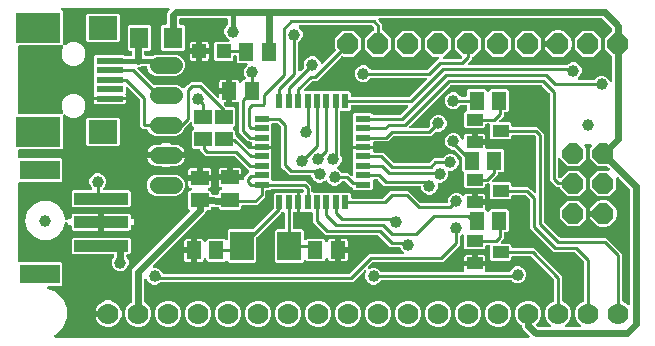
<source format=gbr>
G04 EAGLE Gerber RS-274X export*
G75*
%MOMM*%
%FSLAX34Y34*%
%LPD*%
%INTop Copper*%
%IPPOS*%
%AMOC8*
5,1,8,0,0,1.08239X$1,22.5*%
G01*
%ADD10R,1.500000X1.240000*%
%ADD11P,1.924489X8X292.500000*%
%ADD12R,1.240000X1.500000*%
%ADD13R,1.200000X1.200000*%
%ADD14R,2.000000X2.400000*%
%ADD15C,1.422400*%
%ADD16R,0.508000X1.270000*%
%ADD17R,1.270000X0.508000*%
%ADD18C,1.778000*%
%ADD19R,2.400000X2.000000*%
%ADD20R,2.308000X0.500000*%
%ADD21R,3.810000X2.540000*%
%ADD22R,4.600000X1.000000*%
%ADD23R,3.400000X1.600000*%
%ADD24R,1.400000X1.000000*%
%ADD25R,1.600000X1.803000*%
%ADD26C,1.000000*%
%ADD27C,1.008000*%
%ADD28C,0.254000*%
%ADD29C,0.609600*%
%ADD30C,0.406400*%

G36*
X436927Y5098D02*
X436927Y5098D01*
X437066Y5111D01*
X437085Y5118D01*
X437105Y5121D01*
X437234Y5172D01*
X437365Y5219D01*
X437382Y5230D01*
X437401Y5238D01*
X437513Y5319D01*
X437629Y5397D01*
X437642Y5413D01*
X437658Y5424D01*
X437747Y5532D01*
X437839Y5636D01*
X437848Y5654D01*
X437861Y5669D01*
X437920Y5795D01*
X437984Y5919D01*
X437988Y5939D01*
X437997Y5957D01*
X438023Y6093D01*
X438053Y6229D01*
X438053Y6250D01*
X438056Y6269D01*
X438048Y6408D01*
X438044Y6547D01*
X438038Y6567D01*
X438037Y6587D01*
X437994Y6719D01*
X437955Y6853D01*
X437945Y6870D01*
X437939Y6889D01*
X437864Y7007D01*
X437794Y7127D01*
X437775Y7148D01*
X437769Y7158D01*
X437754Y7172D01*
X437687Y7247D01*
X432573Y12362D01*
X431799Y14229D01*
X431799Y14834D01*
X431796Y14863D01*
X431798Y14893D01*
X431776Y15020D01*
X431759Y15149D01*
X431749Y15177D01*
X431744Y15206D01*
X431690Y15324D01*
X431642Y15445D01*
X431625Y15469D01*
X431613Y15496D01*
X431532Y15597D01*
X431456Y15702D01*
X431433Y15721D01*
X431414Y15744D01*
X431311Y15822D01*
X431211Y15905D01*
X431184Y15918D01*
X431160Y15935D01*
X431016Y16006D01*
X430693Y16140D01*
X427620Y19213D01*
X425957Y23227D01*
X425957Y27573D01*
X427620Y31587D01*
X430693Y34660D01*
X434707Y36323D01*
X439053Y36323D01*
X443067Y34660D01*
X446140Y31587D01*
X447803Y27573D01*
X447803Y23227D01*
X446140Y19213D01*
X444014Y17087D01*
X443941Y16992D01*
X443862Y16903D01*
X443844Y16867D01*
X443819Y16835D01*
X443771Y16726D01*
X443717Y16620D01*
X443708Y16581D01*
X443692Y16543D01*
X443674Y16426D01*
X443648Y16310D01*
X443649Y16269D01*
X443643Y16229D01*
X443654Y16111D01*
X443657Y15992D01*
X443669Y15953D01*
X443672Y15913D01*
X443713Y15801D01*
X443746Y15686D01*
X443766Y15652D01*
X443780Y15613D01*
X443847Y15515D01*
X443907Y15412D01*
X443947Y15367D01*
X443959Y15350D01*
X443974Y15337D01*
X444014Y15292D01*
X444963Y14342D01*
X445041Y14282D01*
X445113Y14214D01*
X445166Y14185D01*
X445214Y14148D01*
X445305Y14108D01*
X445392Y14060D01*
X445450Y14045D01*
X445506Y14021D01*
X445604Y14006D01*
X445700Y13981D01*
X445800Y13975D01*
X445820Y13971D01*
X445832Y13973D01*
X445860Y13971D01*
X455198Y13971D01*
X455335Y13988D01*
X455474Y14001D01*
X455493Y14008D01*
X455514Y14011D01*
X455642Y14062D01*
X455774Y14109D01*
X455790Y14120D01*
X455809Y14128D01*
X455922Y14209D01*
X456037Y14287D01*
X456050Y14303D01*
X456067Y14314D01*
X456155Y14422D01*
X456247Y14526D01*
X456256Y14544D01*
X456269Y14559D01*
X456329Y14685D01*
X456392Y14809D01*
X456396Y14829D01*
X456405Y14847D01*
X456431Y14983D01*
X456461Y15119D01*
X456461Y15140D01*
X456465Y15159D01*
X456456Y15298D01*
X456452Y15437D01*
X456446Y15457D01*
X456445Y15477D01*
X456402Y15609D01*
X456363Y15743D01*
X456353Y15760D01*
X456347Y15779D01*
X456272Y15897D01*
X456202Y16017D01*
X456183Y16038D01*
X456177Y16048D01*
X456162Y16062D01*
X456095Y16137D01*
X453020Y19213D01*
X451357Y23227D01*
X451357Y27573D01*
X453020Y31587D01*
X456093Y34660D01*
X458194Y35530D01*
X458219Y35545D01*
X458247Y35554D01*
X458357Y35623D01*
X458470Y35688D01*
X458491Y35708D01*
X458516Y35724D01*
X458605Y35819D01*
X458698Y35909D01*
X458714Y35934D01*
X458734Y35956D01*
X458797Y36069D01*
X458865Y36180D01*
X458873Y36208D01*
X458888Y36234D01*
X458920Y36360D01*
X458958Y36484D01*
X458960Y36513D01*
X458967Y36542D01*
X458977Y36703D01*
X458977Y53986D01*
X458965Y54084D01*
X458962Y54183D01*
X458945Y54242D01*
X458937Y54302D01*
X458901Y54394D01*
X458873Y54489D01*
X458843Y54541D01*
X458820Y54597D01*
X458762Y54677D01*
X458712Y54763D01*
X458646Y54838D01*
X458634Y54855D01*
X458624Y54863D01*
X458606Y54884D01*
X439694Y73796D01*
X439615Y73856D01*
X439543Y73924D01*
X439490Y73953D01*
X439442Y73990D01*
X439351Y74030D01*
X439265Y74078D01*
X439206Y74093D01*
X439151Y74117D01*
X439053Y74132D01*
X438957Y74157D01*
X438857Y74163D01*
X438836Y74167D01*
X438824Y74165D01*
X438796Y74167D01*
X423892Y74167D01*
X423774Y74152D01*
X423655Y74145D01*
X423617Y74132D01*
X423576Y74127D01*
X423466Y74084D01*
X423353Y74047D01*
X423318Y74025D01*
X423281Y74010D01*
X423185Y73941D01*
X423084Y73877D01*
X423056Y73847D01*
X423023Y73824D01*
X422947Y73732D01*
X422866Y73645D01*
X422846Y73610D01*
X422821Y73579D01*
X422770Y73471D01*
X422712Y73367D01*
X422702Y73327D01*
X422685Y73291D01*
X422663Y73174D01*
X422633Y73059D01*
X422629Y72999D01*
X422625Y72979D01*
X422627Y72958D01*
X422623Y72898D01*
X422623Y71628D01*
X421432Y70437D01*
X405748Y70437D01*
X404557Y71628D01*
X404557Y82398D01*
X404542Y82516D01*
X404535Y82635D01*
X404522Y82673D01*
X404517Y82714D01*
X404474Y82824D01*
X404437Y82937D01*
X404415Y82972D01*
X404400Y83009D01*
X404331Y83105D01*
X404267Y83206D01*
X404237Y83234D01*
X404214Y83267D01*
X404122Y83343D01*
X404035Y83424D01*
X404000Y83444D01*
X403969Y83469D01*
X403861Y83520D01*
X403757Y83578D01*
X403717Y83588D01*
X403681Y83605D01*
X403564Y83627D01*
X403449Y83657D01*
X403389Y83661D01*
X403369Y83665D01*
X403348Y83663D01*
X403288Y83667D01*
X401892Y83667D01*
X401774Y83652D01*
X401655Y83645D01*
X401617Y83632D01*
X401576Y83627D01*
X401466Y83584D01*
X401353Y83547D01*
X401318Y83525D01*
X401281Y83510D01*
X401185Y83441D01*
X401084Y83377D01*
X401056Y83347D01*
X401023Y83324D01*
X400947Y83232D01*
X400866Y83145D01*
X400846Y83110D01*
X400821Y83079D01*
X400770Y82971D01*
X400712Y82867D01*
X400702Y82827D01*
X400685Y82791D01*
X400663Y82674D01*
X400633Y82559D01*
X400629Y82499D01*
X400625Y82479D01*
X400627Y82458D01*
X400623Y82398D01*
X400623Y81128D01*
X399432Y79937D01*
X383748Y79937D01*
X382557Y81128D01*
X382557Y91361D01*
X382540Y91499D01*
X382527Y91637D01*
X382520Y91656D01*
X382517Y91676D01*
X382466Y91806D01*
X382419Y91936D01*
X382408Y91953D01*
X382400Y91972D01*
X382319Y92084D01*
X382241Y92199D01*
X382225Y92213D01*
X382214Y92229D01*
X382106Y92318D01*
X382002Y92410D01*
X381984Y92419D01*
X381969Y92432D01*
X381843Y92491D01*
X381719Y92555D01*
X381699Y92559D01*
X381681Y92568D01*
X381544Y92594D01*
X381409Y92624D01*
X381388Y92624D01*
X381369Y92627D01*
X381230Y92619D01*
X381091Y92615D01*
X381071Y92609D01*
X381051Y92608D01*
X380919Y92565D01*
X380785Y92526D01*
X380768Y92516D01*
X380749Y92510D01*
X380631Y92435D01*
X380511Y92365D01*
X380490Y92346D01*
X380480Y92339D01*
X380466Y92325D01*
X380390Y92258D01*
X379907Y91774D01*
X379843Y91734D01*
X379730Y91670D01*
X379709Y91649D01*
X379684Y91633D01*
X379595Y91539D01*
X379502Y91448D01*
X379486Y91423D01*
X379466Y91402D01*
X379403Y91287D01*
X379335Y91177D01*
X379327Y91149D01*
X379312Y91123D01*
X379280Y90998D01*
X379242Y90873D01*
X379240Y90844D01*
X379233Y90815D01*
X379223Y90655D01*
X379223Y83722D01*
X376917Y81416D01*
X376916Y81416D01*
X366894Y71394D01*
X364588Y69087D01*
X305424Y69087D01*
X305326Y69075D01*
X305227Y69072D01*
X305168Y69055D01*
X305108Y69047D01*
X305016Y69011D01*
X304921Y68983D01*
X304869Y68953D01*
X304813Y68930D01*
X304733Y68872D01*
X304647Y68822D01*
X304572Y68756D01*
X304555Y68744D01*
X304547Y68734D01*
X304526Y68716D01*
X301272Y65461D01*
X301229Y65406D01*
X301179Y65357D01*
X301132Y65281D01*
X301077Y65210D01*
X301049Y65146D01*
X301013Y65086D01*
X300986Y65001D01*
X300951Y64918D01*
X300940Y64849D01*
X300919Y64782D01*
X300915Y64693D01*
X300901Y64604D01*
X300907Y64534D01*
X300904Y64465D01*
X300922Y64377D01*
X300930Y64287D01*
X300954Y64221D01*
X300968Y64153D01*
X301008Y64073D01*
X301038Y63988D01*
X301077Y63930D01*
X301108Y63867D01*
X301166Y63799D01*
X301217Y63725D01*
X301269Y63679D01*
X301314Y63625D01*
X301388Y63574D01*
X301455Y63514D01*
X301517Y63483D01*
X301574Y63442D01*
X301658Y63411D01*
X301738Y63370D01*
X301806Y63354D01*
X301872Y63330D01*
X301961Y63320D01*
X302049Y63300D01*
X302118Y63302D01*
X302188Y63294D01*
X302277Y63307D01*
X302367Y63310D01*
X302434Y63329D01*
X302503Y63339D01*
X302655Y63391D01*
X304663Y64223D01*
X307477Y64223D01*
X310076Y63146D01*
X312086Y61137D01*
X312126Y61073D01*
X312190Y60960D01*
X312211Y60939D01*
X312227Y60914D01*
X312322Y60825D01*
X312412Y60732D01*
X312437Y60716D01*
X312458Y60696D01*
X312572Y60633D01*
X312683Y60565D01*
X312711Y60557D01*
X312737Y60542D01*
X312863Y60510D01*
X312987Y60472D01*
X313016Y60470D01*
X313045Y60463D01*
X313206Y60453D01*
X381506Y60453D01*
X381631Y60468D01*
X381756Y60478D01*
X381788Y60488D01*
X381821Y60493D01*
X381938Y60539D01*
X382058Y60579D01*
X382086Y60597D01*
X382117Y60610D01*
X382219Y60683D01*
X382324Y60752D01*
X382347Y60777D01*
X382375Y60796D01*
X382455Y60893D01*
X382540Y60986D01*
X382556Y61015D01*
X382577Y61041D01*
X382631Y61155D01*
X382690Y61266D01*
X382699Y61299D01*
X382713Y61329D01*
X382736Y61453D01*
X382767Y61575D01*
X382766Y61608D01*
X382773Y61641D01*
X382765Y61767D01*
X382764Y61893D01*
X382754Y61941D01*
X382753Y61959D01*
X382746Y61979D01*
X382732Y62051D01*
X382557Y62702D01*
X382557Y65471D01*
X390360Y65471D01*
X390478Y65486D01*
X390597Y65493D01*
X390635Y65505D01*
X390675Y65511D01*
X390786Y65554D01*
X390899Y65591D01*
X390933Y65613D01*
X390971Y65628D01*
X391067Y65697D01*
X391168Y65761D01*
X391196Y65791D01*
X391228Y65814D01*
X391304Y65906D01*
X391386Y65993D01*
X391405Y66028D01*
X391431Y66059D01*
X391482Y66167D01*
X391539Y66271D01*
X391549Y66311D01*
X391567Y66347D01*
X391587Y66454D01*
X391591Y66424D01*
X391635Y66314D01*
X391671Y66201D01*
X391693Y66166D01*
X391708Y66129D01*
X391778Y66032D01*
X391841Y65932D01*
X391871Y65904D01*
X391895Y65871D01*
X391986Y65795D01*
X392073Y65714D01*
X392108Y65694D01*
X392140Y65669D01*
X392247Y65618D01*
X392352Y65560D01*
X392391Y65550D01*
X392427Y65533D01*
X392544Y65511D01*
X392660Y65481D01*
X392720Y65477D01*
X392740Y65473D01*
X392760Y65475D01*
X392820Y65471D01*
X400623Y65471D01*
X400623Y62702D01*
X400448Y62051D01*
X400431Y61926D01*
X400407Y61802D01*
X400409Y61769D01*
X400405Y61735D01*
X400419Y61610D01*
X400427Y61485D01*
X400437Y61453D01*
X400441Y61420D01*
X400486Y61302D01*
X400525Y61183D01*
X400543Y61154D01*
X400555Y61123D01*
X400628Y61020D01*
X400695Y60914D01*
X400720Y60891D01*
X400739Y60863D01*
X400835Y60782D01*
X400927Y60696D01*
X400956Y60680D01*
X400982Y60658D01*
X401095Y60603D01*
X401205Y60542D01*
X401238Y60534D01*
X401268Y60519D01*
X401392Y60494D01*
X401513Y60463D01*
X401562Y60460D01*
X401580Y60456D01*
X401602Y60457D01*
X401674Y60453D01*
X420328Y60453D01*
X420358Y60456D01*
X420387Y60454D01*
X420515Y60476D01*
X420644Y60493D01*
X420671Y60503D01*
X420701Y60508D01*
X420819Y60562D01*
X420940Y60610D01*
X420964Y60627D01*
X420991Y60639D01*
X421092Y60720D01*
X421197Y60796D01*
X421216Y60819D01*
X421239Y60838D01*
X421317Y60941D01*
X421400Y61041D01*
X421412Y61068D01*
X421430Y61092D01*
X421501Y61236D01*
X421994Y62426D01*
X423984Y64416D01*
X426583Y65493D01*
X429397Y65493D01*
X431996Y64416D01*
X433986Y62426D01*
X435063Y59827D01*
X435063Y57013D01*
X433986Y54414D01*
X431996Y52424D01*
X429397Y51347D01*
X426583Y51347D01*
X423984Y52424D01*
X422932Y53476D01*
X422854Y53536D01*
X422782Y53604D01*
X422729Y53633D01*
X422681Y53670D01*
X422590Y53710D01*
X422503Y53758D01*
X422445Y53773D01*
X422389Y53797D01*
X422291Y53812D01*
X422195Y53837D01*
X422095Y53843D01*
X422075Y53847D01*
X422063Y53845D01*
X422035Y53847D01*
X313206Y53847D01*
X313176Y53844D01*
X313147Y53846D01*
X313019Y53824D01*
X312890Y53807D01*
X312863Y53797D01*
X312833Y53792D01*
X312715Y53738D01*
X312594Y53690D01*
X312570Y53673D01*
X312543Y53661D01*
X312442Y53580D01*
X312337Y53504D01*
X312318Y53481D01*
X312295Y53462D01*
X312217Y53359D01*
X312134Y53259D01*
X312122Y53232D01*
X312104Y53208D01*
X312078Y53156D01*
X310076Y51154D01*
X307477Y50077D01*
X304663Y50077D01*
X302064Y51154D01*
X300074Y53144D01*
X298997Y55743D01*
X298997Y58557D01*
X299829Y60565D01*
X299847Y60632D01*
X299875Y60696D01*
X299889Y60785D01*
X299913Y60872D01*
X299914Y60941D01*
X299925Y61010D01*
X299917Y61100D01*
X299918Y61190D01*
X299902Y61258D01*
X299895Y61327D01*
X299865Y61412D01*
X299844Y61499D01*
X299811Y61561D01*
X299788Y61626D01*
X299737Y61701D01*
X299695Y61780D01*
X299648Y61832D01*
X299609Y61889D01*
X299542Y61949D01*
X299481Y62015D01*
X299423Y62054D01*
X299371Y62100D01*
X299291Y62141D01*
X299216Y62190D01*
X299149Y62213D01*
X299087Y62245D01*
X299000Y62264D01*
X298915Y62293D01*
X298845Y62299D01*
X298777Y62314D01*
X298687Y62311D01*
X298598Y62319D01*
X298529Y62307D01*
X298459Y62305D01*
X298373Y62280D01*
X298284Y62264D01*
X298221Y62236D01*
X298154Y62216D01*
X298077Y62171D01*
X297994Y62134D01*
X297940Y62090D01*
X297880Y62055D01*
X297759Y61948D01*
X290694Y54884D01*
X288388Y52577D01*
X126605Y52577D01*
X126507Y52565D01*
X126408Y52562D01*
X126350Y52545D01*
X126290Y52537D01*
X126198Y52501D01*
X126103Y52473D01*
X126050Y52443D01*
X125994Y52420D01*
X125914Y52362D01*
X125829Y52312D01*
X125753Y52246D01*
X125737Y52234D01*
X125729Y52224D01*
X125708Y52206D01*
X124656Y51154D01*
X122057Y50077D01*
X119243Y50077D01*
X116644Y51154D01*
X114654Y53144D01*
X114203Y54233D01*
X114168Y54294D01*
X114142Y54359D01*
X114090Y54432D01*
X114045Y54510D01*
X113997Y54560D01*
X113956Y54616D01*
X113886Y54674D01*
X113824Y54738D01*
X113764Y54775D01*
X113711Y54819D01*
X113629Y54857D01*
X113553Y54904D01*
X113486Y54925D01*
X113423Y54955D01*
X113335Y54972D01*
X113249Y54998D01*
X113179Y55001D01*
X113110Y55014D01*
X113021Y55009D01*
X112931Y55013D01*
X112863Y54999D01*
X112793Y54995D01*
X112708Y54967D01*
X112620Y54949D01*
X112557Y54918D01*
X112491Y54897D01*
X112415Y54849D01*
X112334Y54809D01*
X112281Y54764D01*
X112222Y54727D01*
X112160Y54661D01*
X112092Y54603D01*
X112052Y54546D01*
X112004Y54495D01*
X111961Y54416D01*
X111909Y54343D01*
X111884Y54277D01*
X111850Y54216D01*
X111828Y54130D01*
X111796Y54045D01*
X111788Y53976D01*
X111771Y53908D01*
X111761Y53748D01*
X111761Y35966D01*
X111764Y35937D01*
X111762Y35907D01*
X111784Y35780D01*
X111801Y35651D01*
X111811Y35623D01*
X111816Y35594D01*
X111870Y35475D01*
X111918Y35355D01*
X111935Y35331D01*
X111947Y35304D01*
X112028Y35203D01*
X112104Y35098D01*
X112127Y35079D01*
X112146Y35056D01*
X112249Y34978D01*
X112349Y34895D01*
X112376Y34882D01*
X112400Y34865D01*
X112544Y34794D01*
X112867Y34660D01*
X115940Y31587D01*
X117603Y27573D01*
X117603Y23227D01*
X115940Y19213D01*
X112867Y16140D01*
X108853Y14477D01*
X104507Y14477D01*
X100493Y16140D01*
X97420Y19213D01*
X95757Y23227D01*
X95757Y27573D01*
X97420Y31587D01*
X100493Y34660D01*
X100816Y34794D01*
X100841Y34808D01*
X100869Y34817D01*
X100979Y34887D01*
X101092Y34951D01*
X101113Y34972D01*
X101138Y34987D01*
X101227Y35082D01*
X101320Y35172D01*
X101336Y35198D01*
X101356Y35219D01*
X101419Y35333D01*
X101487Y35444D01*
X101495Y35472D01*
X101510Y35498D01*
X101542Y35623D01*
X101580Y35747D01*
X101582Y35777D01*
X101589Y35806D01*
X101599Y35966D01*
X101599Y61971D01*
X102373Y63838D01*
X103980Y65446D01*
X103981Y65446D01*
X150113Y111578D01*
X150186Y111672D01*
X150264Y111761D01*
X150283Y111797D01*
X150307Y111829D01*
X150355Y111939D01*
X150409Y112044D01*
X150418Y112084D01*
X150434Y112121D01*
X150453Y112239D01*
X150479Y112355D01*
X150477Y112395D01*
X150484Y112435D01*
X150473Y112554D01*
X150469Y112673D01*
X150458Y112711D01*
X150454Y112752D01*
X150414Y112864D01*
X150380Y112978D01*
X150360Y113013D01*
X150346Y113051D01*
X150279Y113150D01*
X150219Y113252D01*
X150179Y113297D01*
X150168Y113314D01*
X150152Y113328D01*
X150113Y113373D01*
X149217Y114268D01*
X149217Y128352D01*
X150408Y129543D01*
X150801Y129543D01*
X150951Y129562D01*
X151103Y129579D01*
X151109Y129582D01*
X151116Y129583D01*
X151257Y129638D01*
X151400Y129693D01*
X151405Y129697D01*
X151412Y129700D01*
X151535Y129789D01*
X151659Y129877D01*
X151664Y129882D01*
X151669Y129886D01*
X151766Y130004D01*
X151865Y130120D01*
X151868Y130126D01*
X151872Y130131D01*
X151937Y130269D01*
X152003Y130406D01*
X152005Y130413D01*
X152007Y130419D01*
X152036Y130567D01*
X152066Y130718D01*
X152066Y130725D01*
X152067Y130731D01*
X152058Y130883D01*
X152050Y131036D01*
X152048Y131042D01*
X152047Y131049D01*
X152001Y131193D01*
X151955Y131339D01*
X151951Y131345D01*
X151949Y131351D01*
X151868Y131480D01*
X151788Y131610D01*
X151783Y131614D01*
X151779Y131620D01*
X151668Y131725D01*
X151558Y131830D01*
X151553Y131833D01*
X151548Y131838D01*
X151414Y131911D01*
X151282Y131987D01*
X151273Y131989D01*
X151269Y131992D01*
X151259Y131994D01*
X151129Y132038D01*
X150465Y132216D01*
X150002Y132483D01*
X149623Y132862D01*
X149356Y133325D01*
X149217Y133842D01*
X149217Y137771D01*
X157480Y137771D01*
X157598Y137786D01*
X157717Y137793D01*
X157755Y137806D01*
X157795Y137811D01*
X157906Y137854D01*
X158019Y137891D01*
X158054Y137913D01*
X158091Y137928D01*
X158187Y137998D01*
X158288Y138061D01*
X158316Y138091D01*
X158348Y138115D01*
X158424Y138206D01*
X158506Y138293D01*
X158525Y138328D01*
X158551Y138359D01*
X158602Y138467D01*
X158659Y138571D01*
X158670Y138611D01*
X158687Y138647D01*
X158709Y138764D01*
X158739Y138879D01*
X158743Y138940D01*
X158747Y138960D01*
X158745Y138980D01*
X158749Y139040D01*
X158749Y140311D01*
X158751Y140311D01*
X158751Y139040D01*
X158766Y138922D01*
X158773Y138803D01*
X158786Y138765D01*
X158791Y138725D01*
X158835Y138614D01*
X158871Y138501D01*
X158893Y138466D01*
X158908Y138429D01*
X158978Y138333D01*
X159041Y138232D01*
X159071Y138204D01*
X159095Y138171D01*
X159186Y138096D01*
X159273Y138014D01*
X159308Y137994D01*
X159340Y137969D01*
X159447Y137918D01*
X159551Y137860D01*
X159591Y137850D01*
X159627Y137833D01*
X159744Y137811D01*
X159859Y137781D01*
X159920Y137777D01*
X159940Y137773D01*
X159960Y137775D01*
X160020Y137771D01*
X168283Y137771D01*
X168283Y133842D01*
X168144Y133325D01*
X167877Y132862D01*
X167498Y132483D01*
X167035Y132216D01*
X166371Y132038D01*
X166230Y131980D01*
X166088Y131924D01*
X166083Y131920D01*
X166077Y131918D01*
X165954Y131827D01*
X165831Y131738D01*
X165827Y131732D01*
X165821Y131728D01*
X165725Y131610D01*
X165628Y131493D01*
X165625Y131486D01*
X165621Y131481D01*
X165558Y131343D01*
X165493Y131205D01*
X165491Y131198D01*
X165488Y131192D01*
X165461Y131042D01*
X165433Y130892D01*
X165433Y130886D01*
X165432Y130879D01*
X165443Y130726D01*
X165453Y130575D01*
X165455Y130569D01*
X165455Y130562D01*
X165504Y130416D01*
X165551Y130273D01*
X165554Y130267D01*
X165556Y130260D01*
X165640Y130131D01*
X165721Y130004D01*
X165726Y129999D01*
X165729Y129994D01*
X165841Y129890D01*
X165952Y129786D01*
X165958Y129783D01*
X165963Y129778D01*
X166098Y129705D01*
X166231Y129632D01*
X166237Y129631D01*
X166243Y129628D01*
X166392Y129591D01*
X166539Y129553D01*
X166548Y129552D01*
X166552Y129551D01*
X166563Y129551D01*
X166699Y129543D01*
X167092Y129543D01*
X168283Y128352D01*
X168283Y127446D01*
X168296Y127341D01*
X168301Y127234D01*
X168316Y127183D01*
X168323Y127131D01*
X168362Y127032D01*
X168393Y126930D01*
X168420Y126884D01*
X168440Y126835D01*
X168502Y126749D01*
X168557Y126658D01*
X168595Y126621D01*
X168626Y126578D01*
X168708Y126510D01*
X168785Y126435D01*
X168831Y126409D01*
X168871Y126375D01*
X168968Y126330D01*
X169060Y126276D01*
X169111Y126262D01*
X169159Y126239D01*
X169264Y126219D01*
X169366Y126191D01*
X169450Y126184D01*
X169471Y126180D01*
X169487Y126180D01*
X169527Y126177D01*
X173583Y126096D01*
X173714Y126110D01*
X173845Y126119D01*
X173871Y126127D01*
X173899Y126130D01*
X174022Y126176D01*
X174147Y126217D01*
X174171Y126231D01*
X174197Y126241D01*
X174305Y126316D01*
X174416Y126387D01*
X174435Y126407D01*
X174458Y126423D01*
X174544Y126522D01*
X174634Y126618D01*
X174648Y126643D01*
X174666Y126664D01*
X174724Y126782D01*
X174788Y126897D01*
X174795Y126924D01*
X174807Y126949D01*
X174834Y127078D01*
X174867Y127205D01*
X174870Y127244D01*
X174873Y127260D01*
X174872Y127282D01*
X174877Y127365D01*
X174877Y128892D01*
X176068Y130083D01*
X176461Y130083D01*
X176612Y130102D01*
X176763Y130119D01*
X176769Y130122D01*
X176776Y130123D01*
X176917Y130178D01*
X177060Y130233D01*
X177066Y130237D01*
X177072Y130240D01*
X177195Y130329D01*
X177319Y130417D01*
X177324Y130422D01*
X177329Y130426D01*
X177426Y130544D01*
X177525Y130660D01*
X177528Y130666D01*
X177532Y130671D01*
X177597Y130809D01*
X177663Y130946D01*
X177665Y130953D01*
X177667Y130959D01*
X177696Y131107D01*
X177726Y131258D01*
X177726Y131265D01*
X177727Y131271D01*
X177718Y131423D01*
X177710Y131576D01*
X177708Y131582D01*
X177708Y131589D01*
X177661Y131734D01*
X177615Y131879D01*
X177612Y131885D01*
X177609Y131891D01*
X177528Y132020D01*
X177448Y132150D01*
X177443Y132154D01*
X177439Y132160D01*
X177328Y132264D01*
X177218Y132370D01*
X177213Y132373D01*
X177208Y132378D01*
X177074Y132452D01*
X176942Y132527D01*
X176933Y132529D01*
X176929Y132532D01*
X176919Y132534D01*
X176789Y132578D01*
X176125Y132756D01*
X175662Y133023D01*
X175283Y133402D01*
X175016Y133865D01*
X174877Y134382D01*
X174877Y138311D01*
X183140Y138311D01*
X183258Y138326D01*
X183377Y138333D01*
X183415Y138346D01*
X183455Y138351D01*
X183566Y138394D01*
X183679Y138431D01*
X183714Y138453D01*
X183751Y138468D01*
X183847Y138538D01*
X183948Y138601D01*
X183976Y138631D01*
X184008Y138655D01*
X184084Y138746D01*
X184166Y138833D01*
X184185Y138868D01*
X184211Y138899D01*
X184262Y139007D01*
X184319Y139111D01*
X184330Y139151D01*
X184347Y139187D01*
X184369Y139304D01*
X184399Y139419D01*
X184403Y139480D01*
X184407Y139500D01*
X184405Y139520D01*
X184409Y139580D01*
X184409Y140851D01*
X184411Y140851D01*
X184411Y139580D01*
X184426Y139462D01*
X184433Y139343D01*
X184446Y139305D01*
X184451Y139265D01*
X184495Y139154D01*
X184531Y139041D01*
X184553Y139006D01*
X184568Y138969D01*
X184638Y138873D01*
X184701Y138772D01*
X184731Y138744D01*
X184755Y138711D01*
X184846Y138636D01*
X184933Y138554D01*
X184968Y138534D01*
X185000Y138509D01*
X185107Y138458D01*
X185211Y138400D01*
X185251Y138390D01*
X185287Y138373D01*
X185404Y138351D01*
X185519Y138321D01*
X185580Y138317D01*
X185600Y138313D01*
X185620Y138315D01*
X185680Y138311D01*
X194818Y138311D01*
X194936Y138326D01*
X195055Y138333D01*
X195093Y138346D01*
X195134Y138351D01*
X195244Y138394D01*
X195357Y138431D01*
X195392Y138453D01*
X195429Y138468D01*
X195525Y138538D01*
X195626Y138601D01*
X195654Y138631D01*
X195687Y138655D01*
X195763Y138746D01*
X195844Y138833D01*
X195864Y138868D01*
X195889Y138899D01*
X195940Y139007D01*
X195998Y139111D01*
X196008Y139151D01*
X196025Y139187D01*
X196047Y139304D01*
X196077Y139419D01*
X196081Y139480D01*
X196085Y139500D01*
X196083Y139520D01*
X196087Y139580D01*
X196087Y141068D01*
X198256Y143236D01*
X200172Y145152D01*
X200245Y145247D01*
X200323Y145336D01*
X200342Y145372D01*
X200367Y145404D01*
X200414Y145513D01*
X200468Y145619D01*
X200477Y145658D01*
X200493Y145696D01*
X200512Y145813D01*
X200538Y145929D01*
X200537Y145970D01*
X200543Y146010D01*
X200532Y146128D01*
X200528Y146247D01*
X200517Y146286D01*
X200513Y146326D01*
X200473Y146439D01*
X200440Y146553D01*
X200419Y146587D01*
X200405Y146626D01*
X200339Y146724D01*
X200278Y146827D01*
X200238Y146872D01*
X200227Y146889D01*
X200212Y146902D01*
X200172Y146947D01*
X188234Y158886D01*
X188155Y158946D01*
X188083Y159014D01*
X188030Y159043D01*
X187982Y159080D01*
X187891Y159120D01*
X187805Y159168D01*
X187746Y159183D01*
X187691Y159207D01*
X187593Y159222D01*
X187497Y159247D01*
X187397Y159253D01*
X187376Y159257D01*
X187364Y159255D01*
X187336Y159257D01*
X163732Y159257D01*
X159219Y163770D01*
X159217Y163784D01*
X159174Y163894D01*
X159137Y164007D01*
X159115Y164042D01*
X159100Y164079D01*
X159031Y164175D01*
X158967Y164276D01*
X158937Y164304D01*
X158914Y164337D01*
X158822Y164413D01*
X158735Y164494D01*
X158700Y164514D01*
X158669Y164539D01*
X158561Y164590D01*
X158457Y164648D01*
X158417Y164658D01*
X158381Y164675D01*
X158264Y164697D01*
X158149Y164727D01*
X158089Y164731D01*
X158069Y164735D01*
X158048Y164733D01*
X157988Y164737D01*
X153478Y164737D01*
X152287Y165928D01*
X152287Y180012D01*
X153848Y181573D01*
X153921Y181667D01*
X154000Y181756D01*
X154018Y181792D01*
X154043Y181824D01*
X154090Y181933D01*
X154144Y182039D01*
X154153Y182078D01*
X154169Y182116D01*
X154188Y182233D01*
X154214Y182349D01*
X154213Y182390D01*
X154219Y182430D01*
X154208Y182548D01*
X154204Y182667D01*
X154193Y182706D01*
X154189Y182746D01*
X154149Y182858D01*
X154116Y182973D01*
X154095Y183008D01*
X154082Y183046D01*
X154015Y183144D01*
X153954Y183247D01*
X153914Y183292D01*
X153903Y183309D01*
X153888Y183322D01*
X153848Y183368D01*
X152287Y184928D01*
X152287Y186462D01*
X152270Y186600D01*
X152257Y186739D01*
X152250Y186758D01*
X152247Y186778D01*
X152196Y186907D01*
X152149Y187038D01*
X152138Y187055D01*
X152130Y187073D01*
X152049Y187186D01*
X151971Y187301D01*
X151955Y187314D01*
X151944Y187331D01*
X151836Y187420D01*
X151732Y187512D01*
X151714Y187521D01*
X151699Y187534D01*
X151573Y187593D01*
X151449Y187656D01*
X151429Y187661D01*
X151411Y187669D01*
X151275Y187695D01*
X151139Y187726D01*
X151118Y187725D01*
X151099Y187729D01*
X150960Y187720D01*
X150821Y187716D01*
X150801Y187710D01*
X150781Y187709D01*
X150649Y187666D01*
X150515Y187628D01*
X150498Y187617D01*
X150479Y187611D01*
X150361Y187537D01*
X150241Y187466D01*
X150220Y187448D01*
X150210Y187441D01*
X150196Y187426D01*
X150121Y187360D01*
X146758Y183998D01*
X146698Y183919D01*
X146630Y183847D01*
X146601Y183794D01*
X146564Y183746D01*
X146524Y183655D01*
X146476Y183569D01*
X146461Y183510D01*
X146437Y183455D01*
X146422Y183357D01*
X146397Y183261D01*
X146391Y183161D01*
X146387Y183140D01*
X146389Y183128D01*
X146388Y183113D01*
X144995Y179750D01*
X142422Y177177D01*
X139061Y175785D01*
X121199Y175785D01*
X117838Y177177D01*
X115265Y179750D01*
X114609Y181334D01*
X114595Y181359D01*
X114586Y181387D01*
X114516Y181497D01*
X114452Y181610D01*
X114431Y181631D01*
X114416Y181656D01*
X114321Y181745D01*
X114231Y181838D01*
X114205Y181854D01*
X114184Y181874D01*
X114070Y181937D01*
X113959Y182005D01*
X113931Y182013D01*
X113905Y182028D01*
X113780Y182060D01*
X113656Y182098D01*
X113626Y182100D01*
X113597Y182107D01*
X113437Y182117D01*
X110392Y182117D01*
X108457Y184052D01*
X108457Y206386D01*
X108445Y206484D01*
X108442Y206583D01*
X108425Y206642D01*
X108417Y206702D01*
X108381Y206794D01*
X108353Y206889D01*
X108323Y206941D01*
X108300Y206997D01*
X108242Y207077D01*
X108192Y207163D01*
X108126Y207238D01*
X108114Y207255D01*
X108104Y207263D01*
X108086Y207284D01*
X98289Y217080D01*
X98180Y217165D01*
X98073Y217254D01*
X98054Y217262D01*
X98038Y217275D01*
X97910Y217330D01*
X97785Y217389D01*
X97765Y217393D01*
X97746Y217401D01*
X97608Y217423D01*
X97472Y217449D01*
X97452Y217448D01*
X97432Y217451D01*
X97293Y217438D01*
X97155Y217429D01*
X97136Y217423D01*
X97116Y217421D01*
X96984Y217374D01*
X96853Y217331D01*
X96835Y217320D01*
X96816Y217313D01*
X96701Y217235D01*
X96584Y217161D01*
X96570Y217146D01*
X96553Y217135D01*
X96461Y217031D01*
X96366Y216929D01*
X96356Y216912D01*
X96343Y216896D01*
X96279Y216772D01*
X96212Y216651D01*
X96207Y216631D01*
X96198Y216613D01*
X96168Y216477D01*
X96133Y216343D01*
X96131Y216315D01*
X96128Y216303D01*
X96129Y216282D01*
X96123Y216182D01*
X96123Y212155D01*
X96077Y212104D01*
X96055Y212062D01*
X96026Y212025D01*
X95981Y211922D01*
X95929Y211822D01*
X95918Y211776D01*
X95900Y211733D01*
X95882Y211622D01*
X95856Y211513D01*
X95857Y211465D01*
X95850Y211419D01*
X95860Y211307D01*
X95863Y211195D01*
X95875Y211149D01*
X95880Y211102D01*
X95918Y210997D01*
X95948Y210888D01*
X95978Y210826D01*
X96123Y210288D01*
X96123Y208789D01*
X82550Y208789D01*
X68977Y208789D01*
X68977Y210288D01*
X69131Y210860D01*
X69176Y210948D01*
X69186Y210994D01*
X69204Y211037D01*
X69221Y211148D01*
X69245Y211258D01*
X69244Y211305D01*
X69251Y211352D01*
X69239Y211464D01*
X69235Y211576D01*
X69222Y211621D01*
X69217Y211668D01*
X69178Y211773D01*
X69147Y211881D01*
X69123Y211922D01*
X69107Y211966D01*
X69043Y212059D01*
X68985Y212155D01*
X68977Y212165D01*
X68977Y218977D01*
X68980Y218983D01*
X69034Y219089D01*
X69043Y219129D01*
X69059Y219166D01*
X69078Y219283D01*
X69104Y219400D01*
X69103Y219440D01*
X69109Y219480D01*
X69098Y219598D01*
X69094Y219717D01*
X69083Y219756D01*
X69079Y219796D01*
X69039Y219909D01*
X69006Y220023D01*
X68985Y220058D01*
X68977Y220080D01*
X68977Y226977D01*
X68980Y226983D01*
X69034Y227089D01*
X69043Y227129D01*
X69059Y227166D01*
X69078Y227283D01*
X69104Y227400D01*
X69103Y227440D01*
X69109Y227480D01*
X69098Y227598D01*
X69094Y227717D01*
X69083Y227756D01*
X69079Y227796D01*
X69039Y227909D01*
X69006Y228023D01*
X68985Y228058D01*
X68977Y228080D01*
X68977Y234977D01*
X68980Y234983D01*
X69034Y235089D01*
X69043Y235129D01*
X69059Y235166D01*
X69078Y235283D01*
X69104Y235400D01*
X69103Y235440D01*
X69109Y235480D01*
X69098Y235598D01*
X69094Y235717D01*
X69083Y235756D01*
X69079Y235796D01*
X69039Y235909D01*
X69006Y236023D01*
X68985Y236058D01*
X68977Y236080D01*
X68977Y242862D01*
X70168Y244053D01*
X79789Y244053D01*
X79887Y244065D01*
X79986Y244068D01*
X80044Y244085D01*
X80104Y244093D01*
X80110Y244095D01*
X83990Y244095D01*
X84035Y244088D01*
X84131Y244063D01*
X84231Y244057D01*
X84251Y244053D01*
X84263Y244055D01*
X84291Y244053D01*
X94932Y244053D01*
X95028Y243956D01*
X95107Y243896D01*
X95179Y243828D01*
X95232Y243799D01*
X95280Y243762D01*
X95370Y243722D01*
X95457Y243674D01*
X95516Y243659D01*
X95571Y243635D01*
X95669Y243620D01*
X95765Y243595D01*
X95865Y243589D01*
X95885Y243585D01*
X95898Y243587D01*
X95926Y243585D01*
X100330Y243585D01*
X100448Y243600D01*
X100567Y243607D01*
X100605Y243620D01*
X100646Y243625D01*
X100756Y243668D01*
X100869Y243705D01*
X100904Y243727D01*
X100941Y243742D01*
X101037Y243811D01*
X101138Y243875D01*
X101166Y243905D01*
X101199Y243928D01*
X101275Y244020D01*
X101356Y244107D01*
X101376Y244142D01*
X101401Y244173D01*
X101452Y244281D01*
X101510Y244385D01*
X101520Y244425D01*
X101537Y244461D01*
X101559Y244578D01*
X101589Y244693D01*
X101593Y244753D01*
X101597Y244773D01*
X101595Y244794D01*
X101599Y244854D01*
X101599Y246763D01*
X101584Y246881D01*
X101577Y247000D01*
X101564Y247038D01*
X101559Y247079D01*
X101516Y247189D01*
X101479Y247302D01*
X101457Y247337D01*
X101442Y247374D01*
X101373Y247470D01*
X101309Y247571D01*
X101279Y247599D01*
X101256Y247632D01*
X101164Y247708D01*
X101077Y247789D01*
X101042Y247809D01*
X101011Y247834D01*
X100903Y247885D01*
X100799Y247943D01*
X100759Y247953D01*
X100723Y247970D01*
X100606Y247992D01*
X100491Y248022D01*
X100431Y248026D01*
X100411Y248030D01*
X100390Y248028D01*
X100330Y248032D01*
X98858Y248032D01*
X97667Y249223D01*
X97667Y268937D01*
X98858Y270128D01*
X116542Y270128D01*
X117733Y268937D01*
X117733Y249223D01*
X116542Y248032D01*
X113030Y248032D01*
X112912Y248017D01*
X112793Y248010D01*
X112755Y247997D01*
X112714Y247992D01*
X112604Y247949D01*
X112491Y247912D01*
X112456Y247890D01*
X112419Y247875D01*
X112323Y247806D01*
X112222Y247742D01*
X112194Y247712D01*
X112161Y247689D01*
X112085Y247597D01*
X112004Y247510D01*
X111984Y247475D01*
X111959Y247444D01*
X111908Y247336D01*
X111850Y247232D01*
X111840Y247192D01*
X111823Y247156D01*
X111801Y247039D01*
X111771Y246924D01*
X111767Y246864D01*
X111763Y246844D01*
X111765Y246823D01*
X111761Y246763D01*
X111761Y244854D01*
X111776Y244736D01*
X111783Y244617D01*
X111796Y244579D01*
X111801Y244538D01*
X111844Y244428D01*
X111881Y244315D01*
X111903Y244280D01*
X111918Y244243D01*
X111987Y244147D01*
X112051Y244046D01*
X112081Y244018D01*
X112104Y243985D01*
X112196Y243909D01*
X112283Y243828D01*
X112318Y243808D01*
X112349Y243783D01*
X112457Y243732D01*
X112561Y243674D01*
X112601Y243664D01*
X112637Y243647D01*
X112754Y243625D01*
X112869Y243595D01*
X112929Y243591D01*
X112949Y243587D01*
X112970Y243589D01*
X113030Y243585D01*
X117832Y243585D01*
X117841Y243586D01*
X117851Y243585D01*
X117999Y243606D01*
X118148Y243625D01*
X118156Y243628D01*
X118166Y243629D01*
X118318Y243681D01*
X121199Y244875D01*
X139061Y244875D01*
X142422Y243483D01*
X144995Y240910D01*
X146387Y237549D01*
X146387Y233911D01*
X144995Y230550D01*
X142422Y227977D01*
X139061Y226585D01*
X121199Y226585D01*
X117838Y227977D01*
X115265Y230550D01*
X113873Y233911D01*
X113873Y234186D01*
X113858Y234304D01*
X113851Y234423D01*
X113838Y234461D01*
X113833Y234502D01*
X113790Y234612D01*
X113753Y234725D01*
X113731Y234760D01*
X113716Y234797D01*
X113647Y234893D01*
X113583Y234994D01*
X113553Y235022D01*
X113530Y235055D01*
X113438Y235131D01*
X113351Y235212D01*
X113316Y235232D01*
X113285Y235257D01*
X113177Y235308D01*
X113073Y235366D01*
X113033Y235376D01*
X112997Y235393D01*
X112880Y235415D01*
X112765Y235445D01*
X112705Y235449D01*
X112685Y235453D01*
X112664Y235451D01*
X112604Y235455D01*
X110326Y235455D01*
X110228Y235443D01*
X110129Y235440D01*
X110071Y235423D01*
X110011Y235415D01*
X109919Y235379D01*
X109824Y235351D01*
X109771Y235321D01*
X109715Y235298D01*
X109649Y235250D01*
X107691Y234439D01*
X107306Y234439D01*
X107168Y234422D01*
X107029Y234409D01*
X107010Y234402D01*
X106990Y234399D01*
X106861Y234348D01*
X106730Y234301D01*
X106713Y234290D01*
X106695Y234282D01*
X106582Y234201D01*
X106467Y234123D01*
X106454Y234107D01*
X106437Y234096D01*
X106348Y233988D01*
X106256Y233884D01*
X106247Y233866D01*
X106234Y233851D01*
X106175Y233725D01*
X106112Y233601D01*
X106107Y233581D01*
X106099Y233563D01*
X106073Y233427D01*
X106042Y233291D01*
X106043Y233270D01*
X106039Y233251D01*
X106048Y233112D01*
X106052Y232973D01*
X106058Y232953D01*
X106059Y232933D01*
X106102Y232801D01*
X106140Y232667D01*
X106151Y232650D01*
X106157Y232631D01*
X106231Y232513D01*
X106302Y232393D01*
X106320Y232372D01*
X106327Y232362D01*
X106342Y232348D01*
X106408Y232273D01*
X119190Y219491D01*
X119213Y219473D01*
X119233Y219450D01*
X119339Y219376D01*
X119441Y219296D01*
X119469Y219284D01*
X119493Y219267D01*
X119614Y219221D01*
X119733Y219169D01*
X119762Y219165D01*
X119790Y219154D01*
X119919Y219140D01*
X120047Y219120D01*
X120077Y219122D01*
X120106Y219119D01*
X120235Y219137D01*
X120364Y219149D01*
X120392Y219159D01*
X120421Y219163D01*
X120573Y219216D01*
X121199Y219475D01*
X139061Y219475D01*
X142422Y218083D01*
X143999Y216505D01*
X144094Y216432D01*
X144183Y216353D01*
X144219Y216335D01*
X144251Y216310D01*
X144360Y216263D01*
X144466Y216209D01*
X144505Y216200D01*
X144543Y216184D01*
X144660Y216165D01*
X144776Y216139D01*
X144817Y216140D01*
X144857Y216134D01*
X144975Y216145D01*
X145094Y216149D01*
X145133Y216160D01*
X145173Y216164D01*
X145285Y216204D01*
X145400Y216237D01*
X145434Y216258D01*
X145473Y216271D01*
X145571Y216338D01*
X145674Y216399D01*
X145719Y216439D01*
X145736Y216450D01*
X145749Y216465D01*
X145794Y216505D01*
X148726Y219436D01*
X151032Y221743D01*
X160118Y221743D01*
X173271Y208590D01*
X173380Y208505D01*
X173487Y208416D01*
X173506Y208408D01*
X173522Y208395D01*
X173650Y208340D01*
X173775Y208281D01*
X173795Y208277D01*
X173814Y208269D01*
X173952Y208247D01*
X174088Y208221D01*
X174108Y208222D01*
X174128Y208219D01*
X174267Y208232D01*
X174405Y208241D01*
X174424Y208247D01*
X174444Y208249D01*
X174576Y208296D01*
X174707Y208339D01*
X174725Y208350D01*
X174744Y208357D01*
X174859Y208435D01*
X174976Y208509D01*
X174990Y208524D01*
X175007Y208535D01*
X175099Y208639D01*
X175194Y208741D01*
X175204Y208758D01*
X175217Y208774D01*
X175281Y208897D01*
X175348Y209019D01*
X175353Y209039D01*
X175362Y209057D01*
X175392Y209193D01*
X175427Y209327D01*
X175429Y209355D01*
X175432Y209367D01*
X175431Y209388D01*
X175437Y209488D01*
X175437Y211591D01*
X181131Y211591D01*
X181131Y204597D01*
X180328Y204597D01*
X180190Y204580D01*
X180051Y204567D01*
X180032Y204560D01*
X180012Y204557D01*
X179883Y204506D01*
X179752Y204459D01*
X179735Y204448D01*
X179717Y204440D01*
X179604Y204359D01*
X179489Y204281D01*
X179476Y204265D01*
X179459Y204254D01*
X179370Y204146D01*
X179278Y204042D01*
X179269Y204024D01*
X179256Y204009D01*
X179197Y203883D01*
X179134Y203759D01*
X179129Y203739D01*
X179121Y203721D01*
X179095Y203585D01*
X179064Y203449D01*
X179065Y203428D01*
X179061Y203409D01*
X179070Y203270D01*
X179074Y203131D01*
X179080Y203111D01*
X179081Y203091D01*
X179124Y202959D01*
X179162Y202825D01*
X179173Y202808D01*
X179179Y202789D01*
X179253Y202671D01*
X179324Y202551D01*
X179342Y202530D01*
X179349Y202520D01*
X179364Y202506D01*
X179430Y202431D01*
X180246Y201614D01*
X181286Y200574D01*
X181365Y200514D01*
X181437Y200446D01*
X181490Y200417D01*
X181538Y200380D01*
X181629Y200340D01*
X181715Y200292D01*
X181774Y200277D01*
X181829Y200253D01*
X181927Y200238D01*
X182023Y200213D01*
X182123Y200207D01*
X182144Y200203D01*
X182156Y200205D01*
X182184Y200203D01*
X187592Y200203D01*
X188783Y199012D01*
X188783Y184928D01*
X187222Y183368D01*
X187149Y183273D01*
X187070Y183184D01*
X187052Y183148D01*
X187027Y183116D01*
X186980Y183007D01*
X186926Y182901D01*
X186917Y182862D01*
X186901Y182824D01*
X186882Y182707D01*
X186856Y182591D01*
X186857Y182550D01*
X186851Y182510D01*
X186862Y182392D01*
X186866Y182273D01*
X186877Y182234D01*
X186881Y182194D01*
X186921Y182081D01*
X186954Y181967D01*
X186975Y181933D01*
X186988Y181894D01*
X187055Y181796D01*
X187116Y181693D01*
X187156Y181648D01*
X187167Y181631D01*
X187182Y181618D01*
X187222Y181573D01*
X188783Y180012D01*
X188783Y177094D01*
X188795Y176996D01*
X188798Y176897D01*
X188815Y176838D01*
X188823Y176778D01*
X188859Y176686D01*
X188887Y176591D01*
X188917Y176539D01*
X188940Y176483D01*
X188998Y176403D01*
X189048Y176317D01*
X189114Y176242D01*
X189126Y176225D01*
X189136Y176217D01*
X189154Y176196D01*
X200525Y164826D01*
X200634Y164741D01*
X200741Y164652D01*
X200760Y164644D01*
X200776Y164631D01*
X200904Y164576D01*
X201029Y164517D01*
X201049Y164513D01*
X201068Y164505D01*
X201206Y164483D01*
X201342Y164457D01*
X201362Y164458D01*
X201382Y164455D01*
X201521Y164468D01*
X201659Y164477D01*
X201678Y164483D01*
X201698Y164485D01*
X201830Y164532D01*
X201961Y164575D01*
X201979Y164586D01*
X201998Y164593D01*
X202113Y164671D01*
X202230Y164745D01*
X202244Y164760D01*
X202261Y164771D01*
X202353Y164875D01*
X202448Y164977D01*
X202458Y164994D01*
X202471Y165010D01*
X202535Y165134D01*
X202602Y165255D01*
X202607Y165275D01*
X202615Y165291D01*
X211074Y165291D01*
X219457Y165291D01*
X219457Y163752D01*
X219300Y163166D01*
X219288Y163143D01*
X219277Y163097D01*
X219259Y163054D01*
X219243Y162942D01*
X219218Y162833D01*
X219220Y162786D01*
X219213Y162739D01*
X219224Y162627D01*
X219228Y162515D01*
X219241Y162470D01*
X219246Y162423D01*
X219285Y162317D01*
X219316Y162209D01*
X219340Y162169D01*
X219356Y162125D01*
X219421Y162032D01*
X219457Y161971D01*
X219457Y155024D01*
X219440Y154991D01*
X219431Y154952D01*
X219415Y154915D01*
X219396Y154797D01*
X219370Y154681D01*
X219371Y154640D01*
X219365Y154601D01*
X219376Y154482D01*
X219380Y154363D01*
X219391Y154324D01*
X219395Y154284D01*
X219435Y154172D01*
X219457Y154097D01*
X219457Y147024D01*
X219440Y146991D01*
X219431Y146952D01*
X219415Y146915D01*
X219396Y146797D01*
X219370Y146681D01*
X219371Y146640D01*
X219365Y146601D01*
X219376Y146482D01*
X219380Y146363D01*
X219391Y146324D01*
X219395Y146284D01*
X219435Y146172D01*
X219457Y146097D01*
X219457Y139192D01*
X219472Y139074D01*
X219479Y138955D01*
X219492Y138917D01*
X219497Y138876D01*
X219540Y138766D01*
X219577Y138653D01*
X219599Y138618D01*
X219614Y138581D01*
X219683Y138485D01*
X219747Y138384D01*
X219777Y138356D01*
X219800Y138323D01*
X219892Y138247D01*
X219979Y138166D01*
X220014Y138146D01*
X220045Y138121D01*
X220153Y138070D01*
X220257Y138012D01*
X220297Y138002D01*
X220333Y137985D01*
X220450Y137963D01*
X220565Y137933D01*
X220625Y137929D01*
X220645Y137925D01*
X220666Y137927D01*
X220726Y137923D01*
X249018Y137923D01*
X253303Y133638D01*
X253303Y129286D01*
X253318Y129168D01*
X253325Y129049D01*
X253338Y129011D01*
X253343Y128970D01*
X253386Y128860D01*
X253423Y128747D01*
X253445Y128712D01*
X253460Y128675D01*
X253529Y128579D01*
X253593Y128478D01*
X253623Y128450D01*
X253646Y128417D01*
X253738Y128341D01*
X253825Y128260D01*
X253860Y128240D01*
X253891Y128215D01*
X253999Y128164D01*
X254103Y128106D01*
X254143Y128096D01*
X254179Y128079D01*
X254296Y128057D01*
X254411Y128027D01*
X254471Y128023D01*
X254491Y128019D01*
X254512Y128021D01*
X254572Y128017D01*
X261536Y128017D01*
X261569Y128000D01*
X261608Y127991D01*
X261645Y127975D01*
X261763Y127956D01*
X261879Y127930D01*
X261920Y127931D01*
X261959Y127925D01*
X262078Y127936D01*
X262197Y127940D01*
X262236Y127951D01*
X262276Y127955D01*
X262388Y127995D01*
X262463Y128017D01*
X269536Y128017D01*
X269569Y128000D01*
X269608Y127991D01*
X269645Y127975D01*
X269763Y127956D01*
X269879Y127930D01*
X269920Y127931D01*
X269959Y127925D01*
X270078Y127936D01*
X270197Y127940D01*
X270236Y127951D01*
X270276Y127955D01*
X270388Y127995D01*
X270463Y128017D01*
X277536Y128017D01*
X277569Y128000D01*
X277608Y127991D01*
X277645Y127975D01*
X277763Y127956D01*
X277879Y127930D01*
X277920Y127931D01*
X277959Y127925D01*
X278078Y127936D01*
X278197Y127940D01*
X278236Y127951D01*
X278276Y127955D01*
X278388Y127995D01*
X278463Y128017D01*
X285382Y128017D01*
X286573Y126826D01*
X286573Y124206D01*
X286588Y124088D01*
X286595Y123969D01*
X286608Y123931D01*
X286613Y123890D01*
X286656Y123780D01*
X286693Y123667D01*
X286715Y123632D01*
X286730Y123595D01*
X286799Y123499D01*
X286863Y123398D01*
X286893Y123370D01*
X286916Y123337D01*
X287008Y123261D01*
X287095Y123180D01*
X287130Y123160D01*
X287161Y123135D01*
X287269Y123084D01*
X287373Y123026D01*
X287413Y123016D01*
X287449Y122999D01*
X287566Y122977D01*
X287681Y122947D01*
X287741Y122943D01*
X287761Y122939D01*
X287782Y122941D01*
X287842Y122937D01*
X313320Y122937D01*
X313418Y122949D01*
X313517Y122952D01*
X313576Y122969D01*
X313636Y122977D01*
X313728Y123013D01*
X313823Y123041D01*
X313875Y123071D01*
X313931Y123094D01*
X314011Y123152D01*
X314097Y123202D01*
X314172Y123268D01*
X314189Y123280D01*
X314197Y123290D01*
X314218Y123308D01*
X319942Y129033D01*
X335378Y129033D01*
X345166Y119244D01*
X345245Y119184D01*
X345317Y119116D01*
X345370Y119087D01*
X345418Y119050D01*
X345509Y119010D01*
X345595Y118962D01*
X345654Y118947D01*
X345709Y118923D01*
X345807Y118908D01*
X345903Y118883D01*
X346003Y118877D01*
X346024Y118873D01*
X346036Y118875D01*
X346064Y118873D01*
X367578Y118873D01*
X367696Y118888D01*
X367815Y118895D01*
X367853Y118908D01*
X367894Y118913D01*
X368004Y118956D01*
X368117Y118993D01*
X368152Y119015D01*
X368189Y119030D01*
X368285Y119099D01*
X368386Y119163D01*
X368414Y119193D01*
X368447Y119216D01*
X368523Y119308D01*
X368604Y119395D01*
X368624Y119430D01*
X368649Y119461D01*
X368700Y119569D01*
X368758Y119673D01*
X368768Y119713D01*
X368785Y119749D01*
X368807Y119866D01*
X368837Y119981D01*
X368841Y120041D01*
X368845Y120061D01*
X368843Y120082D01*
X368847Y120142D01*
X368847Y122057D01*
X369924Y124656D01*
X371914Y126646D01*
X374513Y127723D01*
X377327Y127723D01*
X379926Y126646D01*
X380813Y125759D01*
X380912Y125682D01*
X381008Y125600D01*
X381038Y125585D01*
X381064Y125564D01*
X381180Y125514D01*
X381292Y125458D01*
X381325Y125451D01*
X381356Y125438D01*
X381481Y125418D01*
X381603Y125392D01*
X381637Y125393D01*
X381670Y125388D01*
X381796Y125400D01*
X381921Y125405D01*
X381953Y125415D01*
X381987Y125418D01*
X382105Y125460D01*
X382226Y125497D01*
X382254Y125514D01*
X382286Y125525D01*
X382390Y125596D01*
X382498Y125661D01*
X382521Y125685D01*
X382549Y125704D01*
X382633Y125798D01*
X382721Y125888D01*
X382748Y125929D01*
X382760Y125942D01*
X382770Y125962D01*
X382810Y126022D01*
X382963Y126288D01*
X383342Y126667D01*
X383805Y126934D01*
X384322Y127073D01*
X389091Y127073D01*
X389091Y121270D01*
X389106Y121152D01*
X389113Y121033D01*
X389125Y120995D01*
X389131Y120955D01*
X389174Y120844D01*
X389211Y120731D01*
X389233Y120697D01*
X389248Y120659D01*
X389317Y120563D01*
X389381Y120462D01*
X389411Y120434D01*
X389434Y120402D01*
X389526Y120326D01*
X389613Y120244D01*
X389648Y120225D01*
X389679Y120199D01*
X389787Y120148D01*
X389891Y120091D01*
X389931Y120081D01*
X389967Y120063D01*
X390084Y120041D01*
X390199Y120011D01*
X390259Y120007D01*
X390279Y120004D01*
X390300Y120005D01*
X390360Y120001D01*
X391551Y120001D01*
X391551Y118810D01*
X391566Y118692D01*
X391573Y118573D01*
X391586Y118535D01*
X391591Y118494D01*
X391635Y118384D01*
X391671Y118271D01*
X391693Y118236D01*
X391708Y118199D01*
X391778Y118102D01*
X391841Y118002D01*
X391871Y117974D01*
X391895Y117941D01*
X391986Y117865D01*
X392073Y117784D01*
X392108Y117764D01*
X392140Y117739D01*
X392247Y117688D01*
X392352Y117630D01*
X392391Y117620D01*
X392427Y117603D01*
X392544Y117581D01*
X392660Y117551D01*
X392720Y117547D01*
X392740Y117543D01*
X392760Y117545D01*
X392820Y117541D01*
X400623Y117541D01*
X400623Y114772D01*
X400476Y114226D01*
X400462Y114121D01*
X400439Y114018D01*
X400440Y113964D01*
X400433Y113911D01*
X400445Y113806D01*
X400448Y113700D01*
X400463Y113648D01*
X400470Y113595D01*
X400507Y113496D01*
X400537Y113395D01*
X400564Y113348D01*
X400584Y113298D01*
X400645Y113212D01*
X400698Y113121D01*
X400755Y113056D01*
X400768Y113039D01*
X400780Y113029D01*
X400805Y113000D01*
X401693Y112112D01*
X401786Y112039D01*
X401876Y111960D01*
X401912Y111942D01*
X401944Y111917D01*
X402053Y111870D01*
X402159Y111816D01*
X402199Y111807D01*
X402236Y111791D01*
X402353Y111772D01*
X402469Y111746D01*
X402510Y111747D01*
X402550Y111741D01*
X402668Y111752D01*
X402787Y111756D01*
X402826Y111767D01*
X402866Y111771D01*
X402978Y111811D01*
X403093Y111844D01*
X403127Y111865D01*
X403166Y111878D01*
X403264Y111946D01*
X403367Y112006D01*
X403412Y112046D01*
X403429Y112057D01*
X403442Y112072D01*
X403488Y112112D01*
X405048Y113673D01*
X419132Y113673D01*
X420323Y112482D01*
X420323Y95798D01*
X419132Y94607D01*
X417322Y94607D01*
X417204Y94592D01*
X417085Y94585D01*
X417047Y94572D01*
X417006Y94567D01*
X416896Y94524D01*
X416783Y94487D01*
X416748Y94465D01*
X416711Y94450D01*
X416615Y94381D01*
X416514Y94317D01*
X416486Y94287D01*
X416453Y94264D01*
X416377Y94172D01*
X416296Y94085D01*
X416276Y94050D01*
X416251Y94019D01*
X416200Y93911D01*
X416142Y93807D01*
X416132Y93767D01*
X416115Y93731D01*
X416093Y93614D01*
X416063Y93499D01*
X416059Y93439D01*
X416055Y93419D01*
X416057Y93398D01*
X416053Y93338D01*
X416053Y88802D01*
X413920Y86669D01*
X413835Y86560D01*
X413746Y86453D01*
X413738Y86434D01*
X413725Y86418D01*
X413670Y86290D01*
X413611Y86165D01*
X413607Y86145D01*
X413599Y86126D01*
X413577Y85988D01*
X413551Y85852D01*
X413552Y85832D01*
X413549Y85812D01*
X413562Y85673D01*
X413571Y85535D01*
X413577Y85516D01*
X413579Y85496D01*
X413626Y85364D01*
X413669Y85233D01*
X413680Y85215D01*
X413687Y85196D01*
X413765Y85081D01*
X413839Y84964D01*
X413854Y84950D01*
X413865Y84933D01*
X413969Y84841D01*
X414071Y84746D01*
X414088Y84736D01*
X414104Y84723D01*
X414228Y84659D01*
X414349Y84592D01*
X414369Y84587D01*
X414387Y84578D01*
X414523Y84548D01*
X414657Y84513D01*
X414685Y84511D01*
X414697Y84508D01*
X414718Y84509D01*
X414818Y84503D01*
X421432Y84503D01*
X422623Y83312D01*
X422623Y82042D01*
X422638Y81924D01*
X422645Y81805D01*
X422658Y81767D01*
X422663Y81726D01*
X422706Y81616D01*
X422743Y81503D01*
X422765Y81468D01*
X422780Y81431D01*
X422849Y81335D01*
X422913Y81234D01*
X422943Y81206D01*
X422966Y81173D01*
X423058Y81097D01*
X423145Y81016D01*
X423180Y80996D01*
X423211Y80971D01*
X423319Y80920D01*
X423423Y80862D01*
X423463Y80852D01*
X423499Y80835D01*
X423616Y80813D01*
X423731Y80783D01*
X423791Y80779D01*
X423811Y80775D01*
X423832Y80777D01*
X423892Y80773D01*
X442058Y80773D01*
X465583Y57248D01*
X465583Y36703D01*
X465586Y36674D01*
X465584Y36644D01*
X465606Y36516D01*
X465623Y36387D01*
X465633Y36360D01*
X465638Y36331D01*
X465692Y36212D01*
X465740Y36092D01*
X465757Y36068D01*
X465769Y36041D01*
X465850Y35939D01*
X465926Y35834D01*
X465949Y35815D01*
X465968Y35792D01*
X466071Y35714D01*
X466171Y35631D01*
X466198Y35619D01*
X466222Y35601D01*
X466366Y35530D01*
X468467Y34660D01*
X471540Y31587D01*
X473203Y27573D01*
X473203Y23227D01*
X471540Y19213D01*
X468465Y16137D01*
X468379Y16028D01*
X468291Y15921D01*
X468282Y15902D01*
X468270Y15886D01*
X468214Y15758D01*
X468155Y15633D01*
X468151Y15613D01*
X468143Y15594D01*
X468121Y15456D01*
X468095Y15320D01*
X468097Y15300D01*
X468093Y15280D01*
X468106Y15141D01*
X468115Y15003D01*
X468121Y14984D01*
X468123Y14964D01*
X468171Y14832D01*
X468213Y14701D01*
X468224Y14683D01*
X468231Y14664D01*
X468309Y14549D01*
X468383Y14432D01*
X468398Y14418D01*
X468409Y14401D01*
X468514Y14309D01*
X468615Y14214D01*
X468633Y14204D01*
X468648Y14191D01*
X468772Y14127D01*
X468893Y14060D01*
X468913Y14055D01*
X468931Y14046D01*
X469067Y14016D01*
X469201Y13981D01*
X469229Y13979D01*
X469241Y13976D01*
X469262Y13977D01*
X469362Y13971D01*
X480598Y13971D01*
X480735Y13988D01*
X480874Y14001D01*
X480893Y14008D01*
X480914Y14011D01*
X481042Y14062D01*
X481174Y14109D01*
X481190Y14120D01*
X481209Y14128D01*
X481322Y14209D01*
X481437Y14287D01*
X481450Y14303D01*
X481467Y14314D01*
X481555Y14422D01*
X481647Y14526D01*
X481656Y14544D01*
X481669Y14559D01*
X481729Y14685D01*
X481792Y14809D01*
X481796Y14829D01*
X481805Y14847D01*
X481831Y14983D01*
X481861Y15119D01*
X481861Y15140D01*
X481865Y15159D01*
X481856Y15298D01*
X481852Y15437D01*
X481846Y15457D01*
X481845Y15477D01*
X481802Y15609D01*
X481763Y15743D01*
X481753Y15760D01*
X481747Y15779D01*
X481672Y15897D01*
X481602Y16017D01*
X481583Y16038D01*
X481577Y16048D01*
X481562Y16062D01*
X481495Y16137D01*
X478420Y19213D01*
X476757Y23227D01*
X476757Y27573D01*
X478420Y31587D01*
X481493Y34660D01*
X483594Y35530D01*
X483619Y35545D01*
X483647Y35554D01*
X483757Y35623D01*
X483870Y35688D01*
X483891Y35708D01*
X483916Y35724D01*
X484005Y35819D01*
X484098Y35909D01*
X484114Y35934D01*
X484134Y35956D01*
X484197Y36069D01*
X484265Y36180D01*
X484273Y36208D01*
X484288Y36234D01*
X484320Y36360D01*
X484358Y36484D01*
X484360Y36513D01*
X484367Y36542D01*
X484377Y36703D01*
X484377Y69226D01*
X484365Y69324D01*
X484362Y69423D01*
X484345Y69482D01*
X484337Y69542D01*
X484301Y69634D01*
X484273Y69729D01*
X484243Y69781D01*
X484220Y69837D01*
X484162Y69917D01*
X484112Y70003D01*
X484046Y70078D01*
X484034Y70095D01*
X484024Y70103D01*
X484006Y70124D01*
X476524Y77606D01*
X476445Y77666D01*
X476373Y77734D01*
X476320Y77763D01*
X476272Y77800D01*
X476181Y77840D01*
X476095Y77888D01*
X476036Y77903D01*
X475981Y77927D01*
X475883Y77942D01*
X475787Y77967D01*
X475687Y77973D01*
X475667Y77977D01*
X475654Y77975D01*
X475626Y77977D01*
X458372Y77977D01*
X438657Y97692D01*
X438657Y121296D01*
X438645Y121394D01*
X438642Y121493D01*
X438625Y121552D01*
X438617Y121612D01*
X438581Y121704D01*
X438553Y121799D01*
X438523Y121851D01*
X438500Y121907D01*
X438442Y121987D01*
X438392Y122073D01*
X438326Y122148D01*
X438314Y122165D01*
X438304Y122173D01*
X438286Y122194D01*
X434614Y125866D01*
X434535Y125926D01*
X434463Y125994D01*
X434410Y126023D01*
X434362Y126060D01*
X434271Y126100D01*
X434185Y126148D01*
X434126Y126163D01*
X434071Y126187D01*
X433973Y126202D01*
X433877Y126227D01*
X433777Y126233D01*
X433756Y126237D01*
X433744Y126235D01*
X433716Y126237D01*
X423892Y126237D01*
X423774Y126222D01*
X423655Y126215D01*
X423617Y126202D01*
X423576Y126197D01*
X423466Y126154D01*
X423353Y126117D01*
X423318Y126095D01*
X423281Y126080D01*
X423185Y126011D01*
X423084Y125947D01*
X423056Y125917D01*
X423023Y125894D01*
X422947Y125802D01*
X422866Y125715D01*
X422846Y125680D01*
X422821Y125649D01*
X422770Y125541D01*
X422712Y125437D01*
X422702Y125397D01*
X422685Y125361D01*
X422663Y125244D01*
X422633Y125129D01*
X422629Y125069D01*
X422625Y125049D01*
X422627Y125028D01*
X422623Y124968D01*
X422623Y123698D01*
X421432Y122507D01*
X405748Y122507D01*
X404557Y123698D01*
X404557Y134468D01*
X404542Y134586D01*
X404535Y134705D01*
X404522Y134743D01*
X404517Y134784D01*
X404474Y134894D01*
X404437Y135007D01*
X404415Y135042D01*
X404400Y135079D01*
X404331Y135175D01*
X404267Y135276D01*
X404237Y135304D01*
X404214Y135337D01*
X404122Y135413D01*
X404035Y135494D01*
X404000Y135514D01*
X403969Y135539D01*
X403861Y135590D01*
X403757Y135648D01*
X403717Y135658D01*
X403681Y135675D01*
X403564Y135697D01*
X403449Y135727D01*
X403389Y135731D01*
X403369Y135735D01*
X403348Y135733D01*
X403288Y135737D01*
X401892Y135737D01*
X401774Y135722D01*
X401655Y135715D01*
X401617Y135702D01*
X401576Y135697D01*
X401466Y135654D01*
X401353Y135617D01*
X401318Y135595D01*
X401281Y135580D01*
X401185Y135511D01*
X401084Y135447D01*
X401056Y135417D01*
X401023Y135394D01*
X400947Y135302D01*
X400866Y135215D01*
X400846Y135180D01*
X400821Y135149D01*
X400770Y135041D01*
X400712Y134937D01*
X400702Y134897D01*
X400685Y134861D01*
X400663Y134744D01*
X400633Y134629D01*
X400629Y134569D01*
X400625Y134549D01*
X400627Y134528D01*
X400623Y134468D01*
X400623Y133198D01*
X399432Y132007D01*
X383748Y132007D01*
X382557Y133198D01*
X382557Y144562D01*
X382545Y144660D01*
X382542Y144760D01*
X382525Y144818D01*
X382517Y144878D01*
X382481Y144970D01*
X382453Y145065D01*
X382423Y145117D01*
X382400Y145174D01*
X382342Y145254D01*
X382292Y145339D01*
X382226Y145414D01*
X382214Y145431D01*
X382204Y145439D01*
X382186Y145460D01*
X381047Y146598D01*
X381047Y157316D01*
X381035Y157414D01*
X381032Y157513D01*
X381015Y157572D01*
X381007Y157632D01*
X380971Y157724D01*
X380943Y157819D01*
X380913Y157871D01*
X380890Y157927D01*
X380832Y158007D01*
X380782Y158093D01*
X380716Y158168D01*
X380704Y158185D01*
X380694Y158193D01*
X380676Y158214D01*
X374884Y164006D01*
X374805Y164066D01*
X374733Y164134D01*
X374680Y164163D01*
X374632Y164200D01*
X374541Y164240D01*
X374455Y164288D01*
X374396Y164303D01*
X374341Y164327D01*
X374243Y164342D01*
X374147Y164367D01*
X374047Y164373D01*
X374027Y164377D01*
X374014Y164375D01*
X373986Y164377D01*
X371973Y164377D01*
X369374Y165454D01*
X367384Y167444D01*
X366307Y170043D01*
X366307Y172857D01*
X367384Y175456D01*
X369374Y177446D01*
X371973Y178523D01*
X374787Y178523D01*
X377386Y177446D01*
X379376Y175456D01*
X380115Y173671D01*
X380150Y173611D01*
X380176Y173546D01*
X380228Y173473D01*
X380273Y173395D01*
X380321Y173345D01*
X380362Y173288D01*
X380432Y173231D01*
X380494Y173167D01*
X380554Y173130D01*
X380607Y173086D01*
X380689Y173047D01*
X380765Y173000D01*
X380832Y172980D01*
X380895Y172950D01*
X380983Y172933D01*
X381069Y172907D01*
X381139Y172903D01*
X381208Y172890D01*
X381297Y172896D01*
X381387Y172892D01*
X381455Y172906D01*
X381525Y172910D01*
X381610Y172938D01*
X381698Y172956D01*
X381761Y172987D01*
X381827Y173008D01*
X381903Y173056D01*
X381984Y173096D01*
X382037Y173141D01*
X382096Y173178D01*
X382158Y173244D01*
X382226Y173302D01*
X382266Y173359D01*
X382314Y173410D01*
X382357Y173488D01*
X382409Y173562D01*
X382434Y173627D01*
X382468Y173688D01*
X382490Y173775D01*
X382522Y173859D01*
X382530Y173929D01*
X382547Y173996D01*
X382557Y174157D01*
X382557Y176108D01*
X382696Y176625D01*
X382963Y177088D01*
X383342Y177467D01*
X383805Y177734D01*
X384322Y177873D01*
X389091Y177873D01*
X389091Y172070D01*
X389106Y171952D01*
X389113Y171833D01*
X389125Y171795D01*
X389131Y171755D01*
X389174Y171644D01*
X389211Y171531D01*
X389233Y171497D01*
X389248Y171459D01*
X389317Y171363D01*
X389381Y171262D01*
X389411Y171234D01*
X389434Y171202D01*
X389526Y171126D01*
X389613Y171044D01*
X389648Y171025D01*
X389679Y170999D01*
X389787Y170948D01*
X389891Y170891D01*
X389931Y170881D01*
X389967Y170863D01*
X390084Y170841D01*
X390199Y170811D01*
X390259Y170807D01*
X390279Y170804D01*
X390300Y170805D01*
X390360Y170801D01*
X391551Y170801D01*
X391551Y169610D01*
X391566Y169492D01*
X391573Y169373D01*
X391586Y169335D01*
X391591Y169294D01*
X391635Y169184D01*
X391671Y169071D01*
X391693Y169036D01*
X391708Y168999D01*
X391778Y168902D01*
X391841Y168802D01*
X391871Y168774D01*
X391895Y168741D01*
X391986Y168665D01*
X392073Y168584D01*
X392108Y168564D01*
X392140Y168539D01*
X392247Y168488D01*
X392352Y168430D01*
X392391Y168420D01*
X392427Y168403D01*
X392544Y168381D01*
X392660Y168351D01*
X392720Y168347D01*
X392740Y168343D01*
X392760Y168345D01*
X392820Y168341D01*
X400623Y168341D01*
X400623Y165742D01*
X400638Y165624D01*
X400645Y165505D01*
X400658Y165467D01*
X400663Y165426D01*
X400706Y165316D01*
X400743Y165203D01*
X400765Y165168D01*
X400780Y165131D01*
X400849Y165035D01*
X400913Y164934D01*
X400943Y164906D01*
X400966Y164873D01*
X401058Y164797D01*
X401145Y164716D01*
X401180Y164696D01*
X401211Y164671D01*
X401319Y164620D01*
X401423Y164562D01*
X401463Y164552D01*
X401499Y164535D01*
X401616Y164513D01*
X401731Y164483D01*
X401791Y164479D01*
X401811Y164475D01*
X401832Y164477D01*
X401892Y164473D01*
X415322Y164473D01*
X416513Y163282D01*
X416513Y146598D01*
X415322Y145407D01*
X412242Y145407D01*
X412124Y145392D01*
X412005Y145385D01*
X411967Y145372D01*
X411926Y145367D01*
X411816Y145324D01*
X411703Y145287D01*
X411668Y145265D01*
X411631Y145250D01*
X411535Y145181D01*
X411434Y145117D01*
X411406Y145087D01*
X411373Y145064D01*
X411297Y144972D01*
X411216Y144885D01*
X411196Y144850D01*
X411171Y144819D01*
X411120Y144711D01*
X411062Y144607D01*
X411052Y144567D01*
X411035Y144531D01*
X411013Y144414D01*
X410983Y144299D01*
X410979Y144239D01*
X410975Y144219D01*
X410977Y144198D01*
X410973Y144138D01*
X410973Y143412D01*
X408666Y141106D01*
X406300Y138739D01*
X406215Y138630D01*
X406126Y138523D01*
X406118Y138504D01*
X406105Y138488D01*
X406050Y138360D01*
X405991Y138235D01*
X405987Y138215D01*
X405979Y138196D01*
X405957Y138058D01*
X405931Y137922D01*
X405932Y137902D01*
X405929Y137882D01*
X405942Y137743D01*
X405951Y137605D01*
X405957Y137586D01*
X405959Y137566D01*
X406006Y137434D01*
X406049Y137303D01*
X406060Y137285D01*
X406067Y137266D01*
X406145Y137151D01*
X406219Y137034D01*
X406234Y137020D01*
X406245Y137003D01*
X406349Y136911D01*
X406451Y136816D01*
X406468Y136806D01*
X406484Y136793D01*
X406608Y136729D01*
X406729Y136662D01*
X406749Y136657D01*
X406767Y136648D01*
X406903Y136618D01*
X407037Y136583D01*
X407065Y136581D01*
X407077Y136578D01*
X407098Y136579D01*
X407198Y136573D01*
X421432Y136573D01*
X422623Y135382D01*
X422623Y134112D01*
X422638Y133994D01*
X422645Y133875D01*
X422658Y133837D01*
X422663Y133796D01*
X422706Y133686D01*
X422743Y133573D01*
X422765Y133538D01*
X422780Y133501D01*
X422849Y133405D01*
X422913Y133304D01*
X422943Y133276D01*
X422966Y133243D01*
X423058Y133167D01*
X423145Y133086D01*
X423180Y133066D01*
X423211Y133041D01*
X423319Y132990D01*
X423423Y132932D01*
X423463Y132922D01*
X423499Y132905D01*
X423616Y132883D01*
X423731Y132853D01*
X423791Y132849D01*
X423811Y132845D01*
X423832Y132847D01*
X423892Y132843D01*
X436978Y132843D01*
X439284Y130536D01*
X441571Y128250D01*
X441680Y128165D01*
X441787Y128076D01*
X441806Y128068D01*
X441822Y128055D01*
X441950Y128000D01*
X442075Y127941D01*
X442095Y127937D01*
X442114Y127929D01*
X442252Y127907D01*
X442388Y127881D01*
X442408Y127882D01*
X442428Y127879D01*
X442567Y127892D01*
X442705Y127901D01*
X442724Y127907D01*
X442744Y127909D01*
X442876Y127956D01*
X443007Y127999D01*
X443025Y128010D01*
X443044Y128017D01*
X443159Y128095D01*
X443276Y128169D01*
X443290Y128184D01*
X443307Y128195D01*
X443399Y128299D01*
X443494Y128401D01*
X443504Y128418D01*
X443517Y128434D01*
X443581Y128558D01*
X443648Y128679D01*
X443653Y128699D01*
X443662Y128717D01*
X443692Y128853D01*
X443727Y128987D01*
X443729Y129015D01*
X443732Y129027D01*
X443731Y129048D01*
X443737Y129148D01*
X443737Y174636D01*
X443725Y174734D01*
X443722Y174833D01*
X443705Y174892D01*
X443697Y174952D01*
X443661Y175044D01*
X443633Y175139D01*
X443603Y175191D01*
X443580Y175247D01*
X443522Y175327D01*
X443472Y175413D01*
X443406Y175488D01*
X443394Y175505D01*
X443384Y175513D01*
X443366Y175534D01*
X442234Y176666D01*
X442155Y176726D01*
X442083Y176794D01*
X442030Y176823D01*
X441982Y176860D01*
X441891Y176900D01*
X441805Y176948D01*
X441746Y176963D01*
X441691Y176987D01*
X441593Y177002D01*
X441497Y177027D01*
X441397Y177033D01*
X441376Y177037D01*
X441364Y177035D01*
X441336Y177037D01*
X423892Y177037D01*
X423774Y177022D01*
X423655Y177015D01*
X423617Y177002D01*
X423576Y176997D01*
X423466Y176954D01*
X423353Y176917D01*
X423318Y176895D01*
X423281Y176880D01*
X423185Y176811D01*
X423084Y176747D01*
X423056Y176717D01*
X423023Y176694D01*
X422947Y176602D01*
X422866Y176515D01*
X422846Y176480D01*
X422821Y176449D01*
X422770Y176341D01*
X422712Y176237D01*
X422702Y176197D01*
X422685Y176161D01*
X422663Y176044D01*
X422633Y175929D01*
X422629Y175869D01*
X422625Y175849D01*
X422627Y175828D01*
X422623Y175768D01*
X422623Y174498D01*
X421432Y173307D01*
X405748Y173307D01*
X404557Y174498D01*
X404557Y185268D01*
X404542Y185386D01*
X404535Y185505D01*
X404522Y185543D01*
X404517Y185584D01*
X404474Y185694D01*
X404437Y185807D01*
X404415Y185842D01*
X404400Y185879D01*
X404331Y185975D01*
X404267Y186076D01*
X404237Y186104D01*
X404214Y186137D01*
X404122Y186213D01*
X404035Y186294D01*
X404000Y186314D01*
X403969Y186339D01*
X403861Y186390D01*
X403757Y186448D01*
X403717Y186458D01*
X403681Y186475D01*
X403564Y186497D01*
X403449Y186527D01*
X403389Y186531D01*
X403369Y186535D01*
X403348Y186533D01*
X403288Y186537D01*
X401892Y186537D01*
X401774Y186522D01*
X401655Y186515D01*
X401617Y186502D01*
X401576Y186497D01*
X401466Y186454D01*
X401353Y186417D01*
X401318Y186395D01*
X401281Y186380D01*
X401185Y186311D01*
X401084Y186247D01*
X401056Y186217D01*
X401023Y186194D01*
X400947Y186102D01*
X400866Y186015D01*
X400846Y185980D01*
X400821Y185949D01*
X400770Y185841D01*
X400712Y185737D01*
X400702Y185697D01*
X400685Y185661D01*
X400663Y185544D01*
X400633Y185429D01*
X400629Y185369D01*
X400625Y185349D01*
X400627Y185328D01*
X400623Y185268D01*
X400623Y183998D01*
X399432Y182807D01*
X383748Y182807D01*
X382557Y183998D01*
X382557Y195682D01*
X383767Y196891D01*
X383825Y196895D01*
X383863Y196908D01*
X383904Y196913D01*
X384014Y196956D01*
X384127Y196993D01*
X384162Y197015D01*
X384199Y197030D01*
X384295Y197099D01*
X384396Y197163D01*
X384424Y197193D01*
X384457Y197216D01*
X384533Y197308D01*
X384614Y197395D01*
X384634Y197430D01*
X384659Y197461D01*
X384710Y197569D01*
X384768Y197673D01*
X384778Y197713D01*
X384795Y197749D01*
X384817Y197866D01*
X384847Y197981D01*
X384851Y198041D01*
X384855Y198061D01*
X384853Y198082D01*
X384857Y198142D01*
X384857Y201168D01*
X384842Y201286D01*
X384835Y201405D01*
X384822Y201443D01*
X384817Y201484D01*
X384774Y201594D01*
X384737Y201707D01*
X384715Y201742D01*
X384700Y201779D01*
X384631Y201875D01*
X384567Y201976D01*
X384537Y202004D01*
X384514Y202037D01*
X384422Y202113D01*
X384335Y202194D01*
X384300Y202214D01*
X384269Y202239D01*
X384161Y202290D01*
X384057Y202348D01*
X384017Y202358D01*
X383981Y202375D01*
X383864Y202397D01*
X383749Y202427D01*
X383689Y202431D01*
X383669Y202435D01*
X383648Y202433D01*
X383588Y202437D01*
X380516Y202437D01*
X380486Y202434D01*
X380457Y202436D01*
X380329Y202414D01*
X380200Y202397D01*
X380173Y202387D01*
X380143Y202382D01*
X380025Y202328D01*
X379904Y202280D01*
X379880Y202263D01*
X379853Y202251D01*
X379752Y202170D01*
X379647Y202094D01*
X379628Y202071D01*
X379605Y202052D01*
X379527Y201949D01*
X379444Y201849D01*
X379432Y201822D01*
X379414Y201798D01*
X379388Y201746D01*
X377386Y199744D01*
X374787Y198667D01*
X371973Y198667D01*
X369374Y199744D01*
X367384Y201734D01*
X366307Y204333D01*
X366307Y207147D01*
X367384Y209746D01*
X369374Y211736D01*
X371973Y212813D01*
X374787Y212813D01*
X377386Y211736D01*
X379396Y209727D01*
X379436Y209663D01*
X379500Y209550D01*
X379521Y209529D01*
X379537Y209504D01*
X379632Y209415D01*
X379722Y209322D01*
X379747Y209306D01*
X379768Y209286D01*
X379882Y209223D01*
X379993Y209155D01*
X380021Y209147D01*
X380047Y209132D01*
X380173Y209100D01*
X380297Y209062D01*
X380326Y209060D01*
X380355Y209053D01*
X380516Y209043D01*
X383588Y209043D01*
X383706Y209058D01*
X383825Y209065D01*
X383863Y209078D01*
X383904Y209083D01*
X384014Y209126D01*
X384127Y209163D01*
X384162Y209185D01*
X384199Y209200D01*
X384295Y209269D01*
X384396Y209333D01*
X384424Y209363D01*
X384457Y209386D01*
X384533Y209478D01*
X384614Y209565D01*
X384634Y209600D01*
X384659Y209631D01*
X384710Y209739D01*
X384768Y209843D01*
X384778Y209883D01*
X384795Y209919D01*
X384817Y210036D01*
X384847Y210151D01*
X384851Y210211D01*
X384855Y210231D01*
X384853Y210252D01*
X384857Y210312D01*
X384857Y214082D01*
X386048Y215273D01*
X400132Y215273D01*
X401693Y213712D01*
X401787Y213639D01*
X401876Y213560D01*
X401912Y213542D01*
X401944Y213517D01*
X402053Y213470D01*
X402159Y213416D01*
X402198Y213407D01*
X402236Y213391D01*
X402353Y213372D01*
X402469Y213346D01*
X402510Y213347D01*
X402550Y213341D01*
X402668Y213352D01*
X402787Y213356D01*
X402826Y213367D01*
X402866Y213371D01*
X402978Y213411D01*
X403093Y213444D01*
X403128Y213465D01*
X403166Y213478D01*
X403264Y213545D01*
X403367Y213606D01*
X403412Y213646D01*
X403429Y213657D01*
X403442Y213672D01*
X403488Y213712D01*
X405048Y215273D01*
X419132Y215273D01*
X420323Y214082D01*
X420323Y197398D01*
X419132Y196207D01*
X417322Y196207D01*
X417204Y196192D01*
X417085Y196185D01*
X417047Y196172D01*
X417006Y196167D01*
X416896Y196124D01*
X416783Y196087D01*
X416748Y196065D01*
X416711Y196050D01*
X416615Y195981D01*
X416514Y195917D01*
X416486Y195887D01*
X416453Y195864D01*
X416377Y195772D01*
X416296Y195685D01*
X416276Y195650D01*
X416251Y195619D01*
X416200Y195511D01*
X416142Y195407D01*
X416132Y195367D01*
X416115Y195331D01*
X416093Y195214D01*
X416063Y195099D01*
X416059Y195039D01*
X416055Y195019D01*
X416057Y194998D01*
X416053Y194938D01*
X416053Y192942D01*
X413746Y190636D01*
X413746Y190635D01*
X412650Y189539D01*
X412565Y189430D01*
X412476Y189323D01*
X412468Y189304D01*
X412455Y189288D01*
X412400Y189161D01*
X412341Y189035D01*
X412337Y189015D01*
X412329Y188996D01*
X412307Y188858D01*
X412281Y188722D01*
X412282Y188702D01*
X412279Y188682D01*
X412292Y188543D01*
X412301Y188405D01*
X412307Y188386D01*
X412309Y188366D01*
X412356Y188234D01*
X412399Y188103D01*
X412410Y188085D01*
X412417Y188066D01*
X412495Y187951D01*
X412569Y187834D01*
X412584Y187820D01*
X412595Y187803D01*
X412699Y187711D01*
X412801Y187616D01*
X412818Y187606D01*
X412834Y187593D01*
X412957Y187530D01*
X413079Y187462D01*
X413099Y187457D01*
X413117Y187448D01*
X413253Y187418D01*
X413387Y187383D01*
X413415Y187381D01*
X413427Y187378D01*
X413448Y187379D01*
X413548Y187373D01*
X421432Y187373D01*
X422623Y186182D01*
X422623Y184912D01*
X422638Y184794D01*
X422645Y184675D01*
X422658Y184637D01*
X422663Y184596D01*
X422706Y184486D01*
X422743Y184373D01*
X422765Y184338D01*
X422780Y184301D01*
X422849Y184205D01*
X422913Y184104D01*
X422943Y184076D01*
X422966Y184043D01*
X423058Y183967D01*
X423145Y183886D01*
X423180Y183866D01*
X423211Y183841D01*
X423319Y183790D01*
X423423Y183732D01*
X423463Y183722D01*
X423499Y183705D01*
X423616Y183683D01*
X423731Y183653D01*
X423791Y183649D01*
X423811Y183645D01*
X423832Y183647D01*
X423892Y183643D01*
X444598Y183643D01*
X450343Y177898D01*
X450343Y103494D01*
X450355Y103396D01*
X450358Y103297D01*
X450375Y103238D01*
X450383Y103178D01*
X450419Y103086D01*
X450447Y102991D01*
X450477Y102939D01*
X450500Y102883D01*
X450558Y102803D01*
X450608Y102717D01*
X450674Y102642D01*
X450686Y102625D01*
X450696Y102617D01*
X450714Y102596D01*
X463276Y90034D01*
X463355Y89974D01*
X463427Y89906D01*
X463480Y89877D01*
X463528Y89840D01*
X463619Y89800D01*
X463705Y89752D01*
X463764Y89737D01*
X463819Y89713D01*
X463917Y89698D01*
X464013Y89673D01*
X464113Y89667D01*
X464134Y89663D01*
X464146Y89665D01*
X464174Y89663D01*
X503018Y89663D01*
X516383Y76298D01*
X516383Y36703D01*
X516386Y36674D01*
X516384Y36644D01*
X516406Y36516D01*
X516423Y36387D01*
X516433Y36360D01*
X516438Y36331D01*
X516492Y36212D01*
X516540Y36092D01*
X516557Y36068D01*
X516569Y36041D01*
X516650Y35939D01*
X516726Y35834D01*
X516749Y35815D01*
X516768Y35792D01*
X516871Y35714D01*
X516971Y35631D01*
X516998Y35619D01*
X517022Y35601D01*
X517166Y35530D01*
X519267Y34660D01*
X521073Y32855D01*
X521182Y32769D01*
X521289Y32681D01*
X521308Y32672D01*
X521324Y32660D01*
X521452Y32604D01*
X521577Y32545D01*
X521597Y32541D01*
X521616Y32533D01*
X521754Y32511D01*
X521890Y32485D01*
X521910Y32487D01*
X521930Y32483D01*
X522069Y32496D01*
X522207Y32505D01*
X522226Y32511D01*
X522246Y32513D01*
X522378Y32560D01*
X522509Y32603D01*
X522527Y32614D01*
X522546Y32621D01*
X522661Y32699D01*
X522778Y32773D01*
X522792Y32788D01*
X522809Y32799D01*
X522901Y32904D01*
X522996Y33005D01*
X523006Y33023D01*
X523019Y33038D01*
X523083Y33162D01*
X523150Y33283D01*
X523155Y33303D01*
X523164Y33321D01*
X523194Y33457D01*
X523229Y33591D01*
X523231Y33619D01*
X523234Y33631D01*
X523233Y33652D01*
X523239Y33752D01*
X523239Y130510D01*
X523227Y130608D01*
X523224Y130707D01*
X523207Y130765D01*
X523199Y130825D01*
X523163Y130917D01*
X523135Y131012D01*
X523105Y131065D01*
X523082Y131121D01*
X523024Y131201D01*
X522974Y131286D01*
X522908Y131362D01*
X522896Y131378D01*
X522886Y131386D01*
X522868Y131407D01*
X513559Y140715D01*
X513450Y140801D01*
X513343Y140889D01*
X513324Y140898D01*
X513308Y140910D01*
X513180Y140966D01*
X513055Y141025D01*
X513035Y141028D01*
X513016Y141037D01*
X512878Y141058D01*
X512742Y141084D01*
X512722Y141083D01*
X512702Y141086D01*
X512563Y141073D01*
X512425Y141065D01*
X512406Y141059D01*
X512386Y141057D01*
X512254Y141009D01*
X512123Y140967D01*
X512105Y140956D01*
X512086Y140949D01*
X511971Y140871D01*
X511854Y140797D01*
X511840Y140782D01*
X511823Y140770D01*
X511731Y140666D01*
X511636Y140565D01*
X511626Y140547D01*
X511613Y140532D01*
X511549Y140408D01*
X511482Y140286D01*
X511477Y140267D01*
X511468Y140249D01*
X511438Y140113D01*
X511403Y139978D01*
X511401Y139950D01*
X511398Y139938D01*
X511399Y139918D01*
X511393Y139818D01*
X511393Y131066D01*
X504994Y124667D01*
X495946Y124667D01*
X489547Y131066D01*
X489547Y140114D01*
X495946Y146513D01*
X504698Y146513D01*
X504835Y146530D01*
X504974Y146543D01*
X504993Y146550D01*
X505013Y146553D01*
X505142Y146604D01*
X505273Y146651D01*
X505290Y146662D01*
X505309Y146670D01*
X505421Y146751D01*
X505537Y146829D01*
X505550Y146845D01*
X505566Y146856D01*
X505655Y146964D01*
X505747Y147068D01*
X505756Y147086D01*
X505769Y147101D01*
X505828Y147227D01*
X505892Y147351D01*
X505896Y147371D01*
X505905Y147389D01*
X505931Y147525D01*
X505961Y147661D01*
X505961Y147682D01*
X505964Y147701D01*
X505956Y147840D01*
X505952Y147979D01*
X505946Y147999D01*
X505945Y148019D01*
X505902Y148151D01*
X505863Y148285D01*
X505853Y148302D01*
X505847Y148321D01*
X505772Y148439D01*
X505702Y148559D01*
X505683Y148580D01*
X505677Y148590D01*
X505662Y148604D01*
X505595Y148679D01*
X504579Y149696D01*
X504501Y149756D01*
X504429Y149824D01*
X504376Y149853D01*
X504328Y149890D01*
X504237Y149930D01*
X504150Y149978D01*
X504092Y149993D01*
X504036Y150017D01*
X503938Y150032D01*
X503842Y150057D01*
X503742Y150063D01*
X503722Y150067D01*
X503710Y150065D01*
X503682Y150067D01*
X495946Y150067D01*
X489547Y156466D01*
X489547Y165514D01*
X490744Y166711D01*
X490829Y166820D01*
X490917Y166928D01*
X490926Y166946D01*
X490938Y166962D01*
X490994Y167090D01*
X491053Y167215D01*
X491057Y167235D01*
X491065Y167254D01*
X491087Y167392D01*
X491113Y167528D01*
X491111Y167548D01*
X491115Y167568D01*
X491102Y167707D01*
X491093Y167845D01*
X491087Y167864D01*
X491085Y167884D01*
X491038Y168016D01*
X490995Y168148D01*
X490984Y168165D01*
X490977Y168184D01*
X490899Y168299D01*
X490825Y168416D01*
X490810Y168430D01*
X490799Y168447D01*
X490694Y168539D01*
X490593Y168634D01*
X490575Y168644D01*
X490560Y168657D01*
X490436Y168721D01*
X490315Y168788D01*
X490295Y168793D01*
X490277Y168802D01*
X490141Y168832D01*
X490007Y168867D01*
X489979Y168869D01*
X489967Y168872D01*
X489946Y168871D01*
X489846Y168877D01*
X485694Y168877D01*
X485556Y168860D01*
X485418Y168847D01*
X485399Y168840D01*
X485378Y168837D01*
X485249Y168786D01*
X485118Y168739D01*
X485102Y168728D01*
X485083Y168720D01*
X484970Y168639D01*
X484855Y168561D01*
X484842Y168546D01*
X484825Y168534D01*
X484737Y168426D01*
X484645Y168322D01*
X484636Y168304D01*
X484623Y168289D01*
X484563Y168163D01*
X484500Y168039D01*
X484496Y168019D01*
X484487Y168001D01*
X484461Y167864D01*
X484430Y167729D01*
X484431Y167708D01*
X484427Y167689D01*
X484436Y167550D01*
X484440Y167411D01*
X484446Y167391D01*
X484447Y167371D01*
X484490Y167239D01*
X484529Y167105D01*
X484539Y167088D01*
X484545Y167069D01*
X484620Y166951D01*
X484690Y166831D01*
X484709Y166810D01*
X484715Y166800D01*
X484730Y166786D01*
X484796Y166711D01*
X485993Y165514D01*
X485993Y156466D01*
X479594Y150067D01*
X470546Y150067D01*
X463939Y156673D01*
X463830Y156759D01*
X463723Y156847D01*
X463704Y156856D01*
X463688Y156868D01*
X463560Y156924D01*
X463435Y156983D01*
X463415Y156987D01*
X463396Y156995D01*
X463258Y157017D01*
X463122Y157043D01*
X463102Y157041D01*
X463082Y157045D01*
X462943Y157032D01*
X462805Y157023D01*
X462786Y157017D01*
X462766Y157015D01*
X462634Y156968D01*
X462503Y156925D01*
X462485Y156914D01*
X462466Y156907D01*
X462351Y156829D01*
X462234Y156755D01*
X462220Y156740D01*
X462203Y156729D01*
X462111Y156624D01*
X462016Y156523D01*
X462006Y156505D01*
X461993Y156490D01*
X461929Y156366D01*
X461862Y156245D01*
X461857Y156225D01*
X461848Y156207D01*
X461818Y156071D01*
X461783Y155937D01*
X461781Y155909D01*
X461778Y155897D01*
X461779Y155876D01*
X461773Y155776D01*
X461773Y141594D01*
X461785Y141496D01*
X461788Y141397D01*
X461805Y141338D01*
X461813Y141278D01*
X461849Y141186D01*
X461877Y141091D01*
X461907Y141039D01*
X461930Y140983D01*
X461988Y140903D01*
X462038Y140817D01*
X462104Y140742D01*
X462116Y140725D01*
X462126Y140717D01*
X462144Y140696D01*
X462539Y140301D01*
X462633Y140228D01*
X462723Y140150D01*
X462759Y140131D01*
X462791Y140106D01*
X462900Y140059D01*
X463006Y140005D01*
X463045Y139996D01*
X463082Y139980D01*
X463200Y139961D01*
X463316Y139935D01*
X463357Y139937D01*
X463397Y139930D01*
X463515Y139941D01*
X463634Y139945D01*
X463673Y139956D01*
X463713Y139960D01*
X463825Y140000D01*
X463940Y140033D01*
X463974Y140054D01*
X464012Y140068D01*
X464111Y140135D01*
X464214Y140195D01*
X464259Y140235D01*
X464276Y140246D01*
X464289Y140262D01*
X464334Y140301D01*
X470546Y146513D01*
X479594Y146513D01*
X485993Y140114D01*
X485993Y131066D01*
X479594Y124667D01*
X470546Y124667D01*
X464147Y131066D01*
X464147Y131318D01*
X464132Y131436D01*
X464125Y131555D01*
X464112Y131593D01*
X464107Y131634D01*
X464064Y131744D01*
X464027Y131857D01*
X464005Y131892D01*
X463990Y131929D01*
X463921Y132025D01*
X463857Y132126D01*
X463827Y132154D01*
X463804Y132187D01*
X463712Y132263D01*
X463625Y132344D01*
X463590Y132364D01*
X463559Y132389D01*
X463451Y132440D01*
X463347Y132498D01*
X463307Y132508D01*
X463271Y132525D01*
X463154Y132547D01*
X463039Y132577D01*
X462979Y132581D01*
X462959Y132585D01*
X462938Y132583D01*
X462878Y132587D01*
X460912Y132587D01*
X455167Y138332D01*
X455167Y211466D01*
X455155Y211564D01*
X455152Y211663D01*
X455135Y211722D01*
X455127Y211782D01*
X455091Y211874D01*
X455063Y211969D01*
X455033Y212021D01*
X455010Y212077D01*
X454952Y212157D01*
X454902Y212243D01*
X454836Y212318D01*
X454824Y212335D01*
X454814Y212343D01*
X454796Y212364D01*
X448584Y218576D01*
X448505Y218636D01*
X448433Y218704D01*
X448380Y218733D01*
X448332Y218770D01*
X448241Y218810D01*
X448155Y218858D01*
X448096Y218873D01*
X448041Y218897D01*
X447943Y218912D01*
X447847Y218937D01*
X447747Y218943D01*
X447726Y218947D01*
X447714Y218945D01*
X447686Y218947D01*
X371464Y218947D01*
X371366Y218935D01*
X371267Y218932D01*
X371208Y218915D01*
X371148Y218907D01*
X371056Y218871D01*
X370961Y218843D01*
X370909Y218813D01*
X370853Y218790D01*
X370773Y218732D01*
X370687Y218682D01*
X370612Y218616D01*
X370595Y218604D01*
X370587Y218594D01*
X370566Y218576D01*
X336530Y184539D01*
X336445Y184430D01*
X336356Y184323D01*
X336348Y184304D01*
X336335Y184288D01*
X336280Y184160D01*
X336221Y184035D01*
X336217Y184015D01*
X336209Y183996D01*
X336187Y183858D01*
X336161Y183722D01*
X336162Y183702D01*
X336159Y183682D01*
X336172Y183543D01*
X336181Y183405D01*
X336187Y183386D01*
X336189Y183366D01*
X336236Y183234D01*
X336279Y183103D01*
X336290Y183085D01*
X336297Y183066D01*
X336375Y182951D01*
X336449Y182834D01*
X336464Y182820D01*
X336475Y182803D01*
X336579Y182711D01*
X336681Y182616D01*
X336698Y182606D01*
X336714Y182593D01*
X336837Y182529D01*
X336959Y182462D01*
X336979Y182457D01*
X336997Y182448D01*
X337133Y182418D01*
X337267Y182383D01*
X337295Y182381D01*
X337307Y182378D01*
X337328Y182379D01*
X337428Y182373D01*
X351166Y182373D01*
X351264Y182385D01*
X351363Y182388D01*
X351422Y182405D01*
X351482Y182413D01*
X351574Y182449D01*
X351669Y182477D01*
X351721Y182507D01*
X351777Y182530D01*
X351857Y182588D01*
X351943Y182638D01*
X352018Y182704D01*
X352035Y182716D01*
X352043Y182726D01*
X352064Y182744D01*
X353299Y183980D01*
X353317Y184003D01*
X353340Y184022D01*
X353414Y184128D01*
X353494Y184231D01*
X353506Y184258D01*
X353523Y184282D01*
X353569Y184403D01*
X353620Y184523D01*
X353625Y184552D01*
X353635Y184580D01*
X353650Y184708D01*
X353670Y184837D01*
X353667Y184867D01*
X353671Y184896D01*
X353653Y185024D01*
X353640Y185154D01*
X353630Y185182D01*
X353626Y185211D01*
X353607Y185266D01*
X353607Y188097D01*
X354684Y190696D01*
X356674Y192686D01*
X359273Y193763D01*
X362087Y193763D01*
X364686Y192686D01*
X366676Y190696D01*
X367753Y188097D01*
X367753Y185283D01*
X366676Y182684D01*
X364686Y180694D01*
X362087Y179617D01*
X359245Y179617D01*
X359172Y179634D01*
X359046Y179668D01*
X359017Y179669D01*
X358988Y179675D01*
X358858Y179671D01*
X358728Y179673D01*
X358700Y179666D01*
X358670Y179665D01*
X358546Y179629D01*
X358419Y179599D01*
X358393Y179585D01*
X358365Y179577D01*
X358253Y179511D01*
X358138Y179450D01*
X358116Y179430D01*
X358091Y179415D01*
X357970Y179309D01*
X354428Y175767D01*
X323204Y175767D01*
X323106Y175755D01*
X323007Y175752D01*
X322948Y175735D01*
X322888Y175727D01*
X322796Y175691D01*
X322701Y175663D01*
X322649Y175633D01*
X322593Y175610D01*
X322513Y175552D01*
X322427Y175502D01*
X322352Y175436D01*
X322335Y175424D01*
X322327Y175414D01*
X322306Y175396D01*
X318168Y171257D01*
X306457Y171257D01*
X306332Y171242D01*
X306206Y171232D01*
X306174Y171222D01*
X306141Y171217D01*
X306024Y171171D01*
X305905Y171131D01*
X305877Y171113D01*
X305845Y171100D01*
X305744Y171027D01*
X305638Y170958D01*
X305615Y170933D01*
X305588Y170914D01*
X305508Y170817D01*
X305423Y170724D01*
X305407Y170695D01*
X305385Y170669D01*
X305332Y170555D01*
X305272Y170444D01*
X305264Y170411D01*
X305250Y170381D01*
X305226Y170257D01*
X305196Y170135D01*
X305196Y170102D01*
X305190Y170069D01*
X305198Y169943D01*
X305199Y169817D01*
X305208Y169769D01*
X305210Y169751D01*
X305216Y169731D01*
X305231Y169659D01*
X305309Y169368D01*
X305309Y167829D01*
X296926Y167829D01*
X288543Y167829D01*
X288543Y169368D01*
X288700Y169954D01*
X288712Y169977D01*
X288723Y170023D01*
X288741Y170066D01*
X288757Y170178D01*
X288782Y170287D01*
X288780Y170334D01*
X288787Y170381D01*
X288776Y170493D01*
X288772Y170605D01*
X288759Y170650D01*
X288754Y170697D01*
X288715Y170803D01*
X288684Y170911D01*
X288660Y170951D01*
X288644Y170995D01*
X288579Y171088D01*
X288543Y171149D01*
X288543Y178096D01*
X288560Y178129D01*
X288569Y178168D01*
X288585Y178205D01*
X288604Y178323D01*
X288630Y178439D01*
X288629Y178480D01*
X288635Y178519D01*
X288624Y178638D01*
X288620Y178757D01*
X288609Y178796D01*
X288605Y178836D01*
X288565Y178948D01*
X288543Y179023D01*
X288543Y186096D01*
X288560Y186129D01*
X288569Y186168D01*
X288585Y186205D01*
X288604Y186323D01*
X288630Y186439D01*
X288629Y186480D01*
X288635Y186519D01*
X288624Y186638D01*
X288620Y186757D01*
X288609Y186796D01*
X288605Y186836D01*
X288565Y186948D01*
X288543Y187023D01*
X288543Y193942D01*
X289734Y195133D01*
X304118Y195133D01*
X305016Y194234D01*
X305095Y194174D01*
X305167Y194106D01*
X305220Y194077D01*
X305268Y194040D01*
X305358Y194000D01*
X305445Y193952D01*
X305504Y193937D01*
X305559Y193913D01*
X305657Y193898D01*
X305753Y193873D01*
X305853Y193867D01*
X305873Y193863D01*
X305886Y193865D01*
X305914Y193863D01*
X328366Y193863D01*
X328464Y193875D01*
X328563Y193878D01*
X328622Y193895D01*
X328682Y193903D01*
X328774Y193939D01*
X328869Y193967D01*
X328921Y193997D01*
X328977Y194020D01*
X329057Y194078D01*
X329143Y194128D01*
X329218Y194194D01*
X329235Y194206D01*
X329243Y194216D01*
X329264Y194234D01*
X335046Y200017D01*
X335131Y200126D01*
X335220Y200233D01*
X335228Y200252D01*
X335241Y200268D01*
X335296Y200396D01*
X335355Y200521D01*
X335359Y200541D01*
X335367Y200560D01*
X335389Y200698D01*
X335415Y200834D01*
X335414Y200854D01*
X335417Y200874D01*
X335404Y201013D01*
X335395Y201151D01*
X335389Y201170D01*
X335387Y201190D01*
X335340Y201322D01*
X335297Y201453D01*
X335286Y201471D01*
X335279Y201490D01*
X335201Y201605D01*
X335127Y201722D01*
X335112Y201736D01*
X335101Y201753D01*
X334997Y201845D01*
X334895Y201940D01*
X334878Y201950D01*
X334862Y201963D01*
X334738Y202027D01*
X334617Y202094D01*
X334597Y202099D01*
X334579Y202108D01*
X334443Y202138D01*
X334309Y202173D01*
X334281Y202175D01*
X334269Y202178D01*
X334248Y202177D01*
X334148Y202183D01*
X287842Y202183D01*
X287724Y202168D01*
X287605Y202161D01*
X287567Y202148D01*
X287526Y202143D01*
X287416Y202100D01*
X287303Y202063D01*
X287268Y202041D01*
X287231Y202026D01*
X287135Y201957D01*
X287034Y201893D01*
X287006Y201863D01*
X286973Y201840D01*
X286897Y201748D01*
X286816Y201661D01*
X286796Y201626D01*
X286771Y201595D01*
X286720Y201487D01*
X286662Y201383D01*
X286652Y201343D01*
X286635Y201307D01*
X286613Y201190D01*
X286583Y201075D01*
X286579Y201015D01*
X286575Y200995D01*
X286577Y200974D01*
X286573Y200914D01*
X286573Y198294D01*
X285382Y197103D01*
X278572Y197103D01*
X278454Y197088D01*
X278335Y197081D01*
X278297Y197068D01*
X278256Y197063D01*
X278146Y197020D01*
X278033Y196983D01*
X277998Y196961D01*
X277961Y196946D01*
X277865Y196877D01*
X277764Y196813D01*
X277736Y196783D01*
X277703Y196760D01*
X277627Y196668D01*
X277546Y196581D01*
X277526Y196546D01*
X277501Y196515D01*
X277450Y196407D01*
X277392Y196303D01*
X277382Y196263D01*
X277365Y196227D01*
X277343Y196110D01*
X277313Y195995D01*
X277309Y195935D01*
X277305Y195915D01*
X277307Y195894D01*
X277303Y195834D01*
X277303Y161215D01*
X277315Y161117D01*
X277318Y161018D01*
X277335Y160960D01*
X277343Y160900D01*
X277379Y160808D01*
X277407Y160713D01*
X277437Y160660D01*
X277460Y160604D01*
X277518Y160524D01*
X277568Y160439D01*
X277609Y160393D01*
X277610Y160390D01*
X277613Y160387D01*
X277634Y160363D01*
X277646Y160347D01*
X277656Y160339D01*
X277674Y160318D01*
X277776Y160216D01*
X278853Y157617D01*
X278853Y154803D01*
X277776Y152204D01*
X275786Y150214D01*
X275332Y150026D01*
X275211Y149957D01*
X275088Y149892D01*
X275073Y149878D01*
X275055Y149868D01*
X274956Y149771D01*
X274853Y149678D01*
X274841Y149661D01*
X274827Y149647D01*
X274754Y149528D01*
X274678Y149412D01*
X274671Y149393D01*
X274661Y149376D01*
X274620Y149243D01*
X274575Y149111D01*
X274573Y149091D01*
X274567Y149072D01*
X274560Y148933D01*
X274549Y148794D01*
X274553Y148774D01*
X274552Y148754D01*
X274580Y148618D01*
X274604Y148481D01*
X274612Y148463D01*
X274616Y148443D01*
X274677Y148318D01*
X274734Y148191D01*
X274747Y148175D01*
X274756Y148157D01*
X274847Y148051D01*
X274933Y147943D01*
X274949Y147930D01*
X274962Y147915D01*
X275076Y147835D01*
X275187Y147751D01*
X275212Y147739D01*
X275222Y147732D01*
X275242Y147725D01*
X275332Y147680D01*
X277056Y146966D01*
X279066Y144957D01*
X279106Y144893D01*
X279170Y144780D01*
X279191Y144759D01*
X279207Y144734D01*
X279302Y144645D01*
X279392Y144552D01*
X279417Y144536D01*
X279438Y144516D01*
X279552Y144453D01*
X279663Y144385D01*
X279691Y144377D01*
X279717Y144362D01*
X279843Y144330D01*
X279967Y144292D01*
X279996Y144290D01*
X280025Y144283D01*
X280186Y144273D01*
X284578Y144273D01*
X286377Y142474D01*
X286486Y142389D01*
X286593Y142300D01*
X286612Y142292D01*
X286628Y142279D01*
X286756Y142224D01*
X286881Y142165D01*
X286901Y142161D01*
X286920Y142153D01*
X287058Y142131D01*
X287194Y142105D01*
X287214Y142106D01*
X287234Y142103D01*
X287373Y142116D01*
X287511Y142125D01*
X287530Y142131D01*
X287550Y142133D01*
X287682Y142180D01*
X287813Y142223D01*
X287831Y142234D01*
X287850Y142241D01*
X287965Y142319D01*
X288082Y142393D01*
X288096Y142408D01*
X288113Y142419D01*
X288205Y142523D01*
X288300Y142625D01*
X288310Y142642D01*
X288323Y142658D01*
X288387Y142782D01*
X288454Y142903D01*
X288459Y142923D01*
X288468Y142941D01*
X288498Y143077D01*
X288533Y143211D01*
X288535Y143239D01*
X288538Y143251D01*
X288537Y143272D01*
X288543Y143372D01*
X288543Y146096D01*
X288560Y146129D01*
X288569Y146168D01*
X288585Y146205D01*
X288604Y146323D01*
X288630Y146439D01*
X288629Y146480D01*
X288635Y146519D01*
X288624Y146638D01*
X288620Y146757D01*
X288609Y146796D01*
X288605Y146836D01*
X288565Y146948D01*
X288543Y147023D01*
X288543Y154096D01*
X288560Y154129D01*
X288569Y154168D01*
X288585Y154205D01*
X288604Y154323D01*
X288630Y154439D01*
X288629Y154480D01*
X288635Y154519D01*
X288624Y154638D01*
X288620Y154757D01*
X288609Y154796D01*
X288605Y154836D01*
X288565Y154948D01*
X288543Y155023D01*
X288543Y161968D01*
X288560Y161987D01*
X288582Y162029D01*
X288611Y162066D01*
X288655Y162169D01*
X288708Y162269D01*
X288718Y162314D01*
X288737Y162358D01*
X288755Y162469D01*
X288781Y162578D01*
X288780Y162625D01*
X288787Y162672D01*
X288776Y162784D01*
X288774Y162896D01*
X288762Y162942D01*
X288757Y162988D01*
X288721Y163089D01*
X288543Y163752D01*
X288543Y165291D01*
X296926Y165291D01*
X305309Y165291D01*
X305309Y163752D01*
X305231Y163461D01*
X305213Y163336D01*
X305190Y163212D01*
X305192Y163179D01*
X305187Y163145D01*
X305202Y163020D01*
X305210Y162895D01*
X305220Y162863D01*
X305224Y162830D01*
X305269Y162712D01*
X305308Y162593D01*
X305326Y162564D01*
X305338Y162533D01*
X305411Y162430D01*
X305478Y162324D01*
X305502Y162301D01*
X305522Y162273D01*
X305618Y162192D01*
X305709Y162106D01*
X305739Y162090D01*
X305765Y162068D01*
X305878Y162013D01*
X305988Y161952D01*
X306021Y161944D01*
X306051Y161929D01*
X306174Y161904D01*
X306296Y161873D01*
X306345Y161870D01*
X306363Y161866D01*
X306384Y161867D01*
X306457Y161863D01*
X313978Y161863D01*
X322306Y153534D01*
X322385Y153474D01*
X322457Y153406D01*
X322510Y153377D01*
X322558Y153340D01*
X322649Y153300D01*
X322735Y153252D01*
X322794Y153237D01*
X322849Y153213D01*
X322947Y153198D01*
X323043Y153173D01*
X323143Y153167D01*
X323164Y153163D01*
X323176Y153165D01*
X323204Y153163D01*
X352436Y153163D01*
X352534Y153175D01*
X352633Y153178D01*
X352692Y153195D01*
X352752Y153203D01*
X352844Y153239D01*
X352939Y153267D01*
X352991Y153297D01*
X353047Y153320D01*
X353127Y153378D01*
X353213Y153428D01*
X353288Y153494D01*
X353305Y153506D01*
X353313Y153516D01*
X353334Y153534D01*
X356772Y156973D01*
X363704Y156973D01*
X363734Y156976D01*
X363763Y156974D01*
X363891Y156996D01*
X364020Y157013D01*
X364047Y157023D01*
X364077Y157028D01*
X364195Y157082D01*
X364316Y157130D01*
X364340Y157147D01*
X364367Y157159D01*
X364468Y157240D01*
X364573Y157316D01*
X364592Y157339D01*
X364615Y157358D01*
X364693Y157461D01*
X364776Y157561D01*
X364788Y157588D01*
X364806Y157612D01*
X364832Y157664D01*
X366834Y159666D01*
X369433Y160743D01*
X372247Y160743D01*
X374846Y159666D01*
X376836Y157676D01*
X377913Y155077D01*
X377913Y152263D01*
X376836Y149664D01*
X374846Y147674D01*
X372247Y146597D01*
X370226Y146597D01*
X370177Y146591D01*
X370127Y146593D01*
X370020Y146571D01*
X369911Y146557D01*
X369864Y146539D01*
X369816Y146529D01*
X369717Y146481D01*
X369615Y146440D01*
X369575Y146411D01*
X369530Y146389D01*
X369447Y146318D01*
X369358Y146254D01*
X369326Y146215D01*
X369288Y146183D01*
X369225Y146093D01*
X369155Y146009D01*
X369134Y145964D01*
X369105Y145923D01*
X369066Y145820D01*
X369019Y145721D01*
X369010Y145672D01*
X368992Y145625D01*
X368980Y145516D01*
X368960Y145409D01*
X368963Y145359D01*
X368957Y145309D01*
X368972Y145201D01*
X368979Y145091D01*
X368995Y145044D01*
X369002Y144995D01*
X369023Y144933D01*
X369023Y142103D01*
X367946Y139504D01*
X365956Y137514D01*
X363357Y136437D01*
X361336Y136437D01*
X361287Y136431D01*
X361237Y136433D01*
X361130Y136411D01*
X361021Y136397D01*
X360974Y136379D01*
X360926Y136369D01*
X360827Y136321D01*
X360725Y136280D01*
X360685Y136251D01*
X360640Y136229D01*
X360557Y136158D01*
X360468Y136094D01*
X360436Y136055D01*
X360398Y136023D01*
X360335Y135933D01*
X360265Y135849D01*
X360244Y135804D01*
X360215Y135763D01*
X360176Y135660D01*
X360129Y135561D01*
X360120Y135512D01*
X360102Y135465D01*
X360090Y135356D01*
X360070Y135249D01*
X360073Y135199D01*
X360067Y135149D01*
X360082Y135041D01*
X360089Y134931D01*
X360105Y134884D01*
X360112Y134835D01*
X360133Y134773D01*
X360133Y131943D01*
X359056Y129344D01*
X357066Y127354D01*
X354467Y126277D01*
X351653Y126277D01*
X349054Y127354D01*
X347064Y129344D01*
X345987Y131943D01*
X345987Y132588D01*
X345972Y132706D01*
X345965Y132825D01*
X345952Y132863D01*
X345947Y132904D01*
X345904Y133014D01*
X345867Y133127D01*
X345845Y133162D01*
X345830Y133199D01*
X345761Y133295D01*
X345697Y133396D01*
X345667Y133424D01*
X345644Y133457D01*
X345552Y133533D01*
X345465Y133614D01*
X345430Y133634D01*
X345399Y133659D01*
X345291Y133710D01*
X345187Y133768D01*
X345147Y133778D01*
X345111Y133795D01*
X344994Y133817D01*
X344879Y133847D01*
X344819Y133851D01*
X344799Y133855D01*
X344778Y133853D01*
X344718Y133857D01*
X314862Y133857D01*
X309834Y138886D01*
X309755Y138946D01*
X309683Y139014D01*
X309630Y139043D01*
X309582Y139080D01*
X309491Y139120D01*
X309405Y139168D01*
X309346Y139183D01*
X309291Y139207D01*
X309193Y139222D01*
X309097Y139247D01*
X308997Y139253D01*
X308976Y139257D01*
X308964Y139255D01*
X308936Y139257D01*
X306578Y139257D01*
X306460Y139242D01*
X306341Y139235D01*
X306303Y139222D01*
X306262Y139217D01*
X306152Y139174D01*
X306039Y139137D01*
X306004Y139115D01*
X305967Y139100D01*
X305871Y139031D01*
X305770Y138967D01*
X305742Y138937D01*
X305709Y138914D01*
X305633Y138822D01*
X305552Y138735D01*
X305532Y138700D01*
X305507Y138669D01*
X305456Y138561D01*
X305398Y138457D01*
X305388Y138417D01*
X305371Y138381D01*
X305349Y138264D01*
X305319Y138149D01*
X305315Y138089D01*
X305311Y138069D01*
X305313Y138048D01*
X305309Y137988D01*
X305309Y131178D01*
X304118Y129987D01*
X289734Y129987D01*
X288543Y131178D01*
X288543Y131318D01*
X288528Y131436D01*
X288521Y131555D01*
X288508Y131593D01*
X288503Y131634D01*
X288460Y131744D01*
X288423Y131857D01*
X288401Y131892D01*
X288386Y131929D01*
X288317Y132025D01*
X288253Y132126D01*
X288223Y132154D01*
X288200Y132187D01*
X288108Y132263D01*
X288021Y132344D01*
X287986Y132364D01*
X287955Y132389D01*
X287847Y132440D01*
X287743Y132498D01*
X287703Y132508D01*
X287667Y132525D01*
X287550Y132547D01*
X287435Y132577D01*
X287375Y132581D01*
X287355Y132585D01*
X287334Y132583D01*
X287274Y132587D01*
X286922Y132587D01*
X282214Y137296D01*
X282135Y137356D01*
X282063Y137424D01*
X282010Y137453D01*
X281962Y137490D01*
X281871Y137530D01*
X281785Y137578D01*
X281726Y137593D01*
X281671Y137617D01*
X281573Y137632D01*
X281477Y137657D01*
X281377Y137663D01*
X281356Y137667D01*
X281344Y137665D01*
X281316Y137667D01*
X280186Y137667D01*
X280156Y137664D01*
X280127Y137666D01*
X279999Y137644D01*
X279870Y137627D01*
X279843Y137617D01*
X279813Y137612D01*
X279695Y137558D01*
X279574Y137510D01*
X279550Y137493D01*
X279523Y137481D01*
X279422Y137400D01*
X279317Y137324D01*
X279298Y137301D01*
X279275Y137282D01*
X279197Y137179D01*
X279114Y137079D01*
X279102Y137052D01*
X279084Y137028D01*
X279058Y136976D01*
X277056Y134974D01*
X274457Y133897D01*
X271643Y133897D01*
X269044Y134974D01*
X267054Y136964D01*
X266830Y137505D01*
X266805Y137549D01*
X266788Y137595D01*
X266726Y137686D01*
X266672Y137782D01*
X266638Y137817D01*
X266610Y137858D01*
X266527Y137931D01*
X266451Y138010D01*
X266408Y138036D01*
X266371Y138069D01*
X266273Y138119D01*
X266180Y138176D01*
X266132Y138191D01*
X266088Y138214D01*
X265981Y138238D01*
X265876Y138270D01*
X265826Y138272D01*
X265778Y138283D01*
X265668Y138280D01*
X265558Y138285D01*
X265509Y138275D01*
X265460Y138273D01*
X265354Y138243D01*
X265247Y138221D01*
X265202Y138199D01*
X265154Y138185D01*
X265060Y138129D01*
X264961Y138081D01*
X264923Y138049D01*
X264880Y138024D01*
X264759Y137917D01*
X264356Y137514D01*
X261757Y136437D01*
X258943Y136437D01*
X256344Y137514D01*
X254354Y139504D01*
X253335Y141964D01*
X253320Y141989D01*
X253311Y142017D01*
X253242Y142127D01*
X253177Y142240D01*
X253157Y142261D01*
X253141Y142286D01*
X253047Y142375D01*
X252956Y142468D01*
X252931Y142484D01*
X252910Y142504D01*
X252796Y142567D01*
X252685Y142635D01*
X252657Y142643D01*
X252631Y142658D01*
X252505Y142690D01*
X252381Y142728D01*
X252352Y142730D01*
X252323Y142737D01*
X252162Y142747D01*
X234852Y142747D01*
X232546Y145053D01*
X232546Y145054D01*
X230144Y147456D01*
X227837Y149762D01*
X227837Y183526D01*
X227825Y183624D01*
X227822Y183723D01*
X227805Y183782D01*
X227797Y183842D01*
X227761Y183934D01*
X227733Y184029D01*
X227703Y184081D01*
X227680Y184137D01*
X227622Y184217D01*
X227572Y184303D01*
X227506Y184378D01*
X227494Y184395D01*
X227484Y184403D01*
X227466Y184424D01*
X225004Y186886D01*
X224925Y186946D01*
X224853Y187014D01*
X224800Y187043D01*
X224752Y187080D01*
X224661Y187120D01*
X224575Y187168D01*
X224516Y187183D01*
X224461Y187207D01*
X224363Y187222D01*
X224267Y187247D01*
X224167Y187253D01*
X224146Y187257D01*
X224134Y187255D01*
X224106Y187257D01*
X220726Y187257D01*
X220608Y187242D01*
X220489Y187235D01*
X220451Y187222D01*
X220410Y187217D01*
X220300Y187174D01*
X220187Y187137D01*
X220152Y187115D01*
X220115Y187100D01*
X220019Y187031D01*
X219918Y186967D01*
X219890Y186937D01*
X219857Y186914D01*
X219781Y186822D01*
X219700Y186735D01*
X219680Y186700D01*
X219655Y186669D01*
X219604Y186561D01*
X219546Y186457D01*
X219536Y186417D01*
X219519Y186381D01*
X219497Y186264D01*
X219467Y186149D01*
X219463Y186089D01*
X219459Y186069D01*
X219461Y186048D01*
X219457Y185988D01*
X219457Y179024D01*
X219440Y178991D01*
X219431Y178952D01*
X219415Y178915D01*
X219396Y178797D01*
X219370Y178681D01*
X219371Y178640D01*
X219365Y178601D01*
X219376Y178482D01*
X219380Y178363D01*
X219391Y178324D01*
X219395Y178284D01*
X219435Y178172D01*
X219457Y178097D01*
X219457Y171152D01*
X219440Y171133D01*
X219418Y171091D01*
X219389Y171054D01*
X219345Y170951D01*
X219292Y170851D01*
X219282Y170806D01*
X219263Y170762D01*
X219245Y170651D01*
X219219Y170542D01*
X219220Y170495D01*
X219213Y170448D01*
X219224Y170336D01*
X219226Y170224D01*
X219238Y170178D01*
X219243Y170132D01*
X219279Y170031D01*
X219457Y169368D01*
X219457Y167829D01*
X211074Y167829D01*
X202691Y167829D01*
X202691Y169368D01*
X202769Y169659D01*
X202787Y169784D01*
X202810Y169908D01*
X202808Y169941D01*
X202813Y169975D01*
X202798Y170100D01*
X202790Y170225D01*
X202780Y170257D01*
X202776Y170290D01*
X202731Y170408D01*
X202692Y170527D01*
X202674Y170556D01*
X202662Y170587D01*
X202589Y170690D01*
X202522Y170796D01*
X202498Y170819D01*
X202478Y170847D01*
X202382Y170928D01*
X202291Y171014D01*
X202261Y171030D01*
X202235Y171052D01*
X202122Y171107D01*
X202012Y171168D01*
X201979Y171176D01*
X201949Y171191D01*
X201826Y171216D01*
X201704Y171247D01*
X201655Y171250D01*
X201637Y171254D01*
X201616Y171253D01*
X201543Y171257D01*
X199992Y171257D01*
X192277Y178972D01*
X192277Y203516D01*
X192262Y203641D01*
X192252Y203767D01*
X192242Y203799D01*
X192237Y203832D01*
X192191Y203949D01*
X192151Y204068D01*
X192133Y204096D01*
X192120Y204128D01*
X192047Y204229D01*
X191978Y204335D01*
X191953Y204358D01*
X191934Y204385D01*
X191837Y204465D01*
X191744Y204550D01*
X191714Y204566D01*
X191689Y204588D01*
X191575Y204641D01*
X191464Y204701D01*
X191431Y204709D01*
X191401Y204723D01*
X191278Y204747D01*
X191155Y204777D01*
X191122Y204777D01*
X191089Y204783D01*
X190963Y204775D01*
X190837Y204774D01*
X190789Y204765D01*
X190771Y204763D01*
X190751Y204757D01*
X190679Y204742D01*
X190138Y204597D01*
X186209Y204597D01*
X186209Y212860D01*
X186194Y212978D01*
X186187Y213097D01*
X186174Y213135D01*
X186169Y213175D01*
X186125Y213286D01*
X186089Y213399D01*
X186067Y213434D01*
X186052Y213471D01*
X185982Y213567D01*
X185919Y213668D01*
X185889Y213696D01*
X185865Y213728D01*
X185774Y213804D01*
X185687Y213886D01*
X185652Y213905D01*
X185620Y213931D01*
X185513Y213982D01*
X185409Y214039D01*
X185369Y214050D01*
X185333Y214067D01*
X185216Y214089D01*
X185101Y214119D01*
X185040Y214123D01*
X185020Y214127D01*
X185000Y214125D01*
X184940Y214129D01*
X183669Y214129D01*
X183669Y214131D01*
X184940Y214131D01*
X185058Y214146D01*
X185177Y214153D01*
X185215Y214166D01*
X185255Y214171D01*
X185366Y214215D01*
X185479Y214251D01*
X185514Y214273D01*
X185551Y214288D01*
X185647Y214358D01*
X185748Y214421D01*
X185776Y214451D01*
X185808Y214475D01*
X185884Y214566D01*
X185966Y214653D01*
X185985Y214688D01*
X186011Y214720D01*
X186062Y214827D01*
X186119Y214931D01*
X186130Y214971D01*
X186147Y215007D01*
X186169Y215124D01*
X186199Y215239D01*
X186203Y215300D01*
X186207Y215320D01*
X186205Y215340D01*
X186209Y215400D01*
X186209Y223663D01*
X190138Y223663D01*
X190655Y223524D01*
X191118Y223257D01*
X191497Y222878D01*
X191764Y222415D01*
X191942Y221751D01*
X191996Y221618D01*
X192008Y221583D01*
X192015Y221572D01*
X192056Y221468D01*
X192060Y221463D01*
X192062Y221457D01*
X192154Y221332D01*
X192242Y221211D01*
X192248Y221207D01*
X192252Y221201D01*
X192370Y221106D01*
X192487Y221008D01*
X192494Y221005D01*
X192499Y221001D01*
X192637Y220938D01*
X192775Y220873D01*
X192782Y220871D01*
X192788Y220868D01*
X192938Y220841D01*
X193088Y220813D01*
X193094Y220813D01*
X193101Y220812D01*
X193254Y220823D01*
X193405Y220833D01*
X193411Y220835D01*
X193418Y220835D01*
X193564Y220884D01*
X193707Y220931D01*
X193713Y220934D01*
X193720Y220936D01*
X193848Y221020D01*
X193976Y221101D01*
X193981Y221106D01*
X193986Y221109D01*
X194090Y221221D01*
X194194Y221332D01*
X194197Y221338D01*
X194202Y221343D01*
X194275Y221478D01*
X194348Y221611D01*
X194349Y221617D01*
X194352Y221623D01*
X194389Y221770D01*
X194427Y221919D01*
X194428Y221928D01*
X194429Y221932D01*
X194429Y221943D01*
X194437Y222079D01*
X194437Y222472D01*
X195628Y223663D01*
X196341Y223663D01*
X196479Y223680D01*
X196617Y223693D01*
X196636Y223700D01*
X196656Y223703D01*
X196785Y223754D01*
X196916Y223801D01*
X196933Y223812D01*
X196952Y223820D01*
X197064Y223901D01*
X197180Y223979D01*
X197193Y223995D01*
X197209Y224006D01*
X197298Y224114D01*
X197390Y224218D01*
X197399Y224236D01*
X197412Y224251D01*
X197471Y224377D01*
X197535Y224501D01*
X197539Y224521D01*
X197548Y224539D01*
X197574Y224676D01*
X197604Y224811D01*
X197604Y224832D01*
X197607Y224851D01*
X197599Y224990D01*
X197595Y225129D01*
X197589Y225149D01*
X197588Y225169D01*
X197545Y225301D01*
X197506Y225435D01*
X197496Y225452D01*
X197490Y225471D01*
X197415Y225589D01*
X197345Y225709D01*
X197326Y225730D01*
X197319Y225740D01*
X197305Y225754D01*
X197238Y225830D01*
X197204Y225864D01*
X196127Y228463D01*
X196127Y231277D01*
X197204Y233876D01*
X198888Y235561D01*
X198973Y235670D01*
X199062Y235777D01*
X199071Y235796D01*
X199083Y235812D01*
X199139Y235940D01*
X199198Y236065D01*
X199201Y236085D01*
X199209Y236104D01*
X199231Y236241D01*
X199257Y236378D01*
X199256Y236398D01*
X199259Y236418D01*
X199246Y236557D01*
X199238Y236695D01*
X199231Y236714D01*
X199230Y236734D01*
X199182Y236866D01*
X199140Y236997D01*
X199129Y237015D01*
X199122Y237034D01*
X199044Y237149D01*
X198969Y237266D01*
X198955Y237280D01*
X198943Y237297D01*
X198839Y237389D01*
X198738Y237484D01*
X198720Y237494D01*
X198705Y237507D01*
X198581Y237571D01*
X198459Y237638D01*
X198440Y237643D01*
X198422Y237652D01*
X198286Y237682D01*
X198151Y237717D01*
X198123Y237719D01*
X198111Y237722D01*
X198091Y237721D01*
X197991Y237727D01*
X191128Y237727D01*
X189937Y238918D01*
X189937Y242908D01*
X189922Y243026D01*
X189915Y243145D01*
X189902Y243183D01*
X189897Y243224D01*
X189854Y243334D01*
X189817Y243447D01*
X189795Y243482D01*
X189780Y243519D01*
X189711Y243615D01*
X189647Y243716D01*
X189617Y243744D01*
X189594Y243777D01*
X189502Y243853D01*
X189415Y243934D01*
X189380Y243954D01*
X189349Y243979D01*
X189241Y244030D01*
X189137Y244088D01*
X189097Y244098D01*
X189061Y244115D01*
X188944Y244137D01*
X188829Y244167D01*
X188769Y244171D01*
X188749Y244175D01*
X188728Y244173D01*
X188668Y244177D01*
X188522Y244177D01*
X188404Y244162D01*
X188285Y244155D01*
X188247Y244142D01*
X188206Y244137D01*
X188096Y244094D01*
X187983Y244057D01*
X187948Y244035D01*
X187911Y244020D01*
X187815Y243951D01*
X187714Y243887D01*
X187686Y243857D01*
X187653Y243834D01*
X187577Y243742D01*
X187496Y243655D01*
X187476Y243620D01*
X187451Y243589D01*
X187400Y243481D01*
X187342Y243377D01*
X187332Y243337D01*
X187315Y243301D01*
X187293Y243184D01*
X187263Y243069D01*
X187259Y243009D01*
X187255Y242989D01*
X187257Y242968D01*
X187253Y242908D01*
X187253Y240638D01*
X186062Y239447D01*
X172378Y239447D01*
X171187Y240638D01*
X171187Y254322D01*
X172378Y255513D01*
X182704Y255513D01*
X182773Y255521D01*
X182843Y255520D01*
X182930Y255541D01*
X183019Y255553D01*
X183084Y255578D01*
X183152Y255595D01*
X183231Y255637D01*
X183315Y255670D01*
X183371Y255711D01*
X183433Y255743D01*
X183499Y255804D01*
X183572Y255856D01*
X183617Y255910D01*
X183668Y255957D01*
X183718Y256032D01*
X183775Y256101D01*
X183805Y256165D01*
X183843Y256223D01*
X183872Y256308D01*
X183910Y256389D01*
X183924Y256458D01*
X183946Y256524D01*
X183953Y256613D01*
X183970Y256701D01*
X183966Y256771D01*
X183971Y256841D01*
X183956Y256929D01*
X183950Y257019D01*
X183929Y257085D01*
X183917Y257154D01*
X183880Y257236D01*
X183852Y257321D01*
X183815Y257380D01*
X183786Y257444D01*
X183730Y257514D01*
X183682Y257590D01*
X183631Y257638D01*
X183588Y257692D01*
X183516Y257747D01*
X183451Y257808D01*
X183390Y257842D01*
X183334Y257884D01*
X183189Y257955D01*
X182684Y258164D01*
X180694Y260154D01*
X179617Y262753D01*
X179617Y265567D01*
X180694Y268166D01*
X182254Y269726D01*
X182314Y269804D01*
X182382Y269876D01*
X182411Y269929D01*
X182448Y269977D01*
X182488Y270068D01*
X182536Y270155D01*
X182551Y270213D01*
X182575Y270269D01*
X182590Y270367D01*
X182615Y270463D01*
X182621Y270563D01*
X182625Y270583D01*
X182623Y270595D01*
X182625Y270623D01*
X182625Y274320D01*
X182610Y274438D01*
X182603Y274557D01*
X182590Y274595D01*
X182585Y274636D01*
X182542Y274746D01*
X182505Y274859D01*
X182483Y274894D01*
X182468Y274931D01*
X182399Y275027D01*
X182335Y275128D01*
X182305Y275156D01*
X182282Y275189D01*
X182190Y275265D01*
X182103Y275346D01*
X182068Y275366D01*
X182037Y275391D01*
X181929Y275442D01*
X181825Y275500D01*
X181785Y275510D01*
X181749Y275527D01*
X181632Y275549D01*
X181517Y275579D01*
X181457Y275583D01*
X181437Y275587D01*
X181416Y275585D01*
X181356Y275589D01*
X142490Y275589D01*
X142372Y275574D01*
X142253Y275567D01*
X142215Y275554D01*
X142174Y275549D01*
X142064Y275506D01*
X141951Y275469D01*
X141916Y275447D01*
X141879Y275432D01*
X141783Y275363D01*
X141682Y275299D01*
X141654Y275269D01*
X141621Y275246D01*
X141545Y275154D01*
X141464Y275067D01*
X141444Y275032D01*
X141419Y275001D01*
X141368Y274893D01*
X141310Y274789D01*
X141300Y274749D01*
X141283Y274713D01*
X141261Y274596D01*
X141231Y274481D01*
X141227Y274421D01*
X141223Y274401D01*
X141225Y274380D01*
X141221Y274320D01*
X141221Y271397D01*
X141236Y271279D01*
X141243Y271160D01*
X141256Y271122D01*
X141261Y271081D01*
X141304Y270971D01*
X141341Y270858D01*
X141363Y270823D01*
X141378Y270786D01*
X141447Y270690D01*
X141511Y270589D01*
X141541Y270561D01*
X141564Y270528D01*
X141656Y270452D01*
X141743Y270371D01*
X141778Y270351D01*
X141809Y270326D01*
X141917Y270275D01*
X142021Y270217D01*
X142061Y270207D01*
X142097Y270190D01*
X142214Y270168D01*
X142329Y270138D01*
X142389Y270134D01*
X142409Y270130D01*
X142430Y270132D01*
X142490Y270128D01*
X144982Y270128D01*
X146173Y268937D01*
X146173Y249223D01*
X144982Y248032D01*
X127298Y248032D01*
X126107Y249223D01*
X126107Y268937D01*
X127298Y270128D01*
X129790Y270128D01*
X129908Y270143D01*
X130027Y270150D01*
X130065Y270163D01*
X130106Y270168D01*
X130216Y270211D01*
X130329Y270248D01*
X130364Y270270D01*
X130401Y270285D01*
X130497Y270354D01*
X130598Y270418D01*
X130626Y270448D01*
X130659Y270471D01*
X130735Y270563D01*
X130816Y270650D01*
X130836Y270685D01*
X130861Y270716D01*
X130912Y270824D01*
X130970Y270928D01*
X130980Y270968D01*
X130997Y271004D01*
X131019Y271121D01*
X131049Y271236D01*
X131053Y271296D01*
X131057Y271316D01*
X131055Y271337D01*
X131059Y271397D01*
X131059Y279391D01*
X131833Y281258D01*
X132887Y282313D01*
X132972Y282422D01*
X133061Y282529D01*
X133070Y282548D01*
X133082Y282564D01*
X133137Y282691D01*
X133197Y282817D01*
X133200Y282837D01*
X133209Y282856D01*
X133230Y282994D01*
X133256Y283130D01*
X133255Y283150D01*
X133258Y283170D01*
X133245Y283309D01*
X133237Y283447D01*
X133231Y283466D01*
X133229Y283486D01*
X133181Y283618D01*
X133139Y283749D01*
X133128Y283767D01*
X133121Y283786D01*
X133043Y283901D01*
X132969Y284018D01*
X132954Y284032D01*
X132942Y284049D01*
X132838Y284141D01*
X132737Y284236D01*
X132719Y284246D01*
X132704Y284259D01*
X132580Y284322D01*
X132458Y284390D01*
X132439Y284395D01*
X132421Y284404D01*
X132285Y284434D01*
X132150Y284469D01*
X132122Y284471D01*
X132110Y284474D01*
X132090Y284473D01*
X131990Y284479D01*
X42640Y284479D01*
X42502Y284462D01*
X42363Y284449D01*
X42344Y284442D01*
X42324Y284439D01*
X42195Y284388D01*
X42064Y284341D01*
X42047Y284330D01*
X42028Y284322D01*
X41916Y284241D01*
X41801Y284163D01*
X41788Y284147D01*
X41771Y284136D01*
X41682Y284028D01*
X41590Y283924D01*
X41581Y283906D01*
X41568Y283891D01*
X41509Y283765D01*
X41446Y283641D01*
X41441Y283621D01*
X41433Y283603D01*
X41407Y283466D01*
X41376Y283331D01*
X41377Y283310D01*
X41373Y283291D01*
X41382Y283152D01*
X41386Y283013D01*
X41391Y282993D01*
X41393Y282973D01*
X41435Y282841D01*
X41474Y282707D01*
X41485Y282690D01*
X41491Y282671D01*
X41565Y282553D01*
X41636Y282433D01*
X41654Y282412D01*
X41661Y282402D01*
X41676Y282388D01*
X41742Y282313D01*
X42993Y281062D01*
X42993Y253923D01*
X43010Y253785D01*
X43023Y253647D01*
X43030Y253628D01*
X43033Y253608D01*
X43084Y253479D01*
X43131Y253348D01*
X43142Y253331D01*
X43150Y253312D01*
X43231Y253200D01*
X43309Y253084D01*
X43325Y253071D01*
X43336Y253055D01*
X43444Y252966D01*
X43548Y252874D01*
X43566Y252865D01*
X43581Y252852D01*
X43707Y252793D01*
X43831Y252729D01*
X43851Y252725D01*
X43869Y252716D01*
X44006Y252690D01*
X44141Y252660D01*
X44162Y252660D01*
X44181Y252657D01*
X44320Y252665D01*
X44459Y252669D01*
X44479Y252675D01*
X44499Y252676D01*
X44631Y252719D01*
X44765Y252758D01*
X44782Y252768D01*
X44801Y252774D01*
X44919Y252849D01*
X45039Y252919D01*
X45060Y252938D01*
X45070Y252945D01*
X45084Y252960D01*
X45159Y253026D01*
X46200Y254066D01*
X49905Y255601D01*
X53915Y255601D01*
X57620Y254066D01*
X60456Y251230D01*
X61991Y247525D01*
X61991Y243515D01*
X60456Y239810D01*
X57620Y236974D01*
X53915Y235439D01*
X49905Y235439D01*
X46200Y236974D01*
X43364Y239810D01*
X41829Y243515D01*
X41829Y247525D01*
X43282Y251032D01*
X43295Y251080D01*
X43316Y251125D01*
X43337Y251233D01*
X43366Y251339D01*
X43367Y251389D01*
X43376Y251438D01*
X43369Y251547D01*
X43371Y251657D01*
X43359Y251705D01*
X43356Y251755D01*
X43322Y251859D01*
X43297Y251966D01*
X43274Y252010D01*
X43258Y252057D01*
X43199Y252150D01*
X43148Y252247D01*
X43115Y252284D01*
X43088Y252326D01*
X43008Y252401D01*
X42934Y252483D01*
X42893Y252510D01*
X42856Y252544D01*
X42760Y252597D01*
X42668Y252657D01*
X42621Y252674D01*
X42578Y252698D01*
X42472Y252725D01*
X42368Y252761D01*
X42318Y252765D01*
X42270Y252777D01*
X42109Y252787D01*
X6350Y252787D01*
X6232Y252772D01*
X6113Y252765D01*
X6075Y252752D01*
X6034Y252747D01*
X5924Y252704D01*
X5811Y252667D01*
X5776Y252645D01*
X5739Y252630D01*
X5643Y252561D01*
X5542Y252497D01*
X5514Y252467D01*
X5481Y252444D01*
X5405Y252352D01*
X5324Y252265D01*
X5304Y252230D01*
X5279Y252199D01*
X5228Y252091D01*
X5170Y251987D01*
X5160Y251947D01*
X5143Y251911D01*
X5121Y251794D01*
X5091Y251679D01*
X5087Y251619D01*
X5083Y251599D01*
X5085Y251578D01*
X5081Y251518D01*
X5081Y195522D01*
X5096Y195404D01*
X5103Y195285D01*
X5116Y195247D01*
X5121Y195206D01*
X5164Y195096D01*
X5201Y194983D01*
X5223Y194948D01*
X5238Y194911D01*
X5307Y194815D01*
X5371Y194714D01*
X5401Y194686D01*
X5424Y194653D01*
X5516Y194577D01*
X5603Y194496D01*
X5638Y194476D01*
X5669Y194451D01*
X5777Y194400D01*
X5881Y194342D01*
X5921Y194332D01*
X5957Y194315D01*
X6074Y194293D01*
X6189Y194263D01*
X6249Y194259D01*
X6269Y194255D01*
X6290Y194257D01*
X6350Y194253D01*
X42109Y194253D01*
X42159Y194259D01*
X42208Y194257D01*
X42316Y194279D01*
X42425Y194293D01*
X42471Y194311D01*
X42520Y194321D01*
X42619Y194369D01*
X42721Y194410D01*
X42761Y194439D01*
X42805Y194461D01*
X42889Y194532D01*
X42978Y194596D01*
X43010Y194635D01*
X43047Y194667D01*
X43111Y194757D01*
X43181Y194841D01*
X43202Y194886D01*
X43230Y194927D01*
X43270Y195030D01*
X43316Y195129D01*
X43326Y195178D01*
X43343Y195224D01*
X43355Y195334D01*
X43376Y195441D01*
X43373Y195491D01*
X43378Y195540D01*
X43363Y195649D01*
X43356Y195759D01*
X43341Y195806D01*
X43334Y195855D01*
X43282Y196008D01*
X41829Y199515D01*
X41829Y203525D01*
X43364Y207230D01*
X46200Y210066D01*
X49905Y211601D01*
X53915Y211601D01*
X57620Y210066D01*
X60456Y207230D01*
X61991Y203525D01*
X61991Y199515D01*
X60456Y195810D01*
X57620Y192974D01*
X53915Y191439D01*
X49905Y191439D01*
X46200Y192974D01*
X45159Y194014D01*
X45050Y194099D01*
X44943Y194188D01*
X44924Y194197D01*
X44908Y194209D01*
X44781Y194264D01*
X44655Y194324D01*
X44635Y194327D01*
X44616Y194336D01*
X44478Y194357D01*
X44342Y194383D01*
X44322Y194382D01*
X44302Y194385D01*
X44163Y194372D01*
X44025Y194364D01*
X44006Y194357D01*
X43986Y194356D01*
X43854Y194308D01*
X43723Y194266D01*
X43705Y194255D01*
X43686Y194248D01*
X43571Y194170D01*
X43454Y194095D01*
X43440Y194081D01*
X43423Y194069D01*
X43331Y193965D01*
X43236Y193864D01*
X43226Y193846D01*
X43213Y193831D01*
X43150Y193707D01*
X43082Y193585D01*
X43077Y193566D01*
X43068Y193548D01*
X43038Y193412D01*
X43003Y193277D01*
X43001Y193249D01*
X42998Y193237D01*
X42999Y193217D01*
X42993Y193117D01*
X42993Y165978D01*
X41802Y164787D01*
X6350Y164787D01*
X6232Y164772D01*
X6113Y164765D01*
X6075Y164752D01*
X6034Y164747D01*
X5924Y164704D01*
X5811Y164667D01*
X5776Y164645D01*
X5739Y164630D01*
X5643Y164561D01*
X5542Y164497D01*
X5514Y164467D01*
X5481Y164444D01*
X5405Y164352D01*
X5324Y164265D01*
X5304Y164230D01*
X5279Y164199D01*
X5228Y164091D01*
X5170Y163987D01*
X5160Y163947D01*
X5143Y163911D01*
X5121Y163794D01*
X5091Y163679D01*
X5087Y163619D01*
X5083Y163599D01*
X5085Y163578D01*
X5081Y163518D01*
X5081Y158172D01*
X5096Y158054D01*
X5103Y157935D01*
X5116Y157897D01*
X5121Y157856D01*
X5164Y157746D01*
X5201Y157633D01*
X5223Y157598D01*
X5238Y157561D01*
X5307Y157465D01*
X5371Y157364D01*
X5401Y157336D01*
X5424Y157303D01*
X5516Y157227D01*
X5603Y157146D01*
X5638Y157126D01*
X5669Y157101D01*
X5777Y157050D01*
X5881Y156992D01*
X5921Y156982D01*
X5957Y156965D01*
X6074Y156943D01*
X6189Y156913D01*
X6249Y156909D01*
X6269Y156905D01*
X6290Y156907D01*
X6350Y156903D01*
X41102Y156903D01*
X42293Y155712D01*
X42293Y138028D01*
X41102Y136837D01*
X6350Y136837D01*
X6232Y136822D01*
X6113Y136815D01*
X6075Y136802D01*
X6034Y136797D01*
X5924Y136754D01*
X5811Y136717D01*
X5776Y136695D01*
X5739Y136680D01*
X5643Y136611D01*
X5542Y136547D01*
X5514Y136517D01*
X5481Y136494D01*
X5405Y136402D01*
X5324Y136315D01*
X5304Y136280D01*
X5279Y136249D01*
X5228Y136141D01*
X5170Y136037D01*
X5160Y135997D01*
X5143Y135961D01*
X5121Y135844D01*
X5091Y135729D01*
X5087Y135669D01*
X5083Y135649D01*
X5085Y135628D01*
X5081Y135568D01*
X5081Y70172D01*
X5096Y70054D01*
X5103Y69935D01*
X5116Y69897D01*
X5121Y69856D01*
X5164Y69746D01*
X5201Y69633D01*
X5223Y69598D01*
X5238Y69561D01*
X5307Y69465D01*
X5371Y69364D01*
X5401Y69336D01*
X5424Y69303D01*
X5516Y69227D01*
X5603Y69146D01*
X5638Y69126D01*
X5669Y69101D01*
X5777Y69050D01*
X5881Y68992D01*
X5921Y68982D01*
X5957Y68965D01*
X6074Y68943D01*
X6189Y68913D01*
X6249Y68909D01*
X6269Y68905D01*
X6290Y68907D01*
X6350Y68903D01*
X41102Y68903D01*
X42293Y67712D01*
X42293Y50028D01*
X41102Y48837D01*
X30750Y48837D01*
X30681Y48829D01*
X30611Y48830D01*
X30523Y48809D01*
X30434Y48797D01*
X30370Y48772D01*
X30302Y48755D01*
X30222Y48713D01*
X30139Y48680D01*
X30082Y48639D01*
X30021Y48607D01*
X29954Y48546D01*
X29881Y48494D01*
X29837Y48440D01*
X29785Y48393D01*
X29736Y48318D01*
X29679Y48249D01*
X29649Y48185D01*
X29610Y48127D01*
X29581Y48042D01*
X29543Y47961D01*
X29530Y47892D01*
X29507Y47826D01*
X29500Y47737D01*
X29483Y47649D01*
X29488Y47579D01*
X29482Y47509D01*
X29497Y47421D01*
X29503Y47331D01*
X29524Y47265D01*
X29536Y47196D01*
X29573Y47114D01*
X29601Y47029D01*
X29638Y46970D01*
X29667Y46906D01*
X29723Y46836D01*
X29771Y46760D01*
X29822Y46712D01*
X29866Y46658D01*
X29937Y46603D01*
X30003Y46542D01*
X30064Y46508D01*
X30120Y46466D01*
X30264Y46395D01*
X36961Y43621D01*
X42891Y37691D01*
X46101Y29943D01*
X46101Y21557D01*
X42891Y13809D01*
X36961Y7879D01*
X36102Y7523D01*
X36041Y7488D01*
X35976Y7462D01*
X35904Y7410D01*
X35826Y7365D01*
X35775Y7317D01*
X35719Y7276D01*
X35662Y7206D01*
X35597Y7144D01*
X35561Y7084D01*
X35516Y7031D01*
X35478Y6949D01*
X35431Y6873D01*
X35410Y6806D01*
X35381Y6743D01*
X35364Y6655D01*
X35337Y6569D01*
X35334Y6499D01*
X35321Y6430D01*
X35326Y6341D01*
X35322Y6251D01*
X35336Y6183D01*
X35341Y6113D01*
X35368Y6028D01*
X35386Y5940D01*
X35417Y5877D01*
X35439Y5811D01*
X35487Y5735D01*
X35526Y5654D01*
X35571Y5601D01*
X35609Y5542D01*
X35674Y5480D01*
X35732Y5412D01*
X35789Y5372D01*
X35840Y5324D01*
X35919Y5281D01*
X35992Y5229D01*
X36058Y5204D01*
X36119Y5170D01*
X36206Y5148D01*
X36290Y5116D01*
X36359Y5108D01*
X36427Y5091D01*
X36587Y5081D01*
X436790Y5081D01*
X436927Y5098D01*
G37*
G36*
X335770Y208801D02*
X335770Y208801D01*
X335869Y208804D01*
X335928Y208821D01*
X335988Y208829D01*
X336080Y208865D01*
X336175Y208893D01*
X336227Y208923D01*
X336283Y208946D01*
X336363Y209004D01*
X336449Y209054D01*
X336524Y209120D01*
X336541Y209132D01*
X336549Y209142D01*
X336570Y209160D01*
X350540Y223131D01*
X350625Y223240D01*
X350714Y223347D01*
X350722Y223366D01*
X350735Y223382D01*
X350790Y223510D01*
X350849Y223635D01*
X350853Y223655D01*
X350861Y223674D01*
X350883Y223812D01*
X350909Y223948D01*
X350908Y223968D01*
X350911Y223988D01*
X350898Y224127D01*
X350889Y224265D01*
X350883Y224284D01*
X350881Y224304D01*
X350834Y224436D01*
X350791Y224567D01*
X350780Y224585D01*
X350773Y224604D01*
X350695Y224719D01*
X350621Y224836D01*
X350606Y224850D01*
X350595Y224867D01*
X350491Y224959D01*
X350389Y225054D01*
X350372Y225064D01*
X350356Y225077D01*
X350233Y225140D01*
X350111Y225208D01*
X350091Y225213D01*
X350073Y225222D01*
X349937Y225252D01*
X349803Y225287D01*
X349775Y225289D01*
X349763Y225292D01*
X349742Y225291D01*
X349642Y225297D01*
X304316Y225297D01*
X304286Y225294D01*
X304257Y225296D01*
X304129Y225274D01*
X304000Y225257D01*
X303973Y225247D01*
X303943Y225242D01*
X303825Y225188D01*
X303704Y225140D01*
X303680Y225123D01*
X303653Y225111D01*
X303552Y225030D01*
X303447Y224954D01*
X303428Y224931D01*
X303405Y224912D01*
X303327Y224809D01*
X303244Y224709D01*
X303232Y224682D01*
X303214Y224658D01*
X303188Y224606D01*
X301186Y222604D01*
X298587Y221527D01*
X295773Y221527D01*
X293174Y222604D01*
X291184Y224594D01*
X290107Y227193D01*
X290107Y230007D01*
X291184Y232606D01*
X293174Y234596D01*
X295773Y235673D01*
X298587Y235673D01*
X301186Y234596D01*
X303196Y232587D01*
X303236Y232523D01*
X303300Y232410D01*
X303321Y232389D01*
X303337Y232364D01*
X303432Y232275D01*
X303522Y232182D01*
X303547Y232166D01*
X303568Y232146D01*
X303682Y232083D01*
X303793Y232015D01*
X303821Y232007D01*
X303847Y231992D01*
X303973Y231960D01*
X304097Y231922D01*
X304126Y231920D01*
X304155Y231913D01*
X304316Y231903D01*
X351166Y231903D01*
X351264Y231915D01*
X351363Y231918D01*
X351422Y231935D01*
X351482Y231943D01*
X351574Y231979D01*
X351669Y232007D01*
X351721Y232037D01*
X351777Y232060D01*
X351857Y232118D01*
X351943Y232168D01*
X352018Y232234D01*
X352035Y232246D01*
X352043Y232256D01*
X352064Y232274D01*
X358276Y238486D01*
X360700Y240911D01*
X360785Y241020D01*
X360874Y241127D01*
X360882Y241146D01*
X360895Y241162D01*
X360950Y241290D01*
X361009Y241415D01*
X361013Y241435D01*
X361021Y241454D01*
X361043Y241592D01*
X361069Y241728D01*
X361068Y241748D01*
X361071Y241768D01*
X361058Y241907D01*
X361049Y242045D01*
X361043Y242064D01*
X361041Y242084D01*
X360994Y242216D01*
X360951Y242347D01*
X360940Y242365D01*
X360933Y242384D01*
X360855Y242499D01*
X360781Y242616D01*
X360766Y242630D01*
X360755Y242647D01*
X360651Y242739D01*
X360549Y242834D01*
X360532Y242844D01*
X360516Y242857D01*
X360392Y242921D01*
X360271Y242988D01*
X360251Y242993D01*
X360233Y243002D01*
X360097Y243032D01*
X359963Y243067D01*
X359935Y243069D01*
X359923Y243072D01*
X359902Y243071D01*
X359802Y243077D01*
X356156Y243077D01*
X349757Y249476D01*
X349757Y258524D01*
X356156Y264923D01*
X365204Y264923D01*
X371603Y258524D01*
X371603Y249476D01*
X365087Y242959D01*
X365001Y242850D01*
X364913Y242743D01*
X364904Y242724D01*
X364892Y242708D01*
X364836Y242580D01*
X364777Y242455D01*
X364773Y242435D01*
X364765Y242416D01*
X364743Y242278D01*
X364717Y242142D01*
X364719Y242122D01*
X364715Y242102D01*
X364728Y241963D01*
X364737Y241825D01*
X364743Y241806D01*
X364745Y241786D01*
X364792Y241654D01*
X364835Y241523D01*
X364846Y241505D01*
X364853Y241486D01*
X364931Y241371D01*
X365005Y241254D01*
X365020Y241240D01*
X365031Y241223D01*
X365136Y241131D01*
X365237Y241036D01*
X365255Y241026D01*
X365270Y241013D01*
X365394Y240949D01*
X365515Y240882D01*
X365535Y240877D01*
X365553Y240868D01*
X365689Y240838D01*
X365823Y240803D01*
X365851Y240801D01*
X365863Y240798D01*
X365884Y240799D01*
X365984Y240793D01*
X379106Y240793D01*
X379204Y240805D01*
X379303Y240808D01*
X379362Y240825D01*
X379422Y240833D01*
X379514Y240869D01*
X379609Y240897D01*
X379661Y240927D01*
X379717Y240950D01*
X379798Y241008D01*
X379883Y241058D01*
X379958Y241124D01*
X379975Y241136D01*
X379983Y241146D01*
X380004Y241164D01*
X380839Y241999D01*
X380911Y242093D01*
X380990Y242183D01*
X381009Y242219D01*
X381034Y242251D01*
X381081Y242360D01*
X381135Y242466D01*
X381144Y242505D01*
X381160Y242542D01*
X381179Y242660D01*
X381205Y242776D01*
X381203Y242817D01*
X381210Y242857D01*
X381199Y242975D01*
X381195Y243094D01*
X381184Y243133D01*
X381180Y243173D01*
X381140Y243285D01*
X381107Y243400D01*
X381086Y243434D01*
X381072Y243472D01*
X381005Y243571D01*
X380945Y243674D01*
X380905Y243719D01*
X380894Y243736D01*
X380878Y243749D01*
X380839Y243794D01*
X375157Y249476D01*
X375157Y258524D01*
X381556Y264923D01*
X390604Y264923D01*
X397003Y258524D01*
X397003Y249476D01*
X390597Y243070D01*
X390534Y243062D01*
X390415Y243055D01*
X390377Y243042D01*
X390336Y243037D01*
X390226Y242994D01*
X390113Y242957D01*
X390078Y242935D01*
X390041Y242920D01*
X389945Y242851D01*
X389844Y242787D01*
X389816Y242757D01*
X389783Y242734D01*
X389707Y242642D01*
X389626Y242555D01*
X389606Y242520D01*
X389581Y242489D01*
X389530Y242381D01*
X389472Y242277D01*
X389462Y242237D01*
X389445Y242201D01*
X389423Y242084D01*
X389393Y241969D01*
X389389Y241909D01*
X389385Y241889D01*
X389387Y241868D01*
X389383Y241808D01*
X389383Y241202D01*
X387076Y238896D01*
X387076Y238895D01*
X386060Y237879D01*
X385975Y237770D01*
X385886Y237663D01*
X385878Y237644D01*
X385865Y237628D01*
X385810Y237501D01*
X385751Y237375D01*
X385747Y237355D01*
X385739Y237336D01*
X385717Y237198D01*
X385691Y237062D01*
X385692Y237042D01*
X385689Y237022D01*
X385702Y236883D01*
X385711Y236745D01*
X385717Y236726D01*
X385719Y236706D01*
X385766Y236574D01*
X385809Y236443D01*
X385820Y236425D01*
X385827Y236406D01*
X385905Y236291D01*
X385979Y236174D01*
X385994Y236160D01*
X386005Y236143D01*
X386109Y236051D01*
X386211Y235956D01*
X386228Y235946D01*
X386244Y235933D01*
X386367Y235870D01*
X386489Y235802D01*
X386509Y235797D01*
X386527Y235788D01*
X386663Y235758D01*
X386797Y235723D01*
X386825Y235721D01*
X386837Y235718D01*
X386858Y235719D01*
X386958Y235713D01*
X469025Y235713D01*
X469123Y235725D01*
X469222Y235728D01*
X469280Y235745D01*
X469340Y235753D01*
X469432Y235789D01*
X469527Y235817D01*
X469580Y235847D01*
X469636Y235870D01*
X469716Y235928D01*
X469801Y235978D01*
X469877Y236044D01*
X469893Y236056D01*
X469901Y236066D01*
X469922Y236084D01*
X470974Y237136D01*
X473573Y238213D01*
X476387Y238213D01*
X478986Y237136D01*
X480976Y235146D01*
X482053Y232547D01*
X482053Y229733D01*
X480976Y227134D01*
X479022Y225179D01*
X478937Y225070D01*
X478848Y224963D01*
X478839Y224944D01*
X478827Y224928D01*
X478771Y224800D01*
X478712Y224675D01*
X478709Y224655D01*
X478701Y224636D01*
X478679Y224498D01*
X478653Y224362D01*
X478654Y224342D01*
X478651Y224322D01*
X478664Y224183D01*
X478672Y224045D01*
X478679Y224026D01*
X478680Y224006D01*
X478728Y223874D01*
X478770Y223743D01*
X478781Y223725D01*
X478788Y223706D01*
X478866Y223591D01*
X478941Y223474D01*
X478955Y223460D01*
X478967Y223443D01*
X479071Y223351D01*
X479172Y223256D01*
X479190Y223246D01*
X479205Y223233D01*
X479329Y223169D01*
X479451Y223102D01*
X479470Y223097D01*
X479488Y223088D01*
X479624Y223058D01*
X479759Y223023D01*
X479787Y223021D01*
X479799Y223018D01*
X479819Y223019D01*
X479919Y223013D01*
X491974Y223013D01*
X492004Y223016D01*
X492033Y223014D01*
X492161Y223036D01*
X492290Y223053D01*
X492317Y223063D01*
X492347Y223068D01*
X492465Y223122D01*
X492586Y223170D01*
X492610Y223187D01*
X492637Y223199D01*
X492738Y223280D01*
X492843Y223356D01*
X492862Y223379D01*
X492885Y223398D01*
X492963Y223501D01*
X493046Y223601D01*
X493058Y223628D01*
X493076Y223652D01*
X493102Y223704D01*
X495104Y225706D01*
X497703Y226783D01*
X500517Y226783D01*
X503116Y225706D01*
X505106Y223716D01*
X505557Y222627D01*
X505592Y222566D01*
X505618Y222501D01*
X505670Y222428D01*
X505715Y222350D01*
X505763Y222300D01*
X505804Y222244D01*
X505874Y222186D01*
X505936Y222122D01*
X505996Y222085D01*
X506049Y222041D01*
X506131Y222003D01*
X506207Y221956D01*
X506274Y221935D01*
X506337Y221905D01*
X506425Y221888D01*
X506511Y221862D01*
X506581Y221859D01*
X506650Y221846D01*
X506739Y221851D01*
X506829Y221847D01*
X506897Y221861D01*
X506967Y221865D01*
X507052Y221893D01*
X507140Y221911D01*
X507203Y221942D01*
X507269Y221963D01*
X507345Y222011D01*
X507426Y222051D01*
X507479Y222096D01*
X507538Y222133D01*
X507600Y222199D01*
X507668Y222257D01*
X507708Y222314D01*
X507756Y222365D01*
X507799Y222444D01*
X507851Y222517D01*
X507876Y222583D01*
X507910Y222644D01*
X507932Y222730D01*
X507964Y222815D01*
X507972Y222884D01*
X507989Y222952D01*
X507999Y223112D01*
X507999Y243108D01*
X507987Y243206D01*
X507984Y243305D01*
X507967Y243363D01*
X507959Y243423D01*
X507923Y243516D01*
X507895Y243611D01*
X507865Y243663D01*
X507842Y243719D01*
X507784Y243799D01*
X507734Y243885D01*
X507668Y243960D01*
X507656Y243977D01*
X507646Y243984D01*
X507628Y244005D01*
X502157Y249476D01*
X502157Y258524D01*
X507628Y263995D01*
X507688Y264073D01*
X507756Y264145D01*
X507785Y264198D01*
X507822Y264246D01*
X507862Y264337D01*
X507910Y264423D01*
X507925Y264482D01*
X507949Y264538D01*
X507964Y264636D01*
X507989Y264731D01*
X507995Y264831D01*
X507999Y264852D01*
X507997Y264864D01*
X507999Y264892D01*
X507999Y266610D01*
X507987Y266708D01*
X507984Y266807D01*
X507967Y266865D01*
X507959Y266925D01*
X507923Y267017D01*
X507895Y267112D01*
X507865Y267165D01*
X507842Y267221D01*
X507784Y267301D01*
X507734Y267386D01*
X507668Y267462D01*
X507656Y267478D01*
X507646Y267486D01*
X507628Y267507D01*
X499917Y275218D01*
X499839Y275278D01*
X499767Y275346D01*
X499714Y275375D01*
X499666Y275412D01*
X499575Y275452D01*
X499488Y275500D01*
X499430Y275515D01*
X499374Y275539D01*
X499276Y275554D01*
X499180Y275579D01*
X499080Y275585D01*
X499060Y275589D01*
X499048Y275587D01*
X499020Y275589D01*
X311266Y275589D01*
X311128Y275572D01*
X310989Y275559D01*
X310970Y275552D01*
X310950Y275549D01*
X310821Y275498D01*
X310690Y275451D01*
X310673Y275440D01*
X310655Y275432D01*
X310542Y275350D01*
X310427Y275273D01*
X310414Y275257D01*
X310397Y275246D01*
X310308Y275138D01*
X310216Y275034D01*
X310207Y275016D01*
X310194Y275001D01*
X310135Y274875D01*
X310072Y274751D01*
X310067Y274731D01*
X310059Y274713D01*
X310033Y274577D01*
X310002Y274441D01*
X310003Y274420D01*
X309999Y274401D01*
X310008Y274262D01*
X310012Y274123D01*
X310018Y274103D01*
X310019Y274083D01*
X310062Y273951D01*
X310100Y273817D01*
X310111Y273800D01*
X310117Y273781D01*
X310191Y273663D01*
X310262Y273543D01*
X310280Y273522D01*
X310287Y273512D01*
X310302Y273498D01*
X310368Y273422D01*
X310876Y272914D01*
X313183Y270608D01*
X313183Y266192D01*
X313198Y266074D01*
X313205Y265955D01*
X313218Y265917D01*
X313223Y265876D01*
X313266Y265766D01*
X313303Y265653D01*
X313325Y265618D01*
X313340Y265581D01*
X313409Y265485D01*
X313473Y265384D01*
X313503Y265356D01*
X313526Y265323D01*
X313618Y265247D01*
X313705Y265166D01*
X313740Y265146D01*
X313771Y265121D01*
X313879Y265070D01*
X313983Y265012D01*
X314023Y265002D01*
X314059Y264985D01*
X314176Y264963D01*
X314291Y264933D01*
X314351Y264929D01*
X314371Y264925D01*
X314392Y264927D01*
X314401Y264926D01*
X320803Y258524D01*
X320803Y249476D01*
X314404Y243077D01*
X305356Y243077D01*
X298957Y249476D01*
X298957Y258524D01*
X305363Y264930D01*
X305426Y264938D01*
X305545Y264945D01*
X305583Y264958D01*
X305624Y264963D01*
X305734Y265006D01*
X305847Y265043D01*
X305882Y265065D01*
X305919Y265080D01*
X306015Y265149D01*
X306116Y265213D01*
X306144Y265243D01*
X306177Y265266D01*
X306253Y265358D01*
X306334Y265445D01*
X306354Y265480D01*
X306379Y265511D01*
X306430Y265619D01*
X306488Y265723D01*
X306498Y265763D01*
X306515Y265799D01*
X306537Y265916D01*
X306567Y266031D01*
X306571Y266091D01*
X306575Y266111D01*
X306573Y266132D01*
X306577Y266192D01*
X306577Y267346D01*
X306565Y267444D01*
X306562Y267543D01*
X306545Y267602D01*
X306537Y267662D01*
X306501Y267754D01*
X306473Y267849D01*
X306443Y267901D01*
X306420Y267957D01*
X306362Y268037D01*
X306312Y268123D01*
X306246Y268198D01*
X306234Y268215D01*
X306224Y268223D01*
X306206Y268244D01*
X305074Y269376D01*
X304995Y269436D01*
X304923Y269504D01*
X304870Y269533D01*
X304822Y269570D01*
X304731Y269610D01*
X304645Y269658D01*
X304586Y269673D01*
X304531Y269697D01*
X304433Y269712D01*
X304337Y269737D01*
X304237Y269743D01*
X304216Y269747D01*
X304204Y269745D01*
X304176Y269747D01*
X243699Y269747D01*
X243562Y269730D01*
X243423Y269717D01*
X243404Y269710D01*
X243384Y269707D01*
X243255Y269656D01*
X243124Y269609D01*
X243107Y269598D01*
X243088Y269590D01*
X242976Y269509D01*
X242861Y269431D01*
X242847Y269415D01*
X242831Y269404D01*
X242742Y269296D01*
X242650Y269192D01*
X242641Y269174D01*
X242628Y269159D01*
X242569Y269033D01*
X242505Y268909D01*
X242501Y268889D01*
X242492Y268871D01*
X242466Y268735D01*
X242436Y268599D01*
X242436Y268578D01*
X242433Y268559D01*
X242441Y268420D01*
X242445Y268281D01*
X242451Y268261D01*
X242452Y268241D01*
X242495Y268109D01*
X242534Y267975D01*
X242544Y267958D01*
X242550Y267939D01*
X242625Y267821D01*
X242695Y267701D01*
X242714Y267680D01*
X242721Y267670D01*
X242736Y267656D01*
X242802Y267581D01*
X244756Y265626D01*
X245833Y263027D01*
X245833Y260213D01*
X244756Y257614D01*
X242747Y255604D01*
X242683Y255564D01*
X242570Y255500D01*
X242549Y255479D01*
X242524Y255463D01*
X242435Y255368D01*
X242342Y255278D01*
X242326Y255253D01*
X242306Y255232D01*
X242243Y255118D01*
X242175Y255007D01*
X242167Y254979D01*
X242152Y254953D01*
X242120Y254827D01*
X242082Y254703D01*
X242080Y254674D01*
X242073Y254645D01*
X242063Y254484D01*
X242063Y232018D01*
X242080Y231880D01*
X242093Y231741D01*
X242100Y231722D01*
X242103Y231702D01*
X242154Y231573D01*
X242201Y231442D01*
X242212Y231425D01*
X242220Y231407D01*
X242301Y231294D01*
X242379Y231179D01*
X242395Y231166D01*
X242406Y231149D01*
X242514Y231060D01*
X242618Y230968D01*
X242636Y230959D01*
X242651Y230946D01*
X242777Y230887D01*
X242901Y230824D01*
X242921Y230819D01*
X242939Y230811D01*
X243075Y230785D01*
X243211Y230754D01*
X243232Y230755D01*
X243251Y230751D01*
X243390Y230760D01*
X243529Y230764D01*
X243549Y230770D01*
X243569Y230771D01*
X243701Y230814D01*
X243835Y230852D01*
X243852Y230863D01*
X243871Y230869D01*
X243989Y230943D01*
X244109Y231014D01*
X244130Y231032D01*
X244140Y231039D01*
X244154Y231054D01*
X244229Y231120D01*
X246619Y233510D01*
X246637Y233533D01*
X246660Y233552D01*
X246734Y233658D01*
X246814Y233761D01*
X246826Y233788D01*
X246843Y233812D01*
X246889Y233934D01*
X246940Y234053D01*
X246945Y234082D01*
X246955Y234110D01*
X246970Y234239D01*
X246990Y234367D01*
X246987Y234396D01*
X246991Y234426D01*
X246973Y234554D01*
X246960Y234684D01*
X246950Y234711D01*
X246946Y234741D01*
X246927Y234796D01*
X246927Y237627D01*
X248004Y240226D01*
X249994Y242216D01*
X252593Y243293D01*
X255407Y243293D01*
X258006Y242216D01*
X259996Y240226D01*
X261038Y237711D01*
X261063Y237668D01*
X261079Y237621D01*
X261141Y237530D01*
X261196Y237434D01*
X261230Y237399D01*
X261258Y237358D01*
X261340Y237285D01*
X261417Y237206D01*
X261459Y237180D01*
X261496Y237147D01*
X261594Y237097D01*
X261688Y237040D01*
X261735Y237025D01*
X261780Y237003D01*
X261887Y236978D01*
X261992Y236946D01*
X262041Y236944D01*
X262090Y236933D01*
X262200Y236936D01*
X262310Y236931D01*
X262358Y236941D01*
X262408Y236943D01*
X262513Y236973D01*
X262621Y236995D01*
X262666Y237017D01*
X262713Y237031D01*
X262808Y237087D01*
X262907Y237135D01*
X262944Y237167D01*
X262987Y237192D01*
X263108Y237299D01*
X273524Y247714D01*
X273597Y247809D01*
X273675Y247898D01*
X273694Y247934D01*
X273719Y247966D01*
X273766Y248075D01*
X273820Y248181D01*
X273829Y248220D01*
X273845Y248257D01*
X273864Y248375D01*
X273890Y248491D01*
X273888Y248532D01*
X273895Y248572D01*
X273884Y248690D01*
X273880Y248809D01*
X273869Y248848D01*
X273865Y248888D01*
X273825Y249000D01*
X273792Y249115D01*
X273771Y249149D01*
X273757Y249187D01*
X273690Y249286D01*
X273630Y249389D01*
X273590Y249434D01*
X273579Y249451D01*
X273563Y249464D01*
X273557Y249471D01*
X273557Y258524D01*
X279956Y264923D01*
X289004Y264923D01*
X295403Y258524D01*
X295403Y249476D01*
X289004Y243077D01*
X279946Y243077D01*
X279895Y243117D01*
X279806Y243195D01*
X279770Y243214D01*
X279738Y243239D01*
X279629Y243286D01*
X279523Y243340D01*
X279483Y243349D01*
X279446Y243365D01*
X279329Y243384D01*
X279213Y243410D01*
X279172Y243408D01*
X279132Y243415D01*
X279014Y243404D01*
X278895Y243400D01*
X278856Y243389D01*
X278816Y243385D01*
X278703Y243345D01*
X278589Y243312D01*
X278554Y243291D01*
X278516Y243277D01*
X278418Y243211D01*
X278315Y243150D01*
X278270Y243110D01*
X278253Y243099D01*
X278240Y243083D01*
X278194Y243044D01*
X257908Y222757D01*
X254624Y222757D01*
X254526Y222745D01*
X254427Y222742D01*
X254368Y222725D01*
X254308Y222717D01*
X254216Y222681D01*
X254121Y222653D01*
X254069Y222623D01*
X254013Y222600D01*
X253933Y222542D01*
X253847Y222492D01*
X253772Y222426D01*
X253755Y222414D01*
X253747Y222404D01*
X253726Y222386D01*
X247376Y216035D01*
X247291Y215926D01*
X247202Y215819D01*
X247194Y215800D01*
X247181Y215784D01*
X247126Y215656D01*
X247067Y215531D01*
X247063Y215511D01*
X247055Y215492D01*
X247033Y215354D01*
X247007Y215218D01*
X247008Y215198D01*
X247005Y215178D01*
X247018Y215039D01*
X247027Y214901D01*
X247033Y214882D01*
X247035Y214862D01*
X247082Y214730D01*
X247125Y214599D01*
X247136Y214581D01*
X247143Y214562D01*
X247221Y214447D01*
X247295Y214330D01*
X247310Y214316D01*
X247321Y214299D01*
X247425Y214207D01*
X247527Y214112D01*
X247544Y214102D01*
X247560Y214089D01*
X247684Y214025D01*
X247805Y213958D01*
X247825Y213953D01*
X247843Y213944D01*
X247979Y213914D01*
X248113Y213879D01*
X248141Y213877D01*
X248153Y213874D01*
X248174Y213875D01*
X248274Y213869D01*
X253536Y213869D01*
X253569Y213852D01*
X253609Y213843D01*
X253646Y213827D01*
X253763Y213808D01*
X253880Y213782D01*
X253920Y213783D01*
X253960Y213777D01*
X254078Y213788D01*
X254197Y213792D01*
X254236Y213803D01*
X254276Y213807D01*
X254388Y213847D01*
X254463Y213869D01*
X261536Y213869D01*
X261569Y213852D01*
X261609Y213843D01*
X261646Y213827D01*
X261763Y213808D01*
X261880Y213782D01*
X261920Y213783D01*
X261960Y213777D01*
X262078Y213788D01*
X262197Y213792D01*
X262236Y213803D01*
X262276Y213807D01*
X262388Y213847D01*
X262463Y213869D01*
X269536Y213869D01*
X269569Y213852D01*
X269609Y213843D01*
X269646Y213827D01*
X269763Y213808D01*
X269880Y213782D01*
X269920Y213783D01*
X269960Y213777D01*
X270078Y213788D01*
X270197Y213792D01*
X270236Y213803D01*
X270276Y213807D01*
X270388Y213847D01*
X270463Y213869D01*
X277536Y213869D01*
X277569Y213852D01*
X277609Y213843D01*
X277646Y213827D01*
X277763Y213808D01*
X277880Y213782D01*
X277920Y213783D01*
X277960Y213777D01*
X278078Y213788D01*
X278197Y213792D01*
X278236Y213803D01*
X278276Y213807D01*
X278388Y213847D01*
X278463Y213869D01*
X285382Y213869D01*
X286573Y212678D01*
X286573Y210058D01*
X286588Y209940D01*
X286595Y209821D01*
X286608Y209783D01*
X286613Y209742D01*
X286657Y209631D01*
X286693Y209519D01*
X286715Y209484D01*
X286730Y209447D01*
X286799Y209351D01*
X286863Y209250D01*
X286893Y209222D01*
X286916Y209189D01*
X287008Y209113D01*
X287095Y209032D01*
X287130Y209012D01*
X287161Y208987D01*
X287269Y208936D01*
X287373Y208878D01*
X287413Y208868D01*
X287449Y208851D01*
X287566Y208829D01*
X287681Y208799D01*
X287741Y208795D01*
X287761Y208791D01*
X287782Y208793D01*
X287842Y208789D01*
X335672Y208789D01*
X335770Y208801D01*
G37*
G36*
X285224Y59195D02*
X285224Y59195D01*
X285323Y59198D01*
X285382Y59215D01*
X285442Y59223D01*
X285534Y59259D01*
X285629Y59287D01*
X285681Y59317D01*
X285737Y59340D01*
X285817Y59398D01*
X285903Y59448D01*
X285978Y59514D01*
X285995Y59526D01*
X286003Y59536D01*
X286024Y59554D01*
X302162Y75693D01*
X330341Y75693D01*
X330478Y75710D01*
X330617Y75723D01*
X330636Y75730D01*
X330656Y75733D01*
X330785Y75784D01*
X330916Y75831D01*
X330933Y75842D01*
X330952Y75850D01*
X331064Y75931D01*
X331179Y76009D01*
X331193Y76025D01*
X331209Y76036D01*
X331298Y76144D01*
X331390Y76248D01*
X331399Y76266D01*
X331412Y76281D01*
X331471Y76407D01*
X331535Y76531D01*
X331539Y76551D01*
X331548Y76569D01*
X331574Y76705D01*
X331604Y76841D01*
X331604Y76862D01*
X331607Y76881D01*
X331599Y77020D01*
X331595Y77159D01*
X331589Y77179D01*
X331588Y77199D01*
X331545Y77331D01*
X331506Y77465D01*
X331496Y77482D01*
X331490Y77501D01*
X331415Y77619D01*
X331345Y77739D01*
X331326Y77760D01*
X331319Y77770D01*
X331304Y77784D01*
X331238Y77859D01*
X329284Y79814D01*
X328791Y81004D01*
X328776Y81029D01*
X328767Y81057D01*
X328698Y81167D01*
X328634Y81280D01*
X328613Y81301D01*
X328597Y81326D01*
X328503Y81415D01*
X328412Y81508D01*
X328387Y81524D01*
X328366Y81544D01*
X328252Y81607D01*
X328141Y81675D01*
X328113Y81683D01*
X328087Y81698D01*
X327961Y81730D01*
X327837Y81768D01*
X327808Y81770D01*
X327779Y81777D01*
X327618Y81787D01*
X319942Y81787D01*
X310154Y91576D01*
X310075Y91636D01*
X310003Y91704D01*
X309950Y91733D01*
X309902Y91770D01*
X309811Y91810D01*
X309725Y91858D01*
X309666Y91873D01*
X309611Y91897D01*
X309513Y91912D01*
X309417Y91937D01*
X309317Y91943D01*
X309296Y91947D01*
X309284Y91945D01*
X309256Y91947D01*
X265332Y91947D01*
X263026Y94253D01*
X263026Y94254D01*
X257004Y100276D01*
X254697Y102582D01*
X254697Y109982D01*
X254682Y110100D01*
X254675Y110219D01*
X254662Y110257D01*
X254657Y110298D01*
X254614Y110408D01*
X254577Y110521D01*
X254555Y110556D01*
X254540Y110593D01*
X254471Y110689D01*
X254407Y110790D01*
X254377Y110818D01*
X254354Y110851D01*
X254262Y110927D01*
X254175Y111008D01*
X254140Y111028D01*
X254109Y111053D01*
X254001Y111104D01*
X253897Y111162D01*
X253857Y111172D01*
X253821Y111189D01*
X253704Y111211D01*
X253589Y111241D01*
X253529Y111245D01*
X253509Y111249D01*
X253488Y111247D01*
X253428Y111251D01*
X246592Y111251D01*
X246573Y111268D01*
X246531Y111290D01*
X246494Y111319D01*
X246391Y111363D01*
X246291Y111416D01*
X246246Y111426D01*
X246202Y111445D01*
X246091Y111463D01*
X245982Y111489D01*
X245935Y111488D01*
X245888Y111495D01*
X245776Y111484D01*
X245664Y111482D01*
X245618Y111470D01*
X245572Y111465D01*
X245471Y111429D01*
X244808Y111251D01*
X243269Y111251D01*
X243269Y119634D01*
X243269Y128017D01*
X244808Y128017D01*
X245099Y127939D01*
X245224Y127921D01*
X245348Y127898D01*
X245381Y127900D01*
X245415Y127895D01*
X245540Y127910D01*
X245665Y127918D01*
X245697Y127928D01*
X245730Y127932D01*
X245848Y127977D01*
X245967Y128016D01*
X245996Y128034D01*
X246027Y128046D01*
X246130Y128119D01*
X246236Y128186D01*
X246259Y128210D01*
X246287Y128230D01*
X246368Y128326D01*
X246454Y128417D01*
X246470Y128447D01*
X246492Y128473D01*
X246547Y128586D01*
X246608Y128696D01*
X246616Y128729D01*
X246631Y128759D01*
X246656Y128882D01*
X246687Y129004D01*
X246690Y129053D01*
X246694Y129071D01*
X246693Y129092D01*
X246697Y129165D01*
X246697Y130048D01*
X246682Y130166D01*
X246675Y130285D01*
X246662Y130323D01*
X246657Y130364D01*
X246614Y130474D01*
X246577Y130587D01*
X246555Y130622D01*
X246540Y130659D01*
X246471Y130755D01*
X246407Y130856D01*
X246377Y130884D01*
X246354Y130917D01*
X246262Y130993D01*
X246175Y131074D01*
X246140Y131094D01*
X246109Y131119D01*
X246001Y131170D01*
X245897Y131228D01*
X245857Y131238D01*
X245821Y131255D01*
X245704Y131277D01*
X245589Y131307D01*
X245529Y131311D01*
X245509Y131315D01*
X245488Y131313D01*
X245428Y131317D01*
X220122Y131317D01*
X220024Y131305D01*
X219924Y131302D01*
X219866Y131285D01*
X219806Y131277D01*
X219714Y131241D01*
X219619Y131213D01*
X219567Y131183D01*
X219510Y131160D01*
X219430Y131102D01*
X219345Y131052D01*
X219270Y130986D01*
X219253Y130974D01*
X219245Y130964D01*
X219224Y130946D01*
X218266Y129987D01*
X215646Y129987D01*
X215528Y129972D01*
X215409Y129965D01*
X215371Y129952D01*
X215330Y129947D01*
X215220Y129904D01*
X215107Y129867D01*
X215072Y129845D01*
X215035Y129830D01*
X214939Y129761D01*
X214838Y129697D01*
X214810Y129667D01*
X214777Y129644D01*
X214701Y129552D01*
X214620Y129465D01*
X214600Y129430D01*
X214575Y129399D01*
X214524Y129291D01*
X214466Y129187D01*
X214456Y129147D01*
X214439Y129111D01*
X214417Y128994D01*
X214387Y128879D01*
X214383Y128819D01*
X214379Y128799D01*
X214381Y128778D01*
X214377Y128718D01*
X214377Y124616D01*
X207108Y117347D01*
X195212Y117347D01*
X195094Y117332D01*
X194975Y117325D01*
X194937Y117312D01*
X194896Y117307D01*
X194786Y117264D01*
X194673Y117227D01*
X194638Y117205D01*
X194601Y117190D01*
X194505Y117121D01*
X194404Y117057D01*
X194376Y117027D01*
X194343Y117004D01*
X194267Y116912D01*
X194186Y116825D01*
X194166Y116790D01*
X194141Y116759D01*
X194090Y116651D01*
X194032Y116547D01*
X194022Y116507D01*
X194005Y116471D01*
X193983Y116354D01*
X193953Y116239D01*
X193949Y116179D01*
X193945Y116159D01*
X193947Y116138D01*
X193943Y116078D01*
X193943Y114808D01*
X192752Y113617D01*
X176068Y113617D01*
X174862Y114824D01*
X174859Y114875D01*
X174844Y114926D01*
X174837Y114979D01*
X174798Y115078D01*
X174767Y115180D01*
X174740Y115225D01*
X174720Y115274D01*
X174658Y115360D01*
X174603Y115452D01*
X174565Y115489D01*
X174534Y115532D01*
X174452Y115599D01*
X174375Y115674D01*
X174329Y115701D01*
X174289Y115734D01*
X174192Y115780D01*
X174100Y115833D01*
X174049Y115847D01*
X174001Y115870D01*
X173896Y115890D01*
X173794Y115919D01*
X173710Y115926D01*
X173689Y115930D01*
X173673Y115929D01*
X173633Y115932D01*
X169577Y116013D01*
X169446Y115999D01*
X169315Y115991D01*
X169289Y115982D01*
X169261Y115979D01*
X169138Y115933D01*
X169013Y115893D01*
X168989Y115878D01*
X168963Y115868D01*
X168855Y115793D01*
X168744Y115723D01*
X168725Y115702D01*
X168702Y115686D01*
X168616Y115587D01*
X168526Y115491D01*
X168512Y115467D01*
X168494Y115445D01*
X168436Y115328D01*
X168372Y115212D01*
X168365Y115186D01*
X168353Y115161D01*
X168326Y115032D01*
X168293Y114904D01*
X168290Y114865D01*
X168287Y114849D01*
X168288Y114828D01*
X168283Y114744D01*
X168283Y114268D01*
X167092Y113077D01*
X165211Y113077D01*
X165182Y113074D01*
X165152Y113076D01*
X165024Y113054D01*
X164895Y113037D01*
X164868Y113027D01*
X164839Y113022D01*
X164720Y112968D01*
X164600Y112920D01*
X164576Y112903D01*
X164549Y112891D01*
X164447Y112810D01*
X164342Y112734D01*
X164323Y112711D01*
X164300Y112692D01*
X164222Y112589D01*
X164139Y112489D01*
X164127Y112462D01*
X164109Y112438D01*
X164038Y112294D01*
X163217Y110312D01*
X161610Y108704D01*
X161609Y108704D01*
X119295Y66389D01*
X119209Y66280D01*
X119121Y66173D01*
X119112Y66154D01*
X119100Y66138D01*
X119044Y66010D01*
X118985Y65885D01*
X118982Y65865D01*
X118973Y65846D01*
X118952Y65708D01*
X118926Y65572D01*
X118927Y65552D01*
X118924Y65532D01*
X118937Y65393D01*
X118945Y65255D01*
X118951Y65236D01*
X118953Y65216D01*
X119001Y65084D01*
X119043Y64953D01*
X119054Y64935D01*
X119061Y64916D01*
X119139Y64801D01*
X119213Y64684D01*
X119228Y64670D01*
X119240Y64653D01*
X119344Y64561D01*
X119445Y64466D01*
X119463Y64456D01*
X119478Y64443D01*
X119602Y64379D01*
X119724Y64312D01*
X119743Y64307D01*
X119761Y64298D01*
X119897Y64268D01*
X120032Y64233D01*
X120060Y64231D01*
X120072Y64228D01*
X120092Y64229D01*
X120192Y64223D01*
X122057Y64223D01*
X124656Y63146D01*
X126646Y61156D01*
X127139Y59966D01*
X127154Y59941D01*
X127163Y59913D01*
X127232Y59803D01*
X127296Y59690D01*
X127317Y59669D01*
X127333Y59644D01*
X127427Y59555D01*
X127518Y59462D01*
X127543Y59446D01*
X127564Y59426D01*
X127678Y59363D01*
X127789Y59295D01*
X127817Y59287D01*
X127843Y59272D01*
X127969Y59240D01*
X128093Y59202D01*
X128122Y59200D01*
X128151Y59193D01*
X128312Y59183D01*
X285126Y59183D01*
X285224Y59195D01*
G37*
%LPC*%
G36*
X183768Y68747D02*
X183768Y68747D01*
X182293Y70223D01*
X182198Y70296D01*
X182109Y70375D01*
X182073Y70393D01*
X182041Y70418D01*
X181932Y70465D01*
X181826Y70519D01*
X181787Y70528D01*
X181749Y70544D01*
X181632Y70563D01*
X181516Y70589D01*
X181475Y70588D01*
X181435Y70594D01*
X181317Y70583D01*
X181198Y70579D01*
X181159Y70568D01*
X181119Y70564D01*
X181006Y70524D01*
X180892Y70491D01*
X180858Y70470D01*
X180819Y70457D01*
X180721Y70390D01*
X180618Y70329D01*
X180573Y70289D01*
X180556Y70278D01*
X180543Y70263D01*
X180498Y70223D01*
X179762Y69487D01*
X165678Y69487D01*
X164487Y70678D01*
X164487Y71071D01*
X164468Y71221D01*
X164451Y71373D01*
X164448Y71379D01*
X164447Y71386D01*
X164392Y71527D01*
X164337Y71670D01*
X164333Y71676D01*
X164330Y71682D01*
X164241Y71804D01*
X164153Y71929D01*
X164147Y71934D01*
X164144Y71939D01*
X164027Y72036D01*
X163910Y72135D01*
X163904Y72138D01*
X163899Y72142D01*
X163762Y72206D01*
X163624Y72273D01*
X163617Y72275D01*
X163611Y72277D01*
X163463Y72306D01*
X163312Y72336D01*
X163305Y72336D01*
X163299Y72337D01*
X163147Y72328D01*
X162994Y72320D01*
X162988Y72318D01*
X162981Y72317D01*
X162836Y72270D01*
X162691Y72225D01*
X162685Y72222D01*
X162679Y72219D01*
X162550Y72138D01*
X162420Y72058D01*
X162416Y72053D01*
X162410Y72049D01*
X162305Y71938D01*
X162200Y71828D01*
X162197Y71823D01*
X162192Y71818D01*
X162119Y71685D01*
X162043Y71552D01*
X162041Y71543D01*
X162038Y71539D01*
X162036Y71529D01*
X161992Y71399D01*
X161814Y70735D01*
X161547Y70272D01*
X161168Y69893D01*
X160705Y69626D01*
X160188Y69487D01*
X156259Y69487D01*
X156259Y77750D01*
X156244Y77868D01*
X156237Y77987D01*
X156224Y78025D01*
X156219Y78065D01*
X156175Y78176D01*
X156139Y78289D01*
X156117Y78324D01*
X156102Y78361D01*
X156032Y78457D01*
X155969Y78558D01*
X155939Y78586D01*
X155915Y78618D01*
X155824Y78694D01*
X155737Y78776D01*
X155702Y78795D01*
X155670Y78821D01*
X155563Y78872D01*
X155459Y78929D01*
X155419Y78940D01*
X155383Y78957D01*
X155266Y78979D01*
X155151Y79009D01*
X155090Y79013D01*
X155070Y79017D01*
X155050Y79015D01*
X154990Y79019D01*
X153719Y79019D01*
X153719Y79021D01*
X154990Y79021D01*
X155108Y79036D01*
X155227Y79043D01*
X155265Y79056D01*
X155305Y79061D01*
X155416Y79105D01*
X155529Y79141D01*
X155564Y79163D01*
X155601Y79178D01*
X155697Y79248D01*
X155798Y79311D01*
X155826Y79341D01*
X155858Y79365D01*
X155934Y79456D01*
X156016Y79543D01*
X156035Y79578D01*
X156061Y79610D01*
X156112Y79717D01*
X156169Y79821D01*
X156180Y79861D01*
X156197Y79897D01*
X156219Y80014D01*
X156249Y80129D01*
X156253Y80190D01*
X156257Y80210D01*
X156255Y80230D01*
X156259Y80290D01*
X156259Y88553D01*
X160188Y88553D01*
X160705Y88414D01*
X161168Y88147D01*
X161547Y87768D01*
X161814Y87305D01*
X161992Y86641D01*
X162050Y86499D01*
X162106Y86358D01*
X162110Y86353D01*
X162112Y86347D01*
X162203Y86224D01*
X162292Y86101D01*
X162298Y86097D01*
X162302Y86091D01*
X162419Y85996D01*
X162537Y85898D01*
X162544Y85895D01*
X162549Y85891D01*
X162688Y85827D01*
X162825Y85763D01*
X162832Y85761D01*
X162838Y85758D01*
X162989Y85731D01*
X163138Y85703D01*
X163144Y85703D01*
X163151Y85702D01*
X163303Y85713D01*
X163455Y85723D01*
X163461Y85725D01*
X163468Y85725D01*
X163614Y85774D01*
X163757Y85821D01*
X163763Y85824D01*
X163770Y85826D01*
X163898Y85909D01*
X164026Y85991D01*
X164031Y85996D01*
X164036Y85999D01*
X164139Y86111D01*
X164244Y86222D01*
X164247Y86228D01*
X164252Y86233D01*
X164324Y86367D01*
X164398Y86501D01*
X164399Y86507D01*
X164402Y86513D01*
X164439Y86662D01*
X164477Y86809D01*
X164478Y86818D01*
X164479Y86822D01*
X164479Y86833D01*
X164487Y86969D01*
X164487Y87362D01*
X165678Y88553D01*
X179762Y88553D01*
X180411Y87904D01*
X180507Y87830D01*
X180511Y87825D01*
X180515Y87823D01*
X180520Y87819D01*
X180627Y87730D01*
X180646Y87722D01*
X180662Y87709D01*
X180789Y87654D01*
X180915Y87595D01*
X180935Y87591D01*
X180954Y87583D01*
X181092Y87561D01*
X181228Y87535D01*
X181248Y87536D01*
X181268Y87533D01*
X181407Y87546D01*
X181545Y87555D01*
X181564Y87561D01*
X181584Y87563D01*
X181716Y87610D01*
X181847Y87653D01*
X181865Y87664D01*
X181884Y87670D01*
X181999Y87749D01*
X182116Y87823D01*
X182130Y87838D01*
X182147Y87849D01*
X182238Y87953D01*
X182334Y88055D01*
X182344Y88072D01*
X182357Y88087D01*
X182420Y88211D01*
X182488Y88333D01*
X182493Y88353D01*
X182502Y88371D01*
X182532Y88506D01*
X182567Y88641D01*
X182569Y88669D01*
X182572Y88681D01*
X182571Y88701D01*
X182577Y88802D01*
X182577Y95622D01*
X183768Y96813D01*
X203446Y96813D01*
X203544Y96825D01*
X203643Y96828D01*
X203702Y96845D01*
X203762Y96853D01*
X203854Y96889D01*
X203949Y96917D01*
X204001Y96947D01*
X204057Y96970D01*
X204138Y97028D01*
X204223Y97078D01*
X204298Y97144D01*
X204315Y97156D01*
X204323Y97166D01*
X204344Y97184D01*
X221056Y113896D01*
X221116Y113975D01*
X221184Y114047D01*
X221213Y114100D01*
X221250Y114148D01*
X221290Y114239D01*
X221338Y114325D01*
X221353Y114384D01*
X221377Y114439D01*
X221392Y114537D01*
X221417Y114633D01*
X221423Y114733D01*
X221427Y114754D01*
X221425Y114766D01*
X221427Y114794D01*
X221427Y126826D01*
X222618Y128017D01*
X229536Y128017D01*
X229569Y128000D01*
X229608Y127991D01*
X229645Y127975D01*
X229763Y127956D01*
X229879Y127930D01*
X229920Y127931D01*
X229959Y127925D01*
X230078Y127936D01*
X230197Y127940D01*
X230236Y127951D01*
X230276Y127955D01*
X230388Y127995D01*
X230463Y128017D01*
X237408Y128017D01*
X237427Y128000D01*
X237469Y127978D01*
X237506Y127949D01*
X237609Y127905D01*
X237709Y127852D01*
X237754Y127842D01*
X237798Y127823D01*
X237909Y127805D01*
X238018Y127779D01*
X238065Y127780D01*
X238112Y127773D01*
X238224Y127784D01*
X238336Y127786D01*
X238382Y127798D01*
X238428Y127803D01*
X238529Y127839D01*
X239192Y128017D01*
X240731Y128017D01*
X240731Y119634D01*
X240731Y111251D01*
X239192Y111251D01*
X238901Y111329D01*
X238776Y111347D01*
X238652Y111370D01*
X238619Y111368D01*
X238585Y111373D01*
X238460Y111358D01*
X238335Y111350D01*
X238303Y111340D01*
X238270Y111336D01*
X238152Y111291D01*
X238033Y111252D01*
X238004Y111234D01*
X237973Y111222D01*
X237870Y111149D01*
X237764Y111082D01*
X237741Y111058D01*
X237713Y111038D01*
X237632Y110942D01*
X237546Y110851D01*
X237530Y110821D01*
X237508Y110795D01*
X237453Y110682D01*
X237392Y110572D01*
X237384Y110539D01*
X237369Y110509D01*
X237344Y110386D01*
X237313Y110264D01*
X237310Y110215D01*
X237306Y110197D01*
X237307Y110176D01*
X237303Y110103D01*
X237303Y98082D01*
X237318Y97964D01*
X237325Y97845D01*
X237338Y97807D01*
X237343Y97766D01*
X237386Y97655D01*
X237423Y97543D01*
X237445Y97508D01*
X237460Y97471D01*
X237529Y97375D01*
X237593Y97274D01*
X237623Y97246D01*
X237646Y97213D01*
X237738Y97137D01*
X237825Y97056D01*
X237860Y97036D01*
X237891Y97011D01*
X237999Y96960D01*
X238103Y96902D01*
X238143Y96892D01*
X238179Y96875D01*
X238296Y96853D01*
X238411Y96823D01*
X238471Y96819D01*
X238491Y96815D01*
X238512Y96817D01*
X238572Y96813D01*
X245452Y96813D01*
X246643Y95622D01*
X246643Y88932D01*
X246660Y88794D01*
X246673Y88655D01*
X246680Y88636D01*
X246683Y88616D01*
X246734Y88487D01*
X246781Y88356D01*
X246792Y88339D01*
X246800Y88320D01*
X246881Y88208D01*
X246959Y88093D01*
X246975Y88080D01*
X246986Y88063D01*
X247094Y87974D01*
X247198Y87882D01*
X247216Y87873D01*
X247231Y87860D01*
X247357Y87801D01*
X247481Y87738D01*
X247501Y87733D01*
X247519Y87725D01*
X247656Y87699D01*
X247791Y87668D01*
X247812Y87669D01*
X247831Y87665D01*
X247970Y87674D01*
X248109Y87678D01*
X248129Y87683D01*
X248149Y87685D01*
X248281Y87727D01*
X248415Y87766D01*
X248432Y87777D01*
X248451Y87783D01*
X248569Y87857D01*
X248689Y87928D01*
X248710Y87946D01*
X248720Y87953D01*
X248734Y87968D01*
X248809Y88034D01*
X249628Y88853D01*
X263712Y88853D01*
X264903Y87662D01*
X264903Y87269D01*
X264922Y87119D01*
X264939Y86967D01*
X264942Y86961D01*
X264943Y86954D01*
X264998Y86813D01*
X265053Y86670D01*
X265057Y86665D01*
X265060Y86658D01*
X265149Y86535D01*
X265237Y86411D01*
X265242Y86406D01*
X265246Y86401D01*
X265364Y86303D01*
X265480Y86205D01*
X265486Y86202D01*
X265491Y86198D01*
X265629Y86133D01*
X265766Y86067D01*
X265773Y86065D01*
X265779Y86063D01*
X265928Y86034D01*
X266078Y86004D01*
X266085Y86004D01*
X266091Y86003D01*
X266243Y86012D01*
X266396Y86020D01*
X266402Y86022D01*
X266409Y86023D01*
X266553Y86069D01*
X266699Y86115D01*
X266705Y86119D01*
X266711Y86121D01*
X266840Y86202D01*
X266970Y86282D01*
X266974Y86287D01*
X266980Y86291D01*
X267085Y86402D01*
X267190Y86512D01*
X267193Y86517D01*
X267198Y86522D01*
X267271Y86654D01*
X267347Y86788D01*
X267349Y86797D01*
X267352Y86801D01*
X267354Y86811D01*
X267398Y86941D01*
X267576Y87605D01*
X267843Y88068D01*
X268222Y88447D01*
X268685Y88714D01*
X269202Y88853D01*
X273131Y88853D01*
X273131Y80590D01*
X273146Y80472D01*
X273153Y80353D01*
X273166Y80315D01*
X273171Y80275D01*
X273215Y80164D01*
X273251Y80051D01*
X273273Y80016D01*
X273288Y79979D01*
X273358Y79883D01*
X273421Y79782D01*
X273451Y79754D01*
X273475Y79722D01*
X273566Y79646D01*
X273653Y79564D01*
X273688Y79545D01*
X273719Y79519D01*
X273827Y79468D01*
X273931Y79411D01*
X273971Y79400D01*
X274007Y79383D01*
X274124Y79361D01*
X274239Y79331D01*
X274300Y79327D01*
X274320Y79323D01*
X274340Y79325D01*
X274400Y79321D01*
X275671Y79321D01*
X275671Y79319D01*
X274400Y79319D01*
X274282Y79304D01*
X274163Y79297D01*
X274125Y79284D01*
X274085Y79279D01*
X273974Y79235D01*
X273861Y79199D01*
X273826Y79177D01*
X273789Y79162D01*
X273693Y79092D01*
X273592Y79029D01*
X273564Y78999D01*
X273531Y78975D01*
X273456Y78884D01*
X273374Y78797D01*
X273354Y78762D01*
X273329Y78730D01*
X273278Y78623D01*
X273220Y78519D01*
X273210Y78479D01*
X273193Y78443D01*
X273171Y78326D01*
X273141Y78211D01*
X273137Y78150D01*
X273133Y78130D01*
X273135Y78110D01*
X273131Y78050D01*
X273131Y69787D01*
X269202Y69787D01*
X268685Y69926D01*
X268222Y70193D01*
X267843Y70572D01*
X267576Y71035D01*
X267398Y71699D01*
X267341Y71839D01*
X267284Y71982D01*
X267280Y71987D01*
X267278Y71993D01*
X267187Y72116D01*
X267098Y72239D01*
X267092Y72243D01*
X267088Y72249D01*
X266970Y72344D01*
X266853Y72442D01*
X266846Y72445D01*
X266841Y72449D01*
X266703Y72512D01*
X266565Y72577D01*
X266558Y72579D01*
X266552Y72582D01*
X266402Y72609D01*
X266252Y72637D01*
X266246Y72637D01*
X266239Y72638D01*
X266086Y72627D01*
X265935Y72617D01*
X265929Y72615D01*
X265922Y72615D01*
X265776Y72566D01*
X265633Y72519D01*
X265627Y72516D01*
X265620Y72514D01*
X265492Y72430D01*
X265364Y72349D01*
X265359Y72344D01*
X265354Y72341D01*
X265250Y72228D01*
X265146Y72118D01*
X265143Y72112D01*
X265138Y72107D01*
X265065Y71972D01*
X264992Y71839D01*
X264991Y71833D01*
X264988Y71827D01*
X264951Y71678D01*
X264913Y71531D01*
X264912Y71522D01*
X264911Y71518D01*
X264911Y71507D01*
X264903Y71371D01*
X264903Y70978D01*
X263712Y69787D01*
X249628Y69787D01*
X248809Y70606D01*
X248700Y70691D01*
X248593Y70780D01*
X248574Y70788D01*
X248558Y70801D01*
X248431Y70856D01*
X248305Y70915D01*
X248285Y70919D01*
X248266Y70927D01*
X248128Y70949D01*
X247992Y70975D01*
X247972Y70974D01*
X247952Y70977D01*
X247813Y70964D01*
X247675Y70955D01*
X247656Y70949D01*
X247636Y70947D01*
X247504Y70900D01*
X247373Y70857D01*
X247355Y70846D01*
X247336Y70840D01*
X247221Y70761D01*
X247104Y70687D01*
X247090Y70672D01*
X247073Y70661D01*
X246981Y70557D01*
X246886Y70455D01*
X246876Y70438D01*
X246863Y70423D01*
X246800Y70299D01*
X246732Y70177D01*
X246727Y70157D01*
X246718Y70139D01*
X246688Y70003D01*
X246681Y69976D01*
X245452Y68747D01*
X223768Y68747D01*
X222577Y69938D01*
X222577Y95622D01*
X223768Y96813D01*
X229428Y96813D01*
X229546Y96828D01*
X229665Y96835D01*
X229703Y96848D01*
X229744Y96853D01*
X229854Y96896D01*
X229967Y96933D01*
X230002Y96955D01*
X230039Y96970D01*
X230135Y97039D01*
X230236Y97103D01*
X230264Y97133D01*
X230297Y97156D01*
X230373Y97248D01*
X230454Y97335D01*
X230474Y97370D01*
X230499Y97401D01*
X230550Y97509D01*
X230608Y97613D01*
X230618Y97653D01*
X230635Y97689D01*
X230657Y97806D01*
X230687Y97921D01*
X230691Y97981D01*
X230695Y98001D01*
X230693Y98022D01*
X230697Y98082D01*
X230697Y109982D01*
X230682Y110100D01*
X230675Y110219D01*
X230662Y110257D01*
X230657Y110298D01*
X230614Y110408D01*
X230577Y110521D01*
X230555Y110556D01*
X230540Y110593D01*
X230471Y110689D01*
X230407Y110790D01*
X230377Y110818D01*
X230354Y110851D01*
X230262Y110927D01*
X230175Y111008D01*
X230140Y111028D01*
X230109Y111053D01*
X230001Y111104D01*
X229897Y111162D01*
X229857Y111172D01*
X229821Y111189D01*
X229704Y111211D01*
X229589Y111241D01*
X229529Y111245D01*
X229509Y111249D01*
X229488Y111247D01*
X229428Y111251D01*
X228278Y111251D01*
X228180Y111239D01*
X228081Y111236D01*
X228022Y111219D01*
X227962Y111211D01*
X227870Y111175D01*
X227775Y111147D01*
X227723Y111117D01*
X227667Y111094D01*
X227587Y111036D01*
X227501Y110986D01*
X227426Y110920D01*
X227409Y110908D01*
X227401Y110898D01*
X227380Y110880D01*
X207014Y90514D01*
X206954Y90435D01*
X206886Y90363D01*
X206857Y90310D01*
X206820Y90262D01*
X206780Y90171D01*
X206732Y90085D01*
X206717Y90026D01*
X206693Y89971D01*
X206678Y89873D01*
X206653Y89777D01*
X206647Y89677D01*
X206643Y89657D01*
X206645Y89644D01*
X206643Y89616D01*
X206643Y69938D01*
X205452Y68747D01*
X183768Y68747D01*
G37*
%LPD*%
%LPC*%
G36*
X24164Y87597D02*
X24164Y87597D01*
X17361Y90874D01*
X12652Y96778D01*
X10972Y104140D01*
X12652Y111502D01*
X17361Y117406D01*
X24164Y120683D01*
X31716Y120683D01*
X38519Y117406D01*
X43228Y111502D01*
X44548Y105719D01*
X44603Y105568D01*
X44654Y105426D01*
X44656Y105423D01*
X44657Y105420D01*
X44747Y105289D01*
X44833Y105162D01*
X44835Y105160D01*
X44837Y105158D01*
X44954Y105055D01*
X45071Y104952D01*
X45074Y104951D01*
X45076Y104948D01*
X45216Y104878D01*
X45354Y104807D01*
X45357Y104807D01*
X45360Y104805D01*
X45514Y104771D01*
X45665Y104738D01*
X45668Y104738D01*
X45671Y104737D01*
X45826Y104743D01*
X45982Y104747D01*
X45986Y104748D01*
X45989Y104748D01*
X46136Y104792D01*
X46288Y104836D01*
X46291Y104837D01*
X46294Y104838D01*
X46426Y104917D01*
X46562Y104997D01*
X46565Y105000D01*
X46567Y105001D01*
X46571Y105005D01*
X46683Y105104D01*
X46990Y105411D01*
X48958Y105411D01*
X49076Y105426D01*
X49195Y105433D01*
X49233Y105446D01*
X49274Y105451D01*
X49384Y105494D01*
X49497Y105531D01*
X49532Y105553D01*
X49569Y105568D01*
X49665Y105637D01*
X49766Y105701D01*
X49794Y105731D01*
X49827Y105754D01*
X49903Y105846D01*
X49984Y105933D01*
X50004Y105968D01*
X50029Y105999D01*
X50080Y106107D01*
X50138Y106211D01*
X50148Y106251D01*
X50165Y106287D01*
X50187Y106404D01*
X50217Y106519D01*
X50221Y106579D01*
X50225Y106599D01*
X50223Y106620D01*
X50227Y106680D01*
X50227Y108138D01*
X50366Y108655D01*
X50633Y109118D01*
X51012Y109497D01*
X51475Y109764D01*
X51992Y109903D01*
X72761Y109903D01*
X72761Y104100D01*
X72776Y103982D01*
X72783Y103863D01*
X72795Y103825D01*
X72801Y103785D01*
X72844Y103674D01*
X72881Y103561D01*
X72903Y103527D01*
X72918Y103489D01*
X72987Y103393D01*
X73051Y103292D01*
X73081Y103264D01*
X73104Y103232D01*
X73196Y103156D01*
X73283Y103074D01*
X73318Y103055D01*
X73349Y103029D01*
X73457Y102978D01*
X73561Y102921D01*
X73601Y102911D01*
X73637Y102893D01*
X73744Y102873D01*
X73714Y102869D01*
X73604Y102825D01*
X73491Y102789D01*
X73456Y102767D01*
X73419Y102752D01*
X73322Y102682D01*
X73222Y102619D01*
X73194Y102589D01*
X73161Y102565D01*
X73085Y102474D01*
X73004Y102387D01*
X72984Y102352D01*
X72959Y102320D01*
X72908Y102213D01*
X72850Y102108D01*
X72840Y102069D01*
X72823Y102033D01*
X72801Y101916D01*
X72771Y101800D01*
X72767Y101740D01*
X72763Y101720D01*
X72765Y101700D01*
X72761Y101640D01*
X72761Y95837D01*
X51992Y95837D01*
X51475Y95976D01*
X51012Y96243D01*
X50633Y96622D01*
X50366Y97085D01*
X50227Y97602D01*
X50227Y99060D01*
X50212Y99178D01*
X50205Y99297D01*
X50193Y99335D01*
X50187Y99376D01*
X50144Y99486D01*
X50107Y99599D01*
X50085Y99634D01*
X50070Y99671D01*
X50001Y99767D01*
X49937Y99868D01*
X49907Y99896D01*
X49884Y99929D01*
X49792Y100005D01*
X49705Y100086D01*
X49670Y100106D01*
X49639Y100131D01*
X49531Y100182D01*
X49427Y100240D01*
X49387Y100250D01*
X49351Y100267D01*
X49234Y100289D01*
X49119Y100319D01*
X49059Y100323D01*
X49039Y100327D01*
X49018Y100325D01*
X48958Y100329D01*
X46990Y100329D01*
X46989Y100330D01*
X46989Y101993D01*
X46987Y102010D01*
X46989Y102027D01*
X46967Y102168D01*
X46949Y102309D01*
X46943Y102325D01*
X46941Y102342D01*
X46885Y102473D01*
X46832Y102605D01*
X46822Y102618D01*
X46816Y102634D01*
X46729Y102747D01*
X46646Y102862D01*
X46632Y102873D01*
X46622Y102886D01*
X46510Y102974D01*
X46401Y103065D01*
X46385Y103072D01*
X46372Y103083D01*
X46241Y103140D01*
X46113Y103200D01*
X46096Y103203D01*
X46080Y103210D01*
X45939Y103233D01*
X45801Y103260D01*
X45783Y103259D01*
X45767Y103262D01*
X45624Y103249D01*
X45483Y103240D01*
X45467Y103235D01*
X45450Y103234D01*
X45315Y103186D01*
X45181Y103142D01*
X45166Y103133D01*
X45150Y103127D01*
X45032Y103048D01*
X44912Y102972D01*
X44900Y102960D01*
X44886Y102950D01*
X44791Y102844D01*
X44694Y102740D01*
X44686Y102725D01*
X44674Y102713D01*
X44609Y102586D01*
X44540Y102462D01*
X44536Y102445D01*
X44528Y102430D01*
X44483Y102276D01*
X43228Y96778D01*
X38519Y90874D01*
X31716Y87597D01*
X24164Y87597D01*
G37*
%LPD*%
%LPC*%
G36*
X90033Y61507D02*
X90033Y61507D01*
X87434Y62584D01*
X85444Y64574D01*
X84367Y67173D01*
X84367Y69987D01*
X85444Y72586D01*
X85988Y73130D01*
X86048Y73208D01*
X86116Y73280D01*
X86145Y73333D01*
X86182Y73381D01*
X86222Y73472D01*
X86270Y73559D01*
X86285Y73617D01*
X86309Y73673D01*
X86324Y73771D01*
X86349Y73867D01*
X86355Y73967D01*
X86359Y73987D01*
X86357Y73999D01*
X86359Y74027D01*
X86359Y74568D01*
X86344Y74686D01*
X86337Y74805D01*
X86324Y74843D01*
X86319Y74884D01*
X86276Y74994D01*
X86239Y75107D01*
X86217Y75142D01*
X86202Y75179D01*
X86133Y75275D01*
X86069Y75376D01*
X86039Y75404D01*
X86016Y75437D01*
X85924Y75513D01*
X85837Y75594D01*
X85802Y75614D01*
X85771Y75639D01*
X85663Y75690D01*
X85559Y75748D01*
X85519Y75758D01*
X85483Y75775D01*
X85366Y75797D01*
X85251Y75827D01*
X85191Y75831D01*
X85171Y75835D01*
X85150Y75833D01*
X85090Y75837D01*
X51418Y75837D01*
X50227Y77028D01*
X50227Y88712D01*
X51418Y89903D01*
X99102Y89903D01*
X100293Y88712D01*
X100293Y77028D01*
X99102Y75837D01*
X97790Y75837D01*
X97672Y75822D01*
X97553Y75815D01*
X97515Y75802D01*
X97474Y75797D01*
X97364Y75754D01*
X97251Y75717D01*
X97216Y75695D01*
X97179Y75680D01*
X97083Y75611D01*
X96982Y75547D01*
X96954Y75517D01*
X96921Y75494D01*
X96845Y75402D01*
X96764Y75315D01*
X96744Y75280D01*
X96719Y75249D01*
X96668Y75141D01*
X96610Y75037D01*
X96600Y74997D01*
X96583Y74961D01*
X96561Y74844D01*
X96531Y74729D01*
X96527Y74669D01*
X96523Y74649D01*
X96525Y74628D01*
X96521Y74568D01*
X96521Y74027D01*
X96533Y73929D01*
X96536Y73830D01*
X96553Y73772D01*
X96561Y73712D01*
X96597Y73620D01*
X96625Y73525D01*
X96655Y73472D01*
X96678Y73416D01*
X96736Y73336D01*
X96786Y73251D01*
X96852Y73175D01*
X96864Y73159D01*
X96874Y73151D01*
X96892Y73130D01*
X97436Y72586D01*
X98513Y69987D01*
X98513Y67173D01*
X97436Y64574D01*
X95446Y62584D01*
X92847Y61507D01*
X90033Y61507D01*
G37*
%LPD*%
%LPC*%
G36*
X51418Y115837D02*
X51418Y115837D01*
X50227Y117028D01*
X50227Y128712D01*
X51418Y129903D01*
X66581Y129903D01*
X66719Y129920D01*
X66857Y129933D01*
X66876Y129940D01*
X66896Y129943D01*
X67025Y129994D01*
X67156Y130041D01*
X67173Y130052D01*
X67192Y130060D01*
X67304Y130141D01*
X67419Y130219D01*
X67433Y130235D01*
X67449Y130246D01*
X67538Y130354D01*
X67630Y130458D01*
X67639Y130476D01*
X67652Y130491D01*
X67711Y130617D01*
X67775Y130741D01*
X67779Y130761D01*
X67788Y130779D01*
X67814Y130915D01*
X67844Y131051D01*
X67844Y131072D01*
X67847Y131091D01*
X67839Y131230D01*
X67835Y131369D01*
X67829Y131389D01*
X67828Y131409D01*
X67785Y131541D01*
X67746Y131675D01*
X67736Y131692D01*
X67730Y131711D01*
X67655Y131829D01*
X67585Y131949D01*
X67566Y131970D01*
X67559Y131980D01*
X67544Y131994D01*
X67478Y132069D01*
X66394Y133154D01*
X65317Y135753D01*
X65317Y138567D01*
X66394Y141166D01*
X68384Y143156D01*
X70983Y144233D01*
X73797Y144233D01*
X76396Y143156D01*
X78386Y141166D01*
X79463Y138567D01*
X79463Y135753D01*
X78386Y133154D01*
X77302Y132069D01*
X77217Y131960D01*
X77128Y131853D01*
X77119Y131834D01*
X77107Y131818D01*
X77052Y131691D01*
X76992Y131565D01*
X76989Y131545D01*
X76981Y131526D01*
X76958Y131388D01*
X76933Y131252D01*
X76934Y131232D01*
X76931Y131212D01*
X76944Y131073D01*
X76952Y130935D01*
X76959Y130916D01*
X76960Y130896D01*
X77008Y130764D01*
X77050Y130633D01*
X77061Y130615D01*
X77068Y130596D01*
X77146Y130481D01*
X77221Y130364D01*
X77235Y130350D01*
X77247Y130333D01*
X77351Y130241D01*
X77452Y130146D01*
X77470Y130136D01*
X77485Y130123D01*
X77609Y130059D01*
X77731Y129992D01*
X77750Y129987D01*
X77768Y129978D01*
X77904Y129948D01*
X78039Y129913D01*
X78067Y129911D01*
X78079Y129908D01*
X78099Y129909D01*
X78199Y129903D01*
X99102Y129903D01*
X100293Y128712D01*
X100293Y117028D01*
X99102Y115837D01*
X51418Y115837D01*
G37*
%LPD*%
%LPC*%
G36*
X64068Y255487D02*
X64068Y255487D01*
X62877Y256678D01*
X62877Y278362D01*
X64068Y279553D01*
X89752Y279553D01*
X90943Y278362D01*
X90943Y256678D01*
X89752Y255487D01*
X64068Y255487D01*
G37*
%LPD*%
%LPC*%
G36*
X64068Y167487D02*
X64068Y167487D01*
X62877Y168678D01*
X62877Y190362D01*
X64068Y191553D01*
X89752Y191553D01*
X90943Y190362D01*
X90943Y168678D01*
X89752Y167487D01*
X64068Y167487D01*
G37*
%LPD*%
%LPC*%
G36*
X121199Y124985D02*
X121199Y124985D01*
X117838Y126377D01*
X115265Y128950D01*
X113873Y132311D01*
X113873Y135949D01*
X115265Y139310D01*
X117838Y141883D01*
X121199Y143275D01*
X139061Y143275D01*
X142422Y141883D01*
X144995Y139310D01*
X146387Y135949D01*
X146387Y132311D01*
X144995Y128950D01*
X142422Y126377D01*
X139061Y124985D01*
X121199Y124985D01*
G37*
%LPD*%
%LPC*%
G36*
X483156Y243077D02*
X483156Y243077D01*
X476757Y249476D01*
X476757Y258524D01*
X483156Y264923D01*
X492204Y264923D01*
X498603Y258524D01*
X498603Y249476D01*
X492204Y243077D01*
X483156Y243077D01*
G37*
%LPD*%
%LPC*%
G36*
X330756Y243077D02*
X330756Y243077D01*
X324357Y249476D01*
X324357Y258524D01*
X330756Y264923D01*
X339804Y264923D01*
X346203Y258524D01*
X346203Y249476D01*
X339804Y243077D01*
X330756Y243077D01*
G37*
%LPD*%
%LPC*%
G36*
X406956Y243077D02*
X406956Y243077D01*
X400557Y249476D01*
X400557Y258524D01*
X406956Y264923D01*
X416004Y264923D01*
X422403Y258524D01*
X422403Y249476D01*
X416004Y243077D01*
X406956Y243077D01*
G37*
%LPD*%
%LPC*%
G36*
X432356Y243077D02*
X432356Y243077D01*
X425957Y249476D01*
X425957Y258524D01*
X432356Y264923D01*
X441404Y264923D01*
X447803Y258524D01*
X447803Y249476D01*
X441404Y243077D01*
X432356Y243077D01*
G37*
%LPD*%
%LPC*%
G36*
X470546Y99267D02*
X470546Y99267D01*
X464147Y105666D01*
X464147Y114714D01*
X470546Y121113D01*
X479594Y121113D01*
X485993Y114714D01*
X485993Y105666D01*
X479594Y99267D01*
X470546Y99267D01*
G37*
%LPD*%
%LPC*%
G36*
X383907Y14477D02*
X383907Y14477D01*
X379893Y16140D01*
X376820Y19213D01*
X375157Y23227D01*
X375157Y27573D01*
X376820Y31587D01*
X379893Y34660D01*
X383907Y36323D01*
X388253Y36323D01*
X392267Y34660D01*
X395340Y31587D01*
X397003Y27573D01*
X397003Y23227D01*
X395340Y19213D01*
X392267Y16140D01*
X388253Y14477D01*
X383907Y14477D01*
G37*
%LPD*%
%LPC*%
G36*
X409307Y14477D02*
X409307Y14477D01*
X405293Y16140D01*
X402220Y19213D01*
X400557Y23227D01*
X400557Y27573D01*
X402220Y31587D01*
X405293Y34660D01*
X409307Y36323D01*
X413653Y36323D01*
X417667Y34660D01*
X420740Y31587D01*
X422403Y27573D01*
X422403Y23227D01*
X420740Y19213D01*
X417667Y16140D01*
X413653Y14477D01*
X409307Y14477D01*
G37*
%LPD*%
%LPC*%
G36*
X282307Y14477D02*
X282307Y14477D01*
X278293Y16140D01*
X275220Y19213D01*
X273557Y23227D01*
X273557Y27573D01*
X275220Y31587D01*
X278293Y34660D01*
X282307Y36323D01*
X286653Y36323D01*
X290667Y34660D01*
X293740Y31587D01*
X295403Y27573D01*
X295403Y23227D01*
X293740Y19213D01*
X290667Y16140D01*
X286653Y14477D01*
X282307Y14477D01*
G37*
%LPD*%
%LPC*%
G36*
X155307Y14477D02*
X155307Y14477D01*
X151293Y16140D01*
X148220Y19213D01*
X146557Y23227D01*
X146557Y27573D01*
X148220Y31587D01*
X151293Y34660D01*
X155307Y36323D01*
X159653Y36323D01*
X163667Y34660D01*
X166740Y31587D01*
X168403Y27573D01*
X168403Y23227D01*
X166740Y19213D01*
X163667Y16140D01*
X159653Y14477D01*
X155307Y14477D01*
G37*
%LPD*%
%LPC*%
G36*
X180707Y14477D02*
X180707Y14477D01*
X176693Y16140D01*
X173620Y19213D01*
X171957Y23227D01*
X171957Y27573D01*
X173620Y31587D01*
X176693Y34660D01*
X180707Y36323D01*
X185053Y36323D01*
X189067Y34660D01*
X192140Y31587D01*
X193803Y27573D01*
X193803Y23227D01*
X192140Y19213D01*
X189067Y16140D01*
X185053Y14477D01*
X180707Y14477D01*
G37*
%LPD*%
%LPC*%
G36*
X206107Y14477D02*
X206107Y14477D01*
X202093Y16140D01*
X199020Y19213D01*
X197357Y23227D01*
X197357Y27573D01*
X199020Y31587D01*
X202093Y34660D01*
X206107Y36323D01*
X210453Y36323D01*
X214467Y34660D01*
X217540Y31587D01*
X219203Y27573D01*
X219203Y23227D01*
X217540Y19213D01*
X214467Y16140D01*
X210453Y14477D01*
X206107Y14477D01*
G37*
%LPD*%
%LPC*%
G36*
X231507Y14477D02*
X231507Y14477D01*
X227493Y16140D01*
X224420Y19213D01*
X222757Y23227D01*
X222757Y27573D01*
X224420Y31587D01*
X227493Y34660D01*
X231507Y36323D01*
X235853Y36323D01*
X239867Y34660D01*
X242940Y31587D01*
X244603Y27573D01*
X244603Y23227D01*
X242940Y19213D01*
X239867Y16140D01*
X235853Y14477D01*
X231507Y14477D01*
G37*
%LPD*%
%LPC*%
G36*
X256907Y14477D02*
X256907Y14477D01*
X252893Y16140D01*
X249820Y19213D01*
X248157Y23227D01*
X248157Y27573D01*
X249820Y31587D01*
X252893Y34660D01*
X256907Y36323D01*
X261253Y36323D01*
X265267Y34660D01*
X268340Y31587D01*
X270003Y27573D01*
X270003Y23227D01*
X268340Y19213D01*
X265267Y16140D01*
X261253Y14477D01*
X256907Y14477D01*
G37*
%LPD*%
%LPC*%
G36*
X129907Y14477D02*
X129907Y14477D01*
X125893Y16140D01*
X122820Y19213D01*
X121157Y23227D01*
X121157Y27573D01*
X122820Y31587D01*
X125893Y34660D01*
X129907Y36323D01*
X134253Y36323D01*
X138267Y34660D01*
X141340Y31587D01*
X143003Y27573D01*
X143003Y23227D01*
X141340Y19213D01*
X138267Y16140D01*
X134253Y14477D01*
X129907Y14477D01*
G37*
%LPD*%
%LPC*%
G36*
X307707Y14477D02*
X307707Y14477D01*
X303693Y16140D01*
X300620Y19213D01*
X298957Y23227D01*
X298957Y27573D01*
X300620Y31587D01*
X303693Y34660D01*
X307707Y36323D01*
X312053Y36323D01*
X316067Y34660D01*
X319140Y31587D01*
X320803Y27573D01*
X320803Y23227D01*
X319140Y19213D01*
X316067Y16140D01*
X312053Y14477D01*
X307707Y14477D01*
G37*
%LPD*%
%LPC*%
G36*
X333107Y14477D02*
X333107Y14477D01*
X329093Y16140D01*
X326020Y19213D01*
X324357Y23227D01*
X324357Y27573D01*
X326020Y31587D01*
X329093Y34660D01*
X333107Y36323D01*
X337453Y36323D01*
X341467Y34660D01*
X344540Y31587D01*
X346203Y27573D01*
X346203Y23227D01*
X344540Y19213D01*
X341467Y16140D01*
X337453Y14477D01*
X333107Y14477D01*
G37*
%LPD*%
%LPC*%
G36*
X358507Y14477D02*
X358507Y14477D01*
X354493Y16140D01*
X351420Y19213D01*
X349757Y23227D01*
X349757Y27573D01*
X351420Y31587D01*
X354493Y34660D01*
X358507Y36323D01*
X362853Y36323D01*
X366867Y34660D01*
X369940Y31587D01*
X371603Y27573D01*
X371603Y23227D01*
X369940Y19213D01*
X366867Y16140D01*
X362853Y14477D01*
X358507Y14477D01*
G37*
%LPD*%
%LPC*%
G36*
X127000Y149859D02*
X127000Y149859D01*
X126846Y150013D01*
X126767Y150074D01*
X126695Y150142D01*
X126642Y150171D01*
X126594Y150208D01*
X126503Y150248D01*
X126417Y150296D01*
X126358Y150311D01*
X126302Y150335D01*
X126204Y150350D01*
X126109Y150375D01*
X126009Y150381D01*
X125988Y150385D01*
X125976Y150383D01*
X125948Y150385D01*
X122298Y150385D01*
X120877Y150610D01*
X119508Y151055D01*
X118225Y151709D01*
X117061Y152555D01*
X116043Y153573D01*
X115197Y154737D01*
X114543Y156020D01*
X114228Y156991D01*
X128860Y156991D01*
X128978Y157006D01*
X129097Y157013D01*
X129135Y157026D01*
X129175Y157031D01*
X129286Y157074D01*
X129399Y157111D01*
X129433Y157133D01*
X129471Y157148D01*
X129567Y157218D01*
X129668Y157281D01*
X129696Y157311D01*
X129728Y157334D01*
X129804Y157426D01*
X129886Y157513D01*
X129905Y157548D01*
X129931Y157579D01*
X129982Y157687D01*
X130039Y157791D01*
X130050Y157831D01*
X130067Y157867D01*
X130089Y157984D01*
X130119Y158099D01*
X130123Y158160D01*
X130127Y158180D01*
X130125Y158200D01*
X130129Y158260D01*
X130129Y160800D01*
X130114Y160918D01*
X130107Y161037D01*
X130094Y161075D01*
X130089Y161115D01*
X130045Y161226D01*
X130009Y161339D01*
X129987Y161374D01*
X129972Y161411D01*
X129902Y161507D01*
X129839Y161608D01*
X129809Y161636D01*
X129785Y161669D01*
X129694Y161744D01*
X129607Y161826D01*
X129572Y161846D01*
X129540Y161871D01*
X129433Y161922D01*
X129328Y161980D01*
X129289Y161990D01*
X129253Y162007D01*
X129136Y162029D01*
X129021Y162059D01*
X128960Y162063D01*
X128940Y162067D01*
X128920Y162065D01*
X128860Y162069D01*
X114228Y162069D01*
X114543Y163040D01*
X115197Y164323D01*
X116043Y165487D01*
X117061Y166505D01*
X118225Y167351D01*
X119508Y168005D01*
X120877Y168450D01*
X122298Y168675D01*
X125730Y168675D01*
X125848Y168690D01*
X125967Y168697D01*
X126005Y168710D01*
X126046Y168715D01*
X126156Y168758D01*
X126269Y168795D01*
X126304Y168817D01*
X126341Y168832D01*
X126437Y168901D01*
X126538Y168965D01*
X126566Y168995D01*
X126599Y169018D01*
X126675Y169110D01*
X126756Y169197D01*
X126776Y169232D01*
X126801Y169263D01*
X126852Y169371D01*
X126910Y169475D01*
X126920Y169515D01*
X126937Y169551D01*
X126959Y169668D01*
X126989Y169783D01*
X126993Y169843D01*
X126997Y169863D01*
X126995Y169884D01*
X126999Y169944D01*
X126999Y170180D01*
X127000Y170181D01*
X133350Y170181D01*
X133351Y170180D01*
X133351Y169944D01*
X133366Y169826D01*
X133373Y169707D01*
X133386Y169669D01*
X133391Y169628D01*
X133434Y169518D01*
X133471Y169405D01*
X133493Y169370D01*
X133508Y169333D01*
X133577Y169237D01*
X133641Y169136D01*
X133671Y169108D01*
X133694Y169075D01*
X133786Y168999D01*
X133873Y168918D01*
X133908Y168898D01*
X133939Y168873D01*
X134047Y168822D01*
X134151Y168764D01*
X134191Y168754D01*
X134227Y168737D01*
X134344Y168715D01*
X134459Y168685D01*
X134519Y168681D01*
X134539Y168677D01*
X134560Y168679D01*
X134620Y168675D01*
X137962Y168675D01*
X139383Y168450D01*
X140752Y168005D01*
X142035Y167351D01*
X143199Y166505D01*
X144217Y165487D01*
X145063Y164323D01*
X145717Y163040D01*
X146032Y162069D01*
X131400Y162069D01*
X131282Y162054D01*
X131163Y162047D01*
X131125Y162034D01*
X131085Y162029D01*
X130974Y161986D01*
X130861Y161949D01*
X130827Y161927D01*
X130789Y161912D01*
X130693Y161842D01*
X130592Y161779D01*
X130564Y161749D01*
X130532Y161725D01*
X130456Y161634D01*
X130374Y161547D01*
X130355Y161512D01*
X130329Y161481D01*
X130278Y161373D01*
X130221Y161269D01*
X130210Y161229D01*
X130193Y161193D01*
X130171Y161076D01*
X130141Y160961D01*
X130137Y160900D01*
X130133Y160880D01*
X130135Y160860D01*
X130131Y160800D01*
X130131Y158260D01*
X130146Y158142D01*
X130153Y158023D01*
X130166Y157985D01*
X130171Y157944D01*
X130215Y157834D01*
X130251Y157721D01*
X130273Y157686D01*
X130288Y157649D01*
X130358Y157553D01*
X130421Y157452D01*
X130451Y157424D01*
X130475Y157391D01*
X130566Y157316D01*
X130653Y157234D01*
X130688Y157214D01*
X130720Y157189D01*
X130827Y157138D01*
X130932Y157080D01*
X130971Y157070D01*
X131007Y157053D01*
X131124Y157031D01*
X131239Y157001D01*
X131300Y156997D01*
X131320Y156993D01*
X131340Y156995D01*
X131400Y156991D01*
X146032Y156991D01*
X145717Y156020D01*
X145063Y154737D01*
X144217Y153573D01*
X143199Y152555D01*
X142035Y151709D01*
X140752Y151055D01*
X139383Y150610D01*
X137962Y150385D01*
X134402Y150385D01*
X134304Y150373D01*
X134205Y150370D01*
X134147Y150353D01*
X134087Y150345D01*
X133994Y150309D01*
X133899Y150281D01*
X133847Y150251D01*
X133791Y150228D01*
X133711Y150170D01*
X133625Y150120D01*
X133550Y150054D01*
X133533Y150042D01*
X133526Y150032D01*
X133505Y150014D01*
X133350Y149859D01*
X127000Y149859D01*
G37*
%LPD*%
%LPC*%
G36*
X459740Y242569D02*
X459740Y242569D01*
X459603Y242706D01*
X459525Y242766D01*
X459453Y242834D01*
X459400Y242863D01*
X459352Y242900D01*
X459261Y242940D01*
X459175Y242988D01*
X459116Y243003D01*
X459060Y243027D01*
X458962Y243042D01*
X458867Y243067D01*
X458767Y243073D01*
X458746Y243077D01*
X458734Y243075D01*
X458706Y243077D01*
X457756Y243077D01*
X451357Y249476D01*
X451357Y251461D01*
X461010Y251461D01*
X461128Y251476D01*
X461247Y251483D01*
X461285Y251496D01*
X461325Y251501D01*
X461436Y251544D01*
X461549Y251581D01*
X461583Y251603D01*
X461621Y251618D01*
X461717Y251688D01*
X461818Y251751D01*
X461846Y251781D01*
X461878Y251804D01*
X461954Y251896D01*
X462036Y251983D01*
X462055Y252018D01*
X462081Y252049D01*
X462132Y252157D01*
X462189Y252261D01*
X462200Y252301D01*
X462217Y252337D01*
X462239Y252454D01*
X462269Y252569D01*
X462273Y252630D01*
X462277Y252650D01*
X462275Y252670D01*
X462279Y252730D01*
X462279Y255270D01*
X462264Y255388D01*
X462257Y255507D01*
X462244Y255545D01*
X462239Y255585D01*
X462195Y255696D01*
X462159Y255809D01*
X462137Y255844D01*
X462122Y255881D01*
X462052Y255977D01*
X461989Y256078D01*
X461959Y256106D01*
X461935Y256139D01*
X461844Y256214D01*
X461757Y256296D01*
X461722Y256316D01*
X461690Y256341D01*
X461583Y256392D01*
X461478Y256450D01*
X461439Y256460D01*
X461403Y256477D01*
X461286Y256499D01*
X461171Y256529D01*
X461110Y256533D01*
X461090Y256537D01*
X461070Y256535D01*
X461010Y256539D01*
X451357Y256539D01*
X451357Y258524D01*
X457756Y264923D01*
X458706Y264923D01*
X458804Y264935D01*
X458903Y264938D01*
X458961Y264955D01*
X459021Y264963D01*
X459114Y264999D01*
X459209Y265027D01*
X459261Y265057D01*
X459317Y265080D01*
X459397Y265138D01*
X459483Y265188D01*
X459558Y265254D01*
X459575Y265266D01*
X459582Y265276D01*
X459603Y265294D01*
X459740Y265431D01*
X464820Y265431D01*
X464957Y265294D01*
X465035Y265234D01*
X465107Y265166D01*
X465160Y265137D01*
X465208Y265100D01*
X465299Y265060D01*
X465385Y265012D01*
X465444Y264997D01*
X465500Y264973D01*
X465598Y264958D01*
X465693Y264933D01*
X465793Y264927D01*
X465814Y264923D01*
X465826Y264924D01*
X465854Y264923D01*
X466804Y264923D01*
X473203Y258524D01*
X473203Y257574D01*
X473215Y257476D01*
X473218Y257377D01*
X473235Y257319D01*
X473243Y257259D01*
X473279Y257166D01*
X473307Y257071D01*
X473337Y257019D01*
X473360Y256963D01*
X473418Y256883D01*
X473468Y256797D01*
X473534Y256722D01*
X473546Y256705D01*
X473556Y256698D01*
X473574Y256677D01*
X473711Y256540D01*
X473711Y251460D01*
X473574Y251323D01*
X473514Y251245D01*
X473446Y251173D01*
X473417Y251120D01*
X473380Y251072D01*
X473340Y250981D01*
X473292Y250895D01*
X473277Y250836D01*
X473253Y250780D01*
X473238Y250682D01*
X473213Y250587D01*
X473207Y250487D01*
X473203Y250466D01*
X473205Y250454D01*
X473203Y250426D01*
X473203Y249476D01*
X466804Y243077D01*
X465854Y243077D01*
X465756Y243065D01*
X465657Y243062D01*
X465599Y243045D01*
X465539Y243037D01*
X465446Y243001D01*
X465351Y242973D01*
X465299Y242943D01*
X465243Y242920D01*
X465163Y242862D01*
X465077Y242812D01*
X465002Y242746D01*
X464985Y242734D01*
X464978Y242724D01*
X464957Y242706D01*
X464820Y242569D01*
X459740Y242569D01*
G37*
%LPD*%
%LPC*%
G36*
X497792Y99059D02*
X497792Y99059D01*
X497752Y99090D01*
X497661Y99130D01*
X497575Y99178D01*
X497516Y99193D01*
X497460Y99217D01*
X497363Y99232D01*
X497267Y99257D01*
X497166Y99263D01*
X497146Y99267D01*
X497134Y99265D01*
X497106Y99267D01*
X495946Y99267D01*
X489547Y105666D01*
X489547Y107651D01*
X499200Y107651D01*
X499318Y107666D01*
X499437Y107673D01*
X499475Y107686D01*
X499515Y107691D01*
X499626Y107734D01*
X499739Y107771D01*
X499773Y107793D01*
X499811Y107808D01*
X499907Y107878D01*
X500008Y107941D01*
X500036Y107971D01*
X500068Y107994D01*
X500144Y108086D01*
X500226Y108173D01*
X500245Y108208D01*
X500271Y108239D01*
X500322Y108347D01*
X500379Y108451D01*
X500390Y108491D01*
X500407Y108527D01*
X500429Y108644D01*
X500459Y108759D01*
X500463Y108820D01*
X500467Y108840D01*
X500465Y108860D01*
X500469Y108920D01*
X500469Y111460D01*
X500454Y111578D01*
X500447Y111697D01*
X500434Y111735D01*
X500429Y111775D01*
X500385Y111886D01*
X500349Y111999D01*
X500327Y112034D01*
X500312Y112071D01*
X500242Y112167D01*
X500179Y112268D01*
X500149Y112296D01*
X500125Y112329D01*
X500034Y112404D01*
X499947Y112486D01*
X499912Y112506D01*
X499880Y112531D01*
X499773Y112582D01*
X499668Y112640D01*
X499629Y112650D01*
X499593Y112667D01*
X499476Y112689D01*
X499361Y112719D01*
X499300Y112723D01*
X499280Y112727D01*
X499260Y112725D01*
X499200Y112729D01*
X489547Y112729D01*
X489547Y114714D01*
X495946Y121113D01*
X496570Y121113D01*
X496688Y121128D01*
X496807Y121135D01*
X496845Y121148D01*
X496886Y121153D01*
X496996Y121196D01*
X497109Y121233D01*
X497144Y121255D01*
X497181Y121270D01*
X497277Y121339D01*
X497378Y121403D01*
X497406Y121433D01*
X497439Y121456D01*
X497515Y121548D01*
X497596Y121635D01*
X497616Y121670D01*
X497641Y121701D01*
X497660Y121741D01*
X497840Y121921D01*
X502920Y121921D01*
X503097Y121744D01*
X503147Y121675D01*
X503211Y121574D01*
X503241Y121546D01*
X503264Y121513D01*
X503356Y121437D01*
X503443Y121356D01*
X503478Y121336D01*
X503509Y121311D01*
X503617Y121260D01*
X503721Y121202D01*
X503761Y121192D01*
X503797Y121175D01*
X503914Y121153D01*
X504029Y121123D01*
X504089Y121119D01*
X504109Y121115D01*
X504130Y121117D01*
X504190Y121113D01*
X504994Y121113D01*
X511393Y114714D01*
X511393Y113974D01*
X511405Y113876D01*
X511408Y113777D01*
X511425Y113719D01*
X511433Y113658D01*
X511469Y113566D01*
X511497Y113471D01*
X511527Y113419D01*
X511550Y113363D01*
X511608Y113283D01*
X511658Y113197D01*
X511724Y113122D01*
X511736Y113105D01*
X511746Y113098D01*
X511765Y113076D01*
X511811Y113030D01*
X511811Y107950D01*
X511765Y107904D01*
X511704Y107825D01*
X511636Y107753D01*
X511607Y107700D01*
X511570Y107652D01*
X511530Y107561D01*
X511482Y107475D01*
X511467Y107416D01*
X511443Y107360D01*
X511428Y107263D01*
X511403Y107167D01*
X511397Y107067D01*
X511393Y107046D01*
X511395Y107034D01*
X511393Y107006D01*
X511393Y105666D01*
X504994Y99267D01*
X503654Y99267D01*
X503556Y99255D01*
X503457Y99252D01*
X503399Y99235D01*
X503338Y99227D01*
X503246Y99191D01*
X503151Y99163D01*
X503099Y99133D01*
X503043Y99110D01*
X502972Y99059D01*
X497792Y99059D01*
G37*
%LPD*%
%LPC*%
G36*
X78740Y13969D02*
X78740Y13969D01*
X78728Y13981D01*
X78709Y14054D01*
X78699Y14134D01*
X78670Y14208D01*
X78651Y14285D01*
X78612Y14355D01*
X78582Y14430D01*
X78536Y14494D01*
X78498Y14564D01*
X78443Y14622D01*
X78396Y14687D01*
X78334Y14738D01*
X78280Y14796D01*
X78212Y14839D01*
X78151Y14890D01*
X78079Y14924D01*
X78012Y14966D01*
X77863Y15025D01*
X77862Y15026D01*
X77087Y15278D01*
X75555Y16058D01*
X74164Y17069D01*
X72949Y18284D01*
X71938Y19675D01*
X71157Y21207D01*
X70626Y22842D01*
X70623Y22861D01*
X80010Y22861D01*
X80128Y22876D01*
X80247Y22883D01*
X80285Y22896D01*
X80325Y22901D01*
X80436Y22944D01*
X80549Y22981D01*
X80583Y23003D01*
X80621Y23018D01*
X80717Y23088D01*
X80818Y23151D01*
X80846Y23181D01*
X80878Y23204D01*
X80954Y23296D01*
X81036Y23383D01*
X81055Y23418D01*
X81081Y23449D01*
X81132Y23557D01*
X81189Y23661D01*
X81200Y23701D01*
X81217Y23737D01*
X81239Y23854D01*
X81269Y23969D01*
X81273Y24030D01*
X81277Y24050D01*
X81275Y24070D01*
X81279Y24130D01*
X81279Y26670D01*
X81264Y26788D01*
X81257Y26907D01*
X81244Y26945D01*
X81239Y26985D01*
X81195Y27096D01*
X81159Y27209D01*
X81137Y27244D01*
X81122Y27281D01*
X81052Y27377D01*
X80989Y27478D01*
X80959Y27506D01*
X80935Y27539D01*
X80844Y27614D01*
X80757Y27696D01*
X80722Y27716D01*
X80690Y27741D01*
X80583Y27792D01*
X80478Y27850D01*
X80439Y27860D01*
X80403Y27877D01*
X80286Y27899D01*
X80171Y27929D01*
X80110Y27933D01*
X80090Y27937D01*
X80070Y27935D01*
X80010Y27939D01*
X70623Y27939D01*
X70626Y27958D01*
X71157Y29593D01*
X71938Y31125D01*
X72949Y32516D01*
X74164Y33731D01*
X75555Y34742D01*
X77087Y35522D01*
X77862Y35774D01*
X77934Y35808D01*
X78009Y35833D01*
X78077Y35876D01*
X78150Y35910D01*
X78211Y35960D01*
X78278Y36003D01*
X78333Y36061D01*
X78395Y36112D01*
X78442Y36177D01*
X78496Y36234D01*
X78535Y36305D01*
X78582Y36370D01*
X78611Y36443D01*
X78650Y36513D01*
X78670Y36591D01*
X78699Y36665D01*
X78709Y36744D01*
X78729Y36820D01*
X78740Y36831D01*
X83820Y36831D01*
X83832Y36819D01*
X83851Y36746D01*
X83861Y36666D01*
X83890Y36592D01*
X83909Y36515D01*
X83948Y36445D01*
X83978Y36370D01*
X84024Y36306D01*
X84062Y36236D01*
X84117Y36178D01*
X84164Y36113D01*
X84226Y36062D01*
X84280Y36004D01*
X84348Y35961D01*
X84409Y35910D01*
X84481Y35876D01*
X84548Y35834D01*
X84697Y35775D01*
X84698Y35774D01*
X85473Y35522D01*
X87005Y34742D01*
X87315Y34517D01*
X88396Y33731D01*
X89611Y32516D01*
X90622Y31125D01*
X91402Y29593D01*
X91654Y28818D01*
X91688Y28746D01*
X91713Y28671D01*
X91756Y28603D01*
X91790Y28530D01*
X91840Y28469D01*
X91883Y28402D01*
X91941Y28347D01*
X91992Y28285D01*
X92057Y28238D01*
X92114Y28184D01*
X92185Y28145D01*
X92250Y28098D01*
X92323Y28069D01*
X92393Y28030D01*
X92471Y28010D01*
X92545Y27981D01*
X92624Y27971D01*
X92700Y27951D01*
X92711Y27940D01*
X92711Y22860D01*
X92699Y22848D01*
X92626Y22829D01*
X92546Y22819D01*
X92472Y22790D01*
X92395Y22771D01*
X92325Y22732D01*
X92250Y22702D01*
X92186Y22656D01*
X92116Y22618D01*
X92058Y22563D01*
X91993Y22516D01*
X91942Y22454D01*
X91884Y22400D01*
X91841Y22332D01*
X91790Y22271D01*
X91756Y22199D01*
X91714Y22132D01*
X91654Y21982D01*
X91402Y21207D01*
X90622Y19675D01*
X89611Y18284D01*
X88396Y17069D01*
X87005Y16058D01*
X85473Y15278D01*
X84698Y15026D01*
X84626Y14992D01*
X84551Y14967D01*
X84483Y14924D01*
X84410Y14890D01*
X84349Y14840D01*
X84282Y14797D01*
X84227Y14739D01*
X84165Y14688D01*
X84118Y14623D01*
X84064Y14566D01*
X84025Y14495D01*
X83978Y14430D01*
X83949Y14357D01*
X83910Y14287D01*
X83890Y14209D01*
X83861Y14135D01*
X83851Y14056D01*
X83831Y13980D01*
X83820Y13969D01*
X78740Y13969D01*
G37*
%LPD*%
%LPC*%
G36*
X77759Y95837D02*
X77759Y95837D01*
X77759Y101640D01*
X77744Y101758D01*
X77737Y101877D01*
X77724Y101915D01*
X77719Y101955D01*
X77676Y102066D01*
X77639Y102179D01*
X77617Y102213D01*
X77602Y102251D01*
X77533Y102347D01*
X77469Y102448D01*
X77439Y102476D01*
X77416Y102508D01*
X77324Y102584D01*
X77237Y102666D01*
X77202Y102685D01*
X77171Y102711D01*
X77063Y102762D01*
X76959Y102819D01*
X76919Y102829D01*
X76883Y102847D01*
X76776Y102867D01*
X76806Y102871D01*
X76916Y102915D01*
X77029Y102951D01*
X77064Y102973D01*
X77101Y102988D01*
X77197Y103058D01*
X77298Y103121D01*
X77326Y103151D01*
X77359Y103175D01*
X77435Y103266D01*
X77516Y103353D01*
X77536Y103388D01*
X77561Y103420D01*
X77612Y103527D01*
X77670Y103632D01*
X77680Y103671D01*
X77697Y103707D01*
X77719Y103824D01*
X77749Y103940D01*
X77753Y104000D01*
X77757Y104020D01*
X77755Y104040D01*
X77759Y104100D01*
X77759Y109903D01*
X98528Y109903D01*
X99045Y109764D01*
X99508Y109497D01*
X99887Y109118D01*
X100154Y108655D01*
X100293Y108138D01*
X100293Y106680D01*
X100308Y106562D01*
X100315Y106443D01*
X100328Y106405D01*
X100333Y106364D01*
X100376Y106254D01*
X100413Y106141D01*
X100435Y106106D01*
X100450Y106069D01*
X100519Y105973D01*
X100583Y105872D01*
X100613Y105844D01*
X100636Y105811D01*
X100728Y105735D01*
X100815Y105654D01*
X100850Y105634D01*
X100881Y105609D01*
X100989Y105558D01*
X101093Y105500D01*
X101133Y105490D01*
X101169Y105473D01*
X101286Y105451D01*
X101401Y105421D01*
X101461Y105417D01*
X101481Y105413D01*
X101502Y105415D01*
X101562Y105411D01*
X102870Y105411D01*
X102871Y105410D01*
X102871Y100330D01*
X102870Y100329D01*
X101562Y100329D01*
X101444Y100314D01*
X101325Y100307D01*
X101287Y100294D01*
X101246Y100289D01*
X101136Y100246D01*
X101023Y100209D01*
X100988Y100187D01*
X100951Y100172D01*
X100855Y100103D01*
X100754Y100039D01*
X100726Y100009D01*
X100693Y99986D01*
X100617Y99894D01*
X100536Y99807D01*
X100516Y99772D01*
X100491Y99741D01*
X100440Y99633D01*
X100382Y99529D01*
X100372Y99489D01*
X100355Y99453D01*
X100333Y99336D01*
X100303Y99221D01*
X100299Y99161D01*
X100295Y99141D01*
X100297Y99120D01*
X100293Y99060D01*
X100293Y97602D01*
X100154Y97085D01*
X99887Y96622D01*
X99508Y96243D01*
X99045Y95976D01*
X98528Y95837D01*
X77759Y95837D01*
G37*
%LPD*%
%LPC*%
G36*
X83231Y203001D02*
X83231Y203001D01*
X83123Y203052D01*
X83019Y203110D01*
X82980Y203120D01*
X82943Y203137D01*
X82826Y203159D01*
X82711Y203189D01*
X82651Y203193D01*
X82631Y203197D01*
X82630Y203197D01*
X82610Y203195D01*
X82550Y203199D01*
X82432Y203184D01*
X82313Y203177D01*
X82274Y203164D01*
X82234Y203159D01*
X82124Y203116D01*
X82010Y203079D01*
X81976Y203057D01*
X81939Y203042D01*
X81863Y202987D01*
X70742Y202987D01*
X70225Y203126D01*
X69762Y203393D01*
X69383Y203772D01*
X69116Y204235D01*
X68977Y204752D01*
X68977Y206251D01*
X82550Y206251D01*
X96123Y206251D01*
X96123Y204752D01*
X95984Y204235D01*
X95717Y203772D01*
X95338Y203393D01*
X94875Y203126D01*
X94358Y202987D01*
X83248Y202987D01*
X83231Y203001D01*
G37*
%LPD*%
%LPC*%
G36*
X278209Y81859D02*
X278209Y81859D01*
X278209Y88853D01*
X282138Y88853D01*
X282655Y88714D01*
X283118Y88447D01*
X283497Y88068D01*
X283764Y87605D01*
X283903Y87088D01*
X283903Y81859D01*
X278209Y81859D01*
G37*
%LPD*%
%LPC*%
G36*
X186949Y143389D02*
X186949Y143389D01*
X186949Y149083D01*
X192178Y149083D01*
X192695Y148944D01*
X193158Y148677D01*
X193537Y148298D01*
X193804Y147835D01*
X193943Y147318D01*
X193943Y143389D01*
X186949Y143389D01*
G37*
%LPD*%
%LPC*%
G36*
X161289Y142849D02*
X161289Y142849D01*
X161289Y148543D01*
X166518Y148543D01*
X167035Y148404D01*
X167498Y148137D01*
X167877Y147758D01*
X168144Y147295D01*
X168283Y146778D01*
X168283Y142849D01*
X161289Y142849D01*
G37*
%LPD*%
%LPC*%
G36*
X149217Y142849D02*
X149217Y142849D01*
X149217Y146778D01*
X149356Y147295D01*
X149623Y147758D01*
X150002Y148137D01*
X150465Y148404D01*
X150982Y148543D01*
X156211Y148543D01*
X156211Y142849D01*
X149217Y142849D01*
G37*
%LPD*%
%LPC*%
G36*
X174877Y143389D02*
X174877Y143389D01*
X174877Y147318D01*
X175016Y147835D01*
X175283Y148298D01*
X175662Y148677D01*
X176125Y148944D01*
X176642Y149083D01*
X181871Y149083D01*
X181871Y143389D01*
X174877Y143389D01*
G37*
%LPD*%
%LPC*%
G36*
X175437Y216669D02*
X175437Y216669D01*
X175437Y221898D01*
X175576Y222415D01*
X175843Y222878D01*
X176222Y223257D01*
X176685Y223524D01*
X177202Y223663D01*
X181131Y223663D01*
X181131Y216669D01*
X175437Y216669D01*
G37*
%LPD*%
%LPC*%
G36*
X145487Y81559D02*
X145487Y81559D01*
X145487Y86788D01*
X145626Y87305D01*
X145893Y87768D01*
X146272Y88147D01*
X146735Y88414D01*
X147252Y88553D01*
X151181Y88553D01*
X151181Y81559D01*
X145487Y81559D01*
G37*
%LPD*%
%LPC*%
G36*
X278209Y69787D02*
X278209Y69787D01*
X278209Y76781D01*
X283903Y76781D01*
X283903Y71552D01*
X283764Y71035D01*
X283497Y70572D01*
X283118Y70193D01*
X282655Y69926D01*
X282138Y69787D01*
X278209Y69787D01*
G37*
%LPD*%
%LPC*%
G36*
X147252Y69487D02*
X147252Y69487D01*
X146735Y69626D01*
X146272Y69893D01*
X145893Y70272D01*
X145626Y70735D01*
X145487Y71252D01*
X145487Y76481D01*
X151181Y76481D01*
X151181Y69487D01*
X147252Y69487D01*
G37*
%LPD*%
%LPC*%
G36*
X160759Y250019D02*
X160759Y250019D01*
X160759Y255513D01*
X164488Y255513D01*
X165005Y255374D01*
X165468Y255107D01*
X165847Y254728D01*
X166114Y254265D01*
X166253Y253748D01*
X166253Y250019D01*
X160759Y250019D01*
G37*
%LPD*%
%LPC*%
G36*
X150187Y250019D02*
X150187Y250019D01*
X150187Y253748D01*
X150326Y254265D01*
X150593Y254728D01*
X150972Y255107D01*
X151435Y255374D01*
X151952Y255513D01*
X155681Y255513D01*
X155681Y250019D01*
X150187Y250019D01*
G37*
%LPD*%
%LPC*%
G36*
X160759Y239447D02*
X160759Y239447D01*
X160759Y244941D01*
X166253Y244941D01*
X166253Y241212D01*
X166114Y240695D01*
X165847Y240232D01*
X165468Y239853D01*
X165005Y239586D01*
X164488Y239447D01*
X160759Y239447D01*
G37*
%LPD*%
%LPC*%
G36*
X151952Y239447D02*
X151952Y239447D01*
X151435Y239586D01*
X150972Y239853D01*
X150593Y240232D01*
X150326Y240695D01*
X150187Y241212D01*
X150187Y244941D01*
X155681Y244941D01*
X155681Y239447D01*
X151952Y239447D01*
G37*
%LPD*%
%LPC*%
G36*
X394089Y70469D02*
X394089Y70469D01*
X394089Y75003D01*
X398858Y75003D01*
X399375Y74864D01*
X399838Y74597D01*
X400217Y74218D01*
X400484Y73755D01*
X400623Y73238D01*
X400623Y70469D01*
X394089Y70469D01*
G37*
%LPD*%
%LPC*%
G36*
X394089Y122539D02*
X394089Y122539D01*
X394089Y127073D01*
X398858Y127073D01*
X399375Y126934D01*
X399838Y126667D01*
X400217Y126288D01*
X400484Y125825D01*
X400623Y125308D01*
X400623Y122539D01*
X394089Y122539D01*
G37*
%LPD*%
%LPC*%
G36*
X394089Y173339D02*
X394089Y173339D01*
X394089Y177873D01*
X398858Y177873D01*
X399375Y177734D01*
X399838Y177467D01*
X400217Y177088D01*
X400484Y176625D01*
X400623Y176108D01*
X400623Y173339D01*
X394089Y173339D01*
G37*
%LPD*%
%LPC*%
G36*
X382557Y70469D02*
X382557Y70469D01*
X382557Y73238D01*
X382696Y73755D01*
X382963Y74218D01*
X383342Y74597D01*
X383805Y74864D01*
X384322Y75003D01*
X389091Y75003D01*
X389091Y70469D01*
X382557Y70469D01*
G37*
%LPD*%
%LPC*%
G36*
X158219Y247479D02*
X158219Y247479D01*
X158219Y247481D01*
X158221Y247481D01*
X158221Y247479D01*
X158219Y247479D01*
G37*
%LPD*%
D10*
X161820Y191970D03*
X161820Y172970D03*
X179250Y191970D03*
X179250Y172970D03*
D11*
X475070Y160990D03*
X500470Y160990D03*
X475070Y135590D03*
X500470Y135590D03*
X475070Y110190D03*
X500470Y110190D03*
D12*
X202670Y214130D03*
X183670Y214130D03*
D10*
X184410Y121850D03*
X184410Y140850D03*
D12*
X198170Y247260D03*
X217170Y247260D03*
D13*
X158220Y247480D03*
X179220Y247480D03*
D14*
X234610Y82780D03*
X194610Y82780D03*
D12*
X172720Y79020D03*
X153720Y79020D03*
X256670Y79320D03*
X275670Y79320D03*
D15*
X137242Y235730D02*
X123018Y235730D01*
X123018Y210330D02*
X137242Y210330D01*
X137242Y184930D02*
X123018Y184930D01*
X123018Y159530D02*
X137242Y159530D01*
X137242Y134130D02*
X123018Y134130D01*
D16*
X226000Y119634D03*
X234000Y119634D03*
X242000Y119634D03*
X250000Y119634D03*
X258000Y119634D03*
X266000Y119634D03*
X274000Y119634D03*
X282000Y119634D03*
D17*
X296926Y134560D03*
X296926Y142560D03*
X296926Y150560D03*
X296926Y158560D03*
X296926Y166560D03*
X296926Y174560D03*
X296926Y182560D03*
X296926Y190560D03*
D16*
X282000Y205486D03*
X274000Y205486D03*
X266000Y205486D03*
X258000Y205486D03*
X250000Y205486D03*
X242000Y205486D03*
X234000Y205486D03*
X226000Y205486D03*
D17*
X211074Y190560D03*
X211074Y182560D03*
X211074Y174560D03*
X211074Y166560D03*
X211074Y158560D03*
X211074Y150560D03*
X211074Y142560D03*
X211074Y134560D03*
D18*
X81280Y25400D03*
X106680Y25400D03*
X132080Y25400D03*
X157480Y25400D03*
X182880Y25400D03*
X208280Y25400D03*
X233680Y25400D03*
X259080Y25400D03*
X284480Y25400D03*
X309880Y25400D03*
X335280Y25400D03*
X360680Y25400D03*
X386080Y25400D03*
X411480Y25400D03*
X436880Y25400D03*
X462280Y25400D03*
X487680Y25400D03*
X513080Y25400D03*
D12*
X412090Y205740D03*
X393090Y205740D03*
X408280Y154940D03*
X389280Y154940D03*
X412090Y104140D03*
X393090Y104140D03*
D11*
X513080Y254000D03*
X487680Y254000D03*
X462280Y254000D03*
X436880Y254000D03*
X411480Y254000D03*
X386080Y254000D03*
X360680Y254000D03*
X335280Y254000D03*
X309880Y254000D03*
X284480Y254000D03*
D19*
X76910Y267520D03*
D20*
X82550Y239520D03*
X82550Y231520D03*
X82550Y223520D03*
X82550Y215520D03*
X82550Y207520D03*
D21*
X21910Y267520D03*
D19*
X76910Y179520D03*
D21*
X21910Y179520D03*
D10*
X158750Y121310D03*
X158750Y140310D03*
D22*
X75260Y82870D03*
X75260Y102870D03*
D23*
X23260Y58870D03*
X23260Y146870D03*
D22*
X75260Y122870D03*
D24*
X413590Y77470D03*
X391590Y67970D03*
X391590Y86970D03*
X413590Y129540D03*
X391590Y120040D03*
X391590Y139040D03*
X413590Y180340D03*
X391590Y170840D03*
X391590Y189840D03*
D25*
X107700Y259080D03*
X136140Y259080D03*
D26*
X27940Y104140D03*
X487680Y185420D03*
D27*
X308610Y85090D03*
D28*
X211074Y150560D02*
X201230Y150560D01*
X189230Y162560D01*
X165100Y162560D01*
X162560Y165100D01*
X162560Y171730D01*
X161820Y172970D01*
X202120Y158560D02*
X211074Y158560D01*
X202120Y158560D02*
X187960Y172720D01*
X179500Y172720D01*
X179250Y172970D01*
D29*
X186690Y280670D02*
X138430Y280670D01*
X186690Y280670D02*
X217170Y280670D01*
X501650Y280670D01*
X513080Y269240D01*
X513080Y254000D01*
X513080Y173600D01*
X500470Y160990D01*
X436880Y25400D02*
X436880Y15240D01*
X443230Y8890D01*
X520700Y8890D01*
X528320Y16510D01*
X528320Y133140D01*
X500470Y160990D01*
X183870Y120810D02*
X158750Y121310D01*
X183870Y120810D02*
X184410Y121850D01*
X217170Y247260D02*
X217670Y280170D01*
X217170Y280670D01*
D28*
X211074Y134560D02*
X211074Y125984D01*
X205740Y120650D01*
X185110Y120650D01*
X184410Y121850D01*
X201990Y134560D02*
X211074Y134560D01*
X201990Y134560D02*
X199390Y137160D01*
X199390Y139700D01*
X201930Y142240D01*
X210754Y142240D01*
X211074Y142560D01*
X250000Y132270D02*
X250000Y119634D01*
X250000Y132270D02*
X247650Y134620D01*
X211134Y134620D01*
X211074Y134560D01*
D29*
X136140Y278380D02*
X138430Y280670D01*
X136140Y278380D02*
X136140Y259080D01*
D30*
X186690Y264160D02*
X186690Y280670D01*
D29*
X158910Y113190D02*
X106680Y60960D01*
X106680Y25400D01*
X158910Y113190D02*
X158750Y113350D01*
X158750Y121310D01*
D27*
X186690Y264160D03*
D28*
X459740Y219710D02*
X499110Y219710D01*
X330260Y190560D02*
X296926Y190560D01*
X330260Y190560D02*
X367030Y227330D01*
X452120Y227330D01*
X459740Y219710D01*
D27*
X499110Y219710D03*
D28*
X337566Y205486D02*
X282000Y205486D01*
X337566Y205486D02*
X364490Y232410D01*
X473710Y232410D01*
X474980Y231140D01*
D27*
X474980Y231140D03*
D28*
X458470Y213360D02*
X458470Y139700D01*
X462280Y135890D01*
X474770Y135890D01*
X475070Y135590D01*
X315910Y182560D02*
X296926Y182560D01*
X315910Y182560D02*
X318770Y185420D01*
X332740Y185420D01*
X369570Y222250D01*
X449580Y222250D01*
X458470Y213360D01*
X226000Y215840D02*
X226000Y205486D01*
X226000Y215840D02*
X238760Y228600D01*
X238760Y261620D01*
D27*
X238760Y261620D03*
D28*
X234610Y82780D02*
X252710Y82780D01*
X256670Y79320D01*
X234000Y87950D02*
X234000Y119634D01*
X234610Y82780D02*
X234380Y82550D01*
X234840Y82550D02*
X234950Y82550D01*
X234840Y82550D02*
X234610Y82780D01*
X234950Y87630D02*
X233680Y88900D01*
X234950Y87630D02*
X234950Y82550D01*
X234950Y83120D02*
X234950Y87630D01*
X234950Y83120D02*
X234610Y82780D01*
X234320Y87630D02*
X234000Y87950D01*
X234320Y87630D02*
X234950Y87630D01*
X190750Y79020D02*
X172720Y79020D01*
X226000Y114170D02*
X226000Y119634D01*
X226000Y114170D02*
X194610Y82780D01*
X194380Y82550D01*
X194280Y82550D02*
X190750Y79020D01*
X194280Y82550D02*
X194380Y82550D01*
X201360Y174560D02*
X211074Y174560D01*
X201360Y174560D02*
X195580Y180340D01*
X195580Y206540D01*
X202670Y214130D01*
X203200Y214160D01*
X203200Y229870D01*
D27*
X203200Y229870D03*
D28*
X197450Y247480D02*
X179220Y247480D01*
X197450Y247480D02*
X198170Y247260D01*
X102490Y231520D02*
X82550Y231520D01*
X161820Y202670D02*
X161820Y191970D01*
X161820Y202670D02*
X157480Y207010D01*
X130810Y209550D02*
X130810Y209650D01*
X130130Y210330D01*
X124460Y209550D02*
X102490Y231520D01*
X124460Y209550D02*
X130810Y209550D01*
D27*
X157480Y207010D03*
D28*
X96520Y223520D02*
X82550Y223520D01*
X96520Y223520D02*
X111760Y208280D01*
X111760Y185420D01*
X129640Y185420D01*
X130130Y184930D01*
X179250Y191970D02*
X179250Y197940D01*
X148590Y190500D02*
X143510Y185420D01*
X130620Y185420D01*
X130130Y184930D01*
X148590Y190500D02*
X148590Y214630D01*
X152400Y218440D01*
X158750Y218440D01*
X179250Y197940D01*
X296926Y158560D02*
X312610Y158560D01*
X321310Y149860D01*
X354330Y149860D01*
X358140Y153670D01*
X370840Y153670D01*
D27*
X370840Y153670D03*
D28*
X312990Y150560D02*
X296926Y150560D01*
X312990Y150560D02*
X318770Y144780D01*
X360680Y144780D01*
X361950Y143510D01*
D27*
X361950Y143510D03*
D28*
X310830Y142560D02*
X296926Y142560D01*
X310830Y142560D02*
X316230Y137160D01*
X349250Y137160D01*
X353060Y133350D01*
D27*
X353060Y133350D03*
D28*
X274000Y119634D02*
X274000Y110810D01*
X322580Y105410D02*
X325120Y102870D01*
X279400Y105410D02*
X274000Y110810D01*
X279400Y105410D02*
X322580Y105410D01*
D27*
X325120Y102870D03*
D28*
X266000Y163130D02*
X266000Y205486D01*
X266000Y163130D02*
X259080Y156210D01*
D27*
X259080Y156210D03*
D28*
X282000Y119634D02*
X315214Y119634D01*
X321310Y125730D01*
X334010Y125730D01*
X344170Y115570D01*
X370840Y115570D01*
X375920Y97790D02*
X375920Y85090D01*
X363220Y72390D01*
X303530Y72390D01*
X287020Y55880D01*
X121920Y55880D01*
X120650Y57150D01*
X72390Y125740D02*
X72390Y137160D01*
X72390Y125740D02*
X75260Y122870D01*
X370840Y115570D02*
X375920Y120650D01*
D27*
X375920Y120650D03*
X375920Y97790D03*
X120650Y57150D03*
X72390Y137160D03*
D28*
X297180Y228600D02*
X353060Y228600D01*
X361950Y237490D01*
X381000Y237490D01*
X386080Y242570D01*
X386080Y254000D01*
X283210Y140970D02*
X273050Y140970D01*
X283210Y140970D02*
X288290Y135890D01*
X295596Y135890D01*
X296926Y134560D01*
D27*
X273050Y140970D03*
X297180Y228600D03*
D28*
X266000Y119634D02*
X266000Y108650D01*
X274320Y100330D01*
X313690Y100330D01*
X321310Y92710D01*
X341630Y92710D01*
X356870Y107950D01*
X386080Y107950D01*
X393090Y104140D02*
X393700Y104140D01*
X389890Y104140D02*
X386080Y107950D01*
X389890Y104140D02*
X393090Y104140D01*
X226000Y190560D02*
X211074Y190560D01*
X226000Y190560D02*
X231140Y185420D01*
X231140Y151130D01*
X236220Y146050D01*
X257810Y146050D01*
X260350Y143510D01*
X306070Y57150D02*
X426720Y57150D01*
X427990Y58420D01*
X389280Y154940D02*
X388620Y154940D01*
X373380Y170180D02*
X373380Y171450D01*
X373380Y170180D02*
X388620Y154940D01*
X391160Y152400D01*
D27*
X260350Y143510D03*
X306070Y57150D03*
X427990Y58420D03*
X373380Y171450D03*
D28*
X234000Y205486D02*
X234000Y216220D01*
X254000Y236220D01*
X373380Y205740D02*
X393090Y205740D01*
D27*
X254000Y236220D03*
X373380Y205740D03*
D28*
X274000Y205486D02*
X274000Y158430D01*
X271780Y156210D01*
D27*
X271780Y156210D03*
D28*
X258000Y167830D02*
X258000Y205486D01*
X258000Y167830D02*
X245110Y154940D01*
D27*
X245110Y154940D03*
D28*
X462280Y55880D02*
X462280Y25400D01*
X462280Y55880D02*
X440690Y77470D01*
X413590Y77470D01*
X250000Y180150D02*
X250000Y205486D01*
X250000Y180150D02*
X248920Y179070D01*
D27*
X248920Y179070D03*
D28*
X296926Y174560D02*
X316800Y174560D01*
X321310Y179070D01*
X353060Y179070D01*
X360680Y186690D01*
D27*
X360680Y186690D03*
D28*
X258000Y119634D02*
X258000Y103950D01*
X266700Y95250D01*
X311150Y95250D01*
X334010Y85090D02*
X335280Y83820D01*
X321310Y85090D02*
X311150Y95250D01*
X321310Y85090D02*
X334010Y85090D01*
D27*
X335280Y83820D03*
D28*
X211074Y182560D02*
X202250Y182560D01*
X200660Y184150D01*
X200660Y199390D01*
X203200Y201930D01*
X212090Y201930D01*
X213360Y203200D01*
X229870Y266700D02*
X236220Y273050D01*
X306070Y273050D01*
X309880Y269240D01*
X309880Y254000D01*
X213360Y210820D02*
X213360Y203200D01*
X213360Y210820D02*
X229870Y227330D01*
X229870Y266700D01*
X242000Y215330D02*
X242000Y205486D01*
X242000Y215330D02*
X252730Y226060D01*
X256540Y226060D01*
X284480Y254000D01*
X391590Y86970D02*
X409550Y86970D01*
X412750Y90170D01*
X412750Y103980D01*
X412090Y104140D01*
X401930Y139040D02*
X391590Y139040D01*
X401930Y139040D02*
X407670Y144780D01*
X408280Y154940D02*
X408940Y154940D01*
X407670Y153670D02*
X407670Y144780D01*
X407670Y153670D02*
X408940Y154940D01*
X408280Y189840D02*
X391590Y189840D01*
X408280Y189840D02*
X412750Y194310D01*
X412750Y205740D02*
X412090Y205740D01*
X412750Y205740D02*
X412750Y194310D01*
X487680Y71120D02*
X487680Y25400D01*
X487680Y71120D02*
X477520Y81280D01*
X459740Y81280D01*
X441960Y99060D01*
X441960Y123190D01*
X435610Y129540D01*
X413590Y129540D01*
X513080Y74930D02*
X513080Y25400D01*
X513080Y74930D02*
X501650Y86360D01*
X462280Y86360D01*
X447040Y101600D01*
X447040Y176530D01*
X443230Y180340D01*
X413590Y180340D01*
D30*
X126340Y239520D02*
X106680Y239520D01*
X82550Y239520D01*
X126340Y239520D02*
X130130Y235730D01*
X82550Y239520D02*
X82040Y240030D01*
D29*
X75260Y82870D02*
X91440Y82870D01*
X91440Y68580D01*
X106680Y258060D02*
X107700Y259080D01*
X106680Y258060D02*
X106680Y239520D01*
D27*
X91440Y68580D03*
M02*

</source>
